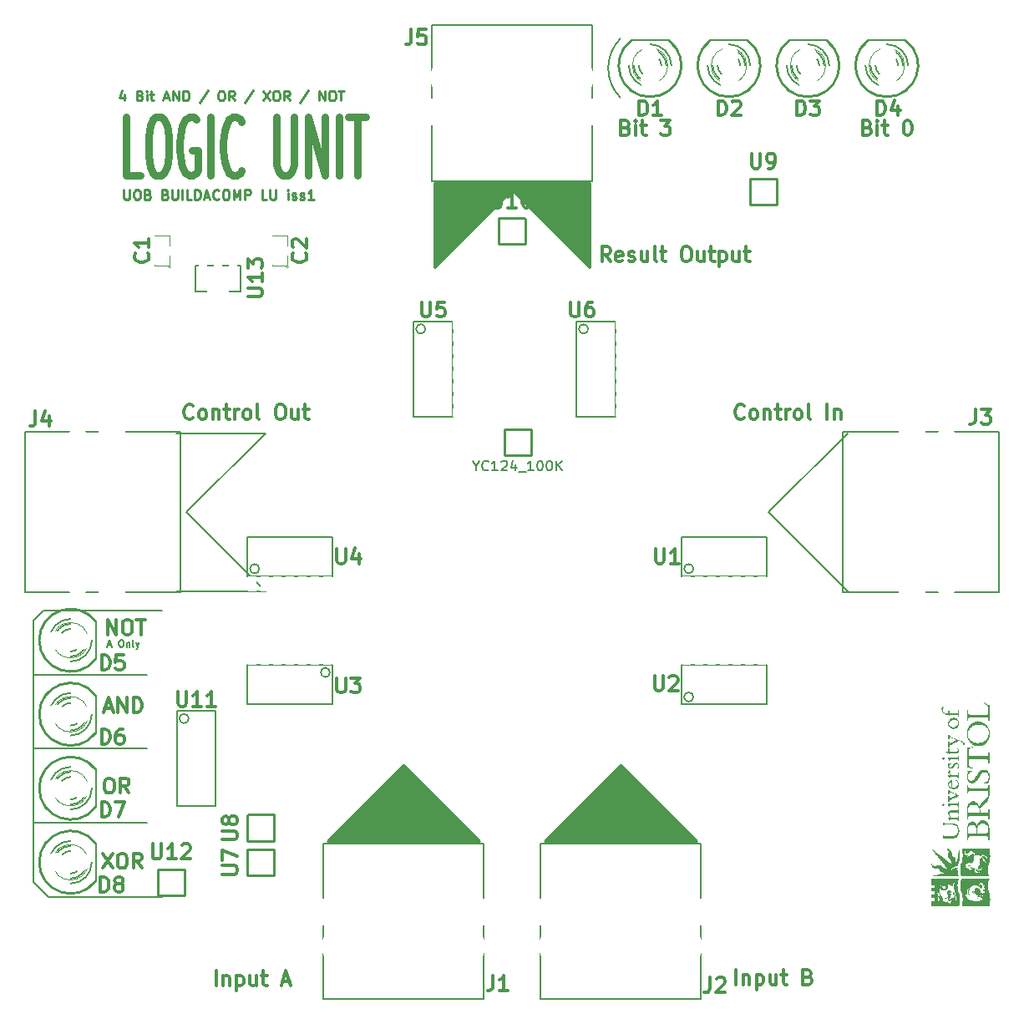
<source format=gto>
G04 (created by PCBNEW (2013-07-07 BZR 4022)-stable) date 9/18/2013 12:44:27*
%MOIN*%
G04 Gerber Fmt 3.4, Leading zero omitted, Abs format*
%FSLAX34Y34*%
G01*
G70*
G90*
G04 APERTURE LIST*
%ADD10C,0.00590551*%
%ADD11C,0.00688976*%
%ADD12C,0.00787402*%
%ADD13C,0.011811*%
%ADD14C,0.00984252*%
%ADD15C,0.0295276*%
%ADD16C,0.005*%
%ADD17C,0.008*%
%ADD18C,0.003*%
%ADD19C,0.01*%
%ADD20C,0.006*%
%ADD21C,0.0098*%
%ADD22C,0.0039*%
%ADD23C,0.0001*%
%ADD24C,0.012*%
%ADD25C,0.0079*%
%ADD26C,0.153543*%
%ADD27C,0.0689425*%
%ADD28C,0.108268*%
%ADD29R,0.0598425X0.0348425*%
%ADD30R,0.0348425X0.0598425*%
%ADD31C,0.0758425*%
%ADD32R,0.0354425X0.0216425*%
%ADD33R,0.0216425X0.0354425*%
%ADD34C,0.246063*%
%ADD35R,0.0648425X0.0448425*%
%ADD36R,0.0374425X0.0728425*%
%ADD37R,0.0374425X0.0925425*%
%ADD38R,0.0885425X0.118143*%
G04 APERTURE END LIST*
G54D10*
G54D11*
X12217Y-32867D02*
X12349Y-32867D01*
X12191Y-32946D02*
X12283Y-32670D01*
X12375Y-32946D01*
X12729Y-32670D02*
X12782Y-32670D01*
X12808Y-32683D01*
X12834Y-32709D01*
X12847Y-32762D01*
X12847Y-32854D01*
X12834Y-32906D01*
X12808Y-32933D01*
X12782Y-32946D01*
X12729Y-32946D01*
X12703Y-32933D01*
X12677Y-32906D01*
X12664Y-32854D01*
X12664Y-32762D01*
X12677Y-32709D01*
X12703Y-32683D01*
X12729Y-32670D01*
X12965Y-32762D02*
X12965Y-32946D01*
X12965Y-32788D02*
X12979Y-32775D01*
X13005Y-32762D01*
X13044Y-32762D01*
X13070Y-32775D01*
X13083Y-32801D01*
X13083Y-32946D01*
X13254Y-32946D02*
X13228Y-32933D01*
X13215Y-32906D01*
X13215Y-32670D01*
X13333Y-32762D02*
X13398Y-32946D01*
X13464Y-32762D02*
X13398Y-32946D01*
X13372Y-33011D01*
X13359Y-33024D01*
X13333Y-33038D01*
G54D12*
X9251Y-34055D02*
X13779Y-34055D01*
X9251Y-37007D02*
X13779Y-37007D01*
X9251Y-39960D02*
X13779Y-39960D01*
X9842Y-42913D02*
X14370Y-42913D01*
X9251Y-42322D02*
X9842Y-42913D01*
X9251Y-31889D02*
X9251Y-42322D01*
X9645Y-31496D02*
X9251Y-31889D01*
X14370Y-31496D02*
X9645Y-31496D01*
X9645Y-31496D02*
X14370Y-31496D01*
G54D13*
X32888Y-12213D02*
X32972Y-12241D01*
X33000Y-12269D01*
X33028Y-12325D01*
X33028Y-12410D01*
X33000Y-12466D01*
X32972Y-12494D01*
X32916Y-12522D01*
X32691Y-12522D01*
X32691Y-11931D01*
X32888Y-11931D01*
X32944Y-11960D01*
X32972Y-11988D01*
X33000Y-12044D01*
X33000Y-12100D01*
X32972Y-12156D01*
X32944Y-12185D01*
X32888Y-12213D01*
X32691Y-12213D01*
X33281Y-12522D02*
X33281Y-12128D01*
X33281Y-11931D02*
X33253Y-11960D01*
X33281Y-11988D01*
X33309Y-11960D01*
X33281Y-11931D01*
X33281Y-11988D01*
X33478Y-12128D02*
X33703Y-12128D01*
X33562Y-11931D02*
X33562Y-12438D01*
X33591Y-12494D01*
X33647Y-12522D01*
X33703Y-12522D01*
X34294Y-11931D02*
X34659Y-11931D01*
X34462Y-12156D01*
X34547Y-12156D01*
X34603Y-12185D01*
X34631Y-12213D01*
X34659Y-12269D01*
X34659Y-12410D01*
X34631Y-12466D01*
X34603Y-12494D01*
X34547Y-12522D01*
X34378Y-12522D01*
X34322Y-12494D01*
X34294Y-12466D01*
X42533Y-12213D02*
X42618Y-12241D01*
X42646Y-12269D01*
X42674Y-12325D01*
X42674Y-12410D01*
X42646Y-12466D01*
X42618Y-12494D01*
X42561Y-12522D01*
X42336Y-12522D01*
X42336Y-11931D01*
X42533Y-11931D01*
X42589Y-11960D01*
X42618Y-11988D01*
X42646Y-12044D01*
X42646Y-12100D01*
X42618Y-12156D01*
X42589Y-12185D01*
X42533Y-12213D01*
X42336Y-12213D01*
X42927Y-12522D02*
X42927Y-12128D01*
X42927Y-11931D02*
X42899Y-11960D01*
X42927Y-11988D01*
X42955Y-11960D01*
X42927Y-11931D01*
X42927Y-11988D01*
X43124Y-12128D02*
X43349Y-12128D01*
X43208Y-11931D02*
X43208Y-12438D01*
X43236Y-12494D01*
X43293Y-12522D01*
X43349Y-12522D01*
X44108Y-11931D02*
X44164Y-11931D01*
X44221Y-11960D01*
X44249Y-11988D01*
X44277Y-12044D01*
X44305Y-12156D01*
X44305Y-12297D01*
X44277Y-12410D01*
X44249Y-12466D01*
X44221Y-12494D01*
X44164Y-12522D01*
X44108Y-12522D01*
X44052Y-12494D01*
X44024Y-12466D01*
X43996Y-12410D01*
X43967Y-12297D01*
X43967Y-12156D01*
X43996Y-12044D01*
X44024Y-11988D01*
X44052Y-11960D01*
X44108Y-11931D01*
G54D12*
X32677Y-8661D02*
G75*
G03X32677Y-11023I1181J-1181D01*
G74*
G01*
G54D13*
X32269Y-17561D02*
X32072Y-17280D01*
X31931Y-17561D02*
X31931Y-16971D01*
X32156Y-16971D01*
X32213Y-16999D01*
X32241Y-17027D01*
X32269Y-17083D01*
X32269Y-17168D01*
X32241Y-17224D01*
X32213Y-17252D01*
X32156Y-17280D01*
X31931Y-17280D01*
X32747Y-17533D02*
X32691Y-17561D01*
X32578Y-17561D01*
X32522Y-17533D01*
X32494Y-17477D01*
X32494Y-17252D01*
X32522Y-17196D01*
X32578Y-17168D01*
X32691Y-17168D01*
X32747Y-17196D01*
X32775Y-17252D01*
X32775Y-17308D01*
X32494Y-17365D01*
X33000Y-17533D02*
X33056Y-17561D01*
X33169Y-17561D01*
X33225Y-17533D01*
X33253Y-17477D01*
X33253Y-17449D01*
X33225Y-17393D01*
X33169Y-17365D01*
X33084Y-17365D01*
X33028Y-17336D01*
X33000Y-17280D01*
X33000Y-17252D01*
X33028Y-17196D01*
X33084Y-17168D01*
X33169Y-17168D01*
X33225Y-17196D01*
X33759Y-17168D02*
X33759Y-17561D01*
X33506Y-17168D02*
X33506Y-17477D01*
X33534Y-17533D01*
X33591Y-17561D01*
X33675Y-17561D01*
X33731Y-17533D01*
X33759Y-17505D01*
X34125Y-17561D02*
X34069Y-17533D01*
X34041Y-17477D01*
X34041Y-16971D01*
X34266Y-17168D02*
X34491Y-17168D01*
X34350Y-16971D02*
X34350Y-17477D01*
X34378Y-17533D01*
X34434Y-17561D01*
X34491Y-17561D01*
X35250Y-16971D02*
X35362Y-16971D01*
X35419Y-16999D01*
X35475Y-17055D01*
X35503Y-17168D01*
X35503Y-17365D01*
X35475Y-17477D01*
X35419Y-17533D01*
X35362Y-17561D01*
X35250Y-17561D01*
X35194Y-17533D01*
X35137Y-17477D01*
X35109Y-17365D01*
X35109Y-17168D01*
X35137Y-17055D01*
X35194Y-16999D01*
X35250Y-16971D01*
X36009Y-17168D02*
X36009Y-17561D01*
X35756Y-17168D02*
X35756Y-17477D01*
X35784Y-17533D01*
X35840Y-17561D01*
X35925Y-17561D01*
X35981Y-17533D01*
X36009Y-17505D01*
X36206Y-17168D02*
X36431Y-17168D01*
X36290Y-16971D02*
X36290Y-17477D01*
X36318Y-17533D01*
X36375Y-17561D01*
X36431Y-17561D01*
X36628Y-17168D02*
X36628Y-17758D01*
X36628Y-17196D02*
X36684Y-17168D01*
X36796Y-17168D01*
X36853Y-17196D01*
X36881Y-17224D01*
X36909Y-17280D01*
X36909Y-17449D01*
X36881Y-17505D01*
X36853Y-17533D01*
X36796Y-17561D01*
X36684Y-17561D01*
X36628Y-17533D01*
X37415Y-17168D02*
X37415Y-17561D01*
X37162Y-17168D02*
X37162Y-17477D01*
X37190Y-17533D01*
X37246Y-17561D01*
X37331Y-17561D01*
X37387Y-17533D01*
X37415Y-17505D01*
X37612Y-17168D02*
X37837Y-17168D01*
X37696Y-16971D02*
X37696Y-17477D01*
X37724Y-17533D01*
X37781Y-17561D01*
X37837Y-17561D01*
X37289Y-46420D02*
X37289Y-45829D01*
X37570Y-46026D02*
X37570Y-46420D01*
X37570Y-46082D02*
X37598Y-46054D01*
X37654Y-46026D01*
X37739Y-46026D01*
X37795Y-46054D01*
X37823Y-46110D01*
X37823Y-46420D01*
X38104Y-46026D02*
X38104Y-46616D01*
X38104Y-46054D02*
X38160Y-46026D01*
X38273Y-46026D01*
X38329Y-46054D01*
X38357Y-46082D01*
X38385Y-46138D01*
X38385Y-46307D01*
X38357Y-46363D01*
X38329Y-46392D01*
X38273Y-46420D01*
X38160Y-46420D01*
X38104Y-46392D01*
X38892Y-46026D02*
X38892Y-46420D01*
X38638Y-46026D02*
X38638Y-46335D01*
X38667Y-46392D01*
X38723Y-46420D01*
X38807Y-46420D01*
X38863Y-46392D01*
X38892Y-46363D01*
X39088Y-46026D02*
X39313Y-46026D01*
X39173Y-45829D02*
X39173Y-46335D01*
X39201Y-46392D01*
X39257Y-46420D01*
X39313Y-46420D01*
X40157Y-46110D02*
X40241Y-46138D01*
X40269Y-46167D01*
X40298Y-46223D01*
X40298Y-46307D01*
X40269Y-46363D01*
X40241Y-46392D01*
X40185Y-46420D01*
X39960Y-46420D01*
X39960Y-45829D01*
X40157Y-45829D01*
X40213Y-45857D01*
X40241Y-45885D01*
X40269Y-45942D01*
X40269Y-45998D01*
X40241Y-46054D01*
X40213Y-46082D01*
X40157Y-46110D01*
X39960Y-46110D01*
X16543Y-46459D02*
X16543Y-45868D01*
X16825Y-46065D02*
X16825Y-46459D01*
X16825Y-46122D02*
X16853Y-46093D01*
X16909Y-46065D01*
X16993Y-46065D01*
X17050Y-46093D01*
X17078Y-46150D01*
X17078Y-46459D01*
X17359Y-46065D02*
X17359Y-46656D01*
X17359Y-46093D02*
X17415Y-46065D01*
X17528Y-46065D01*
X17584Y-46093D01*
X17612Y-46122D01*
X17640Y-46178D01*
X17640Y-46347D01*
X17612Y-46403D01*
X17584Y-46431D01*
X17528Y-46459D01*
X17415Y-46459D01*
X17359Y-46431D01*
X18146Y-46065D02*
X18146Y-46459D01*
X17893Y-46065D02*
X17893Y-46375D01*
X17921Y-46431D01*
X17978Y-46459D01*
X18062Y-46459D01*
X18118Y-46431D01*
X18146Y-46403D01*
X18343Y-46065D02*
X18568Y-46065D01*
X18428Y-45868D02*
X18428Y-46375D01*
X18456Y-46431D01*
X18512Y-46459D01*
X18568Y-46459D01*
X19187Y-46290D02*
X19468Y-46290D01*
X19131Y-46459D02*
X19327Y-45868D01*
X19524Y-46459D01*
X37612Y-23804D02*
X37584Y-23832D01*
X37500Y-23861D01*
X37443Y-23861D01*
X37359Y-23832D01*
X37303Y-23776D01*
X37275Y-23720D01*
X37246Y-23607D01*
X37246Y-23523D01*
X37275Y-23411D01*
X37303Y-23354D01*
X37359Y-23298D01*
X37443Y-23270D01*
X37500Y-23270D01*
X37584Y-23298D01*
X37612Y-23326D01*
X37949Y-23861D02*
X37893Y-23832D01*
X37865Y-23804D01*
X37837Y-23748D01*
X37837Y-23579D01*
X37865Y-23523D01*
X37893Y-23495D01*
X37949Y-23467D01*
X38034Y-23467D01*
X38090Y-23495D01*
X38118Y-23523D01*
X38146Y-23579D01*
X38146Y-23748D01*
X38118Y-23804D01*
X38090Y-23832D01*
X38034Y-23861D01*
X37949Y-23861D01*
X38399Y-23467D02*
X38399Y-23861D01*
X38399Y-23523D02*
X38428Y-23495D01*
X38484Y-23467D01*
X38568Y-23467D01*
X38624Y-23495D01*
X38652Y-23551D01*
X38652Y-23861D01*
X38849Y-23467D02*
X39074Y-23467D01*
X38934Y-23270D02*
X38934Y-23776D01*
X38962Y-23832D01*
X39018Y-23861D01*
X39074Y-23861D01*
X39271Y-23861D02*
X39271Y-23467D01*
X39271Y-23579D02*
X39299Y-23523D01*
X39327Y-23495D01*
X39384Y-23467D01*
X39440Y-23467D01*
X39721Y-23861D02*
X39665Y-23832D01*
X39637Y-23804D01*
X39609Y-23748D01*
X39609Y-23579D01*
X39637Y-23523D01*
X39665Y-23495D01*
X39721Y-23467D01*
X39805Y-23467D01*
X39862Y-23495D01*
X39890Y-23523D01*
X39918Y-23579D01*
X39918Y-23748D01*
X39890Y-23804D01*
X39862Y-23832D01*
X39805Y-23861D01*
X39721Y-23861D01*
X40255Y-23861D02*
X40199Y-23832D01*
X40171Y-23776D01*
X40171Y-23270D01*
X40930Y-23861D02*
X40930Y-23270D01*
X41212Y-23467D02*
X41212Y-23861D01*
X41212Y-23523D02*
X41240Y-23495D01*
X41296Y-23467D01*
X41380Y-23467D01*
X41437Y-23495D01*
X41465Y-23551D01*
X41465Y-23861D01*
X15621Y-23804D02*
X15593Y-23832D01*
X15508Y-23861D01*
X15452Y-23861D01*
X15368Y-23832D01*
X15312Y-23776D01*
X15284Y-23720D01*
X15255Y-23607D01*
X15255Y-23523D01*
X15284Y-23411D01*
X15312Y-23354D01*
X15368Y-23298D01*
X15452Y-23270D01*
X15508Y-23270D01*
X15593Y-23298D01*
X15621Y-23326D01*
X15958Y-23861D02*
X15902Y-23832D01*
X15874Y-23804D01*
X15846Y-23748D01*
X15846Y-23579D01*
X15874Y-23523D01*
X15902Y-23495D01*
X15958Y-23467D01*
X16043Y-23467D01*
X16099Y-23495D01*
X16127Y-23523D01*
X16155Y-23579D01*
X16155Y-23748D01*
X16127Y-23804D01*
X16099Y-23832D01*
X16043Y-23861D01*
X15958Y-23861D01*
X16408Y-23467D02*
X16408Y-23861D01*
X16408Y-23523D02*
X16437Y-23495D01*
X16493Y-23467D01*
X16577Y-23467D01*
X16633Y-23495D01*
X16661Y-23551D01*
X16661Y-23861D01*
X16858Y-23467D02*
X17083Y-23467D01*
X16943Y-23270D02*
X16943Y-23776D01*
X16971Y-23832D01*
X17027Y-23861D01*
X17083Y-23861D01*
X17280Y-23861D02*
X17280Y-23467D01*
X17280Y-23579D02*
X17308Y-23523D01*
X17336Y-23495D01*
X17393Y-23467D01*
X17449Y-23467D01*
X17730Y-23861D02*
X17674Y-23832D01*
X17646Y-23804D01*
X17618Y-23748D01*
X17618Y-23579D01*
X17646Y-23523D01*
X17674Y-23495D01*
X17730Y-23467D01*
X17814Y-23467D01*
X17871Y-23495D01*
X17899Y-23523D01*
X17927Y-23579D01*
X17927Y-23748D01*
X17899Y-23804D01*
X17871Y-23832D01*
X17814Y-23861D01*
X17730Y-23861D01*
X18264Y-23861D02*
X18208Y-23832D01*
X18180Y-23776D01*
X18180Y-23270D01*
X19052Y-23270D02*
X19164Y-23270D01*
X19221Y-23298D01*
X19277Y-23354D01*
X19305Y-23467D01*
X19305Y-23664D01*
X19277Y-23776D01*
X19221Y-23832D01*
X19164Y-23861D01*
X19052Y-23861D01*
X18996Y-23832D01*
X18939Y-23776D01*
X18911Y-23664D01*
X18911Y-23467D01*
X18939Y-23354D01*
X18996Y-23298D01*
X19052Y-23270D01*
X19811Y-23467D02*
X19811Y-23861D01*
X19558Y-23467D02*
X19558Y-23776D01*
X19586Y-23832D01*
X19642Y-23861D01*
X19727Y-23861D01*
X19783Y-23832D01*
X19811Y-23804D01*
X20008Y-23467D02*
X20233Y-23467D01*
X20092Y-23270D02*
X20092Y-23776D01*
X20120Y-23832D01*
X20177Y-23861D01*
X20233Y-23861D01*
X12008Y-41183D02*
X12402Y-41774D01*
X12402Y-41183D02*
X12008Y-41774D01*
X12739Y-41183D02*
X12852Y-41183D01*
X12908Y-41211D01*
X12964Y-41267D01*
X12992Y-41380D01*
X12992Y-41577D01*
X12964Y-41689D01*
X12908Y-41745D01*
X12852Y-41774D01*
X12739Y-41774D01*
X12683Y-41745D01*
X12627Y-41689D01*
X12599Y-41577D01*
X12599Y-41380D01*
X12627Y-41267D01*
X12683Y-41211D01*
X12739Y-41183D01*
X13583Y-41774D02*
X13386Y-41492D01*
X13245Y-41774D02*
X13245Y-41183D01*
X13470Y-41183D01*
X13527Y-41211D01*
X13555Y-41239D01*
X13583Y-41295D01*
X13583Y-41380D01*
X13555Y-41436D01*
X13527Y-41464D01*
X13470Y-41492D01*
X13245Y-41492D01*
X12218Y-38183D02*
X12330Y-38183D01*
X12387Y-38211D01*
X12443Y-38267D01*
X12471Y-38380D01*
X12471Y-38577D01*
X12443Y-38689D01*
X12387Y-38745D01*
X12330Y-38774D01*
X12218Y-38774D01*
X12162Y-38745D01*
X12105Y-38689D01*
X12077Y-38577D01*
X12077Y-38380D01*
X12105Y-38267D01*
X12162Y-38211D01*
X12218Y-38183D01*
X13062Y-38774D02*
X12865Y-38492D01*
X12724Y-38774D02*
X12724Y-38183D01*
X12949Y-38183D01*
X13005Y-38211D01*
X13034Y-38239D01*
X13062Y-38295D01*
X13062Y-38380D01*
X13034Y-38436D01*
X13005Y-38464D01*
X12949Y-38492D01*
X12724Y-38492D01*
X12094Y-35395D02*
X12375Y-35395D01*
X12038Y-35564D02*
X12235Y-34973D01*
X12432Y-35564D01*
X12629Y-35564D02*
X12629Y-34973D01*
X12966Y-35564D01*
X12966Y-34973D01*
X13247Y-35564D02*
X13247Y-34973D01*
X13388Y-34973D01*
X13472Y-35001D01*
X13528Y-35057D01*
X13557Y-35114D01*
X13585Y-35226D01*
X13585Y-35310D01*
X13557Y-35423D01*
X13528Y-35479D01*
X13472Y-35535D01*
X13388Y-35564D01*
X13247Y-35564D01*
X12210Y-32443D02*
X12210Y-31853D01*
X12547Y-32443D01*
X12547Y-31853D01*
X12941Y-31853D02*
X13053Y-31853D01*
X13110Y-31881D01*
X13166Y-31937D01*
X13194Y-32050D01*
X13194Y-32246D01*
X13166Y-32359D01*
X13110Y-32415D01*
X13053Y-32443D01*
X12941Y-32443D01*
X12885Y-32415D01*
X12829Y-32359D01*
X12800Y-32246D01*
X12800Y-32050D01*
X12829Y-31937D01*
X12885Y-31881D01*
X12941Y-31853D01*
X13363Y-31853D02*
X13700Y-31853D01*
X13532Y-32443D02*
X13532Y-31853D01*
G54D12*
X18503Y-24409D02*
X14960Y-24409D01*
X15354Y-27559D02*
X18503Y-24409D01*
X18503Y-30708D02*
X15354Y-27559D01*
X14960Y-30708D02*
X18503Y-30708D01*
X38582Y-27559D02*
X41732Y-24409D01*
X41732Y-30708D02*
X38582Y-27559D01*
G54D14*
X12862Y-14697D02*
X12862Y-15015D01*
X12881Y-15053D01*
X12900Y-15072D01*
X12937Y-15090D01*
X13012Y-15090D01*
X13050Y-15072D01*
X13069Y-15053D01*
X13087Y-15015D01*
X13087Y-14697D01*
X13350Y-14697D02*
X13425Y-14697D01*
X13462Y-14715D01*
X13500Y-14753D01*
X13519Y-14828D01*
X13519Y-14959D01*
X13500Y-15034D01*
X13462Y-15072D01*
X13425Y-15090D01*
X13350Y-15090D01*
X13312Y-15072D01*
X13275Y-15034D01*
X13256Y-14959D01*
X13256Y-14828D01*
X13275Y-14753D01*
X13312Y-14715D01*
X13350Y-14697D01*
X13819Y-14884D02*
X13875Y-14903D01*
X13894Y-14922D01*
X13912Y-14959D01*
X13912Y-15015D01*
X13894Y-15053D01*
X13875Y-15072D01*
X13837Y-15090D01*
X13687Y-15090D01*
X13687Y-14697D01*
X13819Y-14697D01*
X13856Y-14715D01*
X13875Y-14734D01*
X13894Y-14772D01*
X13894Y-14809D01*
X13875Y-14847D01*
X13856Y-14865D01*
X13819Y-14884D01*
X13687Y-14884D01*
X14512Y-14884D02*
X14568Y-14903D01*
X14587Y-14922D01*
X14606Y-14959D01*
X14606Y-15015D01*
X14587Y-15053D01*
X14568Y-15072D01*
X14531Y-15090D01*
X14381Y-15090D01*
X14381Y-14697D01*
X14512Y-14697D01*
X14550Y-14715D01*
X14568Y-14734D01*
X14587Y-14772D01*
X14587Y-14809D01*
X14568Y-14847D01*
X14550Y-14865D01*
X14512Y-14884D01*
X14381Y-14884D01*
X14775Y-14697D02*
X14775Y-15015D01*
X14793Y-15053D01*
X14812Y-15072D01*
X14850Y-15090D01*
X14925Y-15090D01*
X14962Y-15072D01*
X14981Y-15053D01*
X15000Y-15015D01*
X15000Y-14697D01*
X15187Y-15090D02*
X15187Y-14697D01*
X15562Y-15090D02*
X15375Y-15090D01*
X15375Y-14697D01*
X15693Y-15090D02*
X15693Y-14697D01*
X15787Y-14697D01*
X15843Y-14715D01*
X15881Y-14753D01*
X15900Y-14790D01*
X15918Y-14865D01*
X15918Y-14922D01*
X15900Y-14997D01*
X15881Y-15034D01*
X15843Y-15072D01*
X15787Y-15090D01*
X15693Y-15090D01*
X16068Y-14978D02*
X16256Y-14978D01*
X16031Y-15090D02*
X16162Y-14697D01*
X16293Y-15090D01*
X16649Y-15053D02*
X16631Y-15072D01*
X16574Y-15090D01*
X16537Y-15090D01*
X16481Y-15072D01*
X16443Y-15034D01*
X16424Y-14997D01*
X16406Y-14922D01*
X16406Y-14865D01*
X16424Y-14790D01*
X16443Y-14753D01*
X16481Y-14715D01*
X16537Y-14697D01*
X16574Y-14697D01*
X16631Y-14715D01*
X16649Y-14734D01*
X16893Y-14697D02*
X16968Y-14697D01*
X17006Y-14715D01*
X17043Y-14753D01*
X17062Y-14828D01*
X17062Y-14959D01*
X17043Y-15034D01*
X17006Y-15072D01*
X16968Y-15090D01*
X16893Y-15090D01*
X16856Y-15072D01*
X16818Y-15034D01*
X16799Y-14959D01*
X16799Y-14828D01*
X16818Y-14753D01*
X16856Y-14715D01*
X16893Y-14697D01*
X17231Y-15090D02*
X17231Y-14697D01*
X17362Y-14978D01*
X17493Y-14697D01*
X17493Y-15090D01*
X17681Y-15090D02*
X17681Y-14697D01*
X17831Y-14697D01*
X17868Y-14715D01*
X17887Y-14734D01*
X17906Y-14772D01*
X17906Y-14828D01*
X17887Y-14865D01*
X17868Y-14884D01*
X17831Y-14903D01*
X17681Y-14903D01*
X18562Y-15090D02*
X18374Y-15090D01*
X18374Y-14697D01*
X18693Y-14697D02*
X18693Y-15015D01*
X18712Y-15053D01*
X18730Y-15072D01*
X18768Y-15090D01*
X18843Y-15090D01*
X18880Y-15072D01*
X18899Y-15053D01*
X18918Y-15015D01*
X18918Y-14697D01*
X19405Y-15090D02*
X19405Y-14828D01*
X19405Y-14697D02*
X19387Y-14715D01*
X19405Y-14734D01*
X19424Y-14715D01*
X19405Y-14697D01*
X19405Y-14734D01*
X19574Y-15072D02*
X19612Y-15090D01*
X19687Y-15090D01*
X19724Y-15072D01*
X19743Y-15034D01*
X19743Y-15015D01*
X19724Y-14978D01*
X19687Y-14959D01*
X19630Y-14959D01*
X19593Y-14940D01*
X19574Y-14903D01*
X19574Y-14884D01*
X19593Y-14847D01*
X19630Y-14828D01*
X19687Y-14828D01*
X19724Y-14847D01*
X19893Y-15072D02*
X19930Y-15090D01*
X20005Y-15090D01*
X20043Y-15072D01*
X20061Y-15034D01*
X20061Y-15015D01*
X20043Y-14978D01*
X20005Y-14959D01*
X19949Y-14959D01*
X19912Y-14940D01*
X19893Y-14903D01*
X19893Y-14884D01*
X19912Y-14847D01*
X19949Y-14828D01*
X20005Y-14828D01*
X20043Y-14847D01*
X20436Y-15090D02*
X20211Y-15090D01*
X20324Y-15090D02*
X20324Y-14697D01*
X20286Y-14753D01*
X20249Y-14790D01*
X20211Y-14809D01*
X12866Y-10878D02*
X12866Y-11140D01*
X12772Y-10728D02*
X12678Y-11009D01*
X12922Y-11009D01*
X13503Y-10934D02*
X13559Y-10953D01*
X13578Y-10972D01*
X13597Y-11009D01*
X13597Y-11065D01*
X13578Y-11103D01*
X13559Y-11122D01*
X13522Y-11140D01*
X13372Y-11140D01*
X13372Y-10747D01*
X13503Y-10747D01*
X13541Y-10765D01*
X13559Y-10784D01*
X13578Y-10822D01*
X13578Y-10859D01*
X13559Y-10897D01*
X13541Y-10915D01*
X13503Y-10934D01*
X13372Y-10934D01*
X13765Y-11140D02*
X13765Y-10878D01*
X13765Y-10747D02*
X13747Y-10765D01*
X13765Y-10784D01*
X13784Y-10765D01*
X13765Y-10747D01*
X13765Y-10784D01*
X13897Y-10878D02*
X14047Y-10878D01*
X13953Y-10747D02*
X13953Y-11084D01*
X13972Y-11122D01*
X14009Y-11140D01*
X14047Y-11140D01*
X14459Y-11028D02*
X14647Y-11028D01*
X14422Y-11140D02*
X14553Y-10747D01*
X14684Y-11140D01*
X14815Y-11140D02*
X14815Y-10747D01*
X15040Y-11140D01*
X15040Y-10747D01*
X15228Y-11140D02*
X15228Y-10747D01*
X15322Y-10747D01*
X15378Y-10765D01*
X15415Y-10803D01*
X15434Y-10840D01*
X15453Y-10915D01*
X15453Y-10972D01*
X15434Y-11047D01*
X15415Y-11084D01*
X15378Y-11122D01*
X15322Y-11140D01*
X15228Y-11140D01*
X16203Y-10728D02*
X15865Y-11234D01*
X16709Y-10747D02*
X16784Y-10747D01*
X16821Y-10765D01*
X16859Y-10803D01*
X16878Y-10878D01*
X16878Y-11009D01*
X16859Y-11084D01*
X16821Y-11122D01*
X16784Y-11140D01*
X16709Y-11140D01*
X16671Y-11122D01*
X16634Y-11084D01*
X16615Y-11009D01*
X16615Y-10878D01*
X16634Y-10803D01*
X16671Y-10765D01*
X16709Y-10747D01*
X17271Y-11140D02*
X17140Y-10953D01*
X17046Y-11140D02*
X17046Y-10747D01*
X17196Y-10747D01*
X17234Y-10765D01*
X17253Y-10784D01*
X17271Y-10822D01*
X17271Y-10878D01*
X17253Y-10915D01*
X17234Y-10934D01*
X17196Y-10953D01*
X17046Y-10953D01*
X18021Y-10728D02*
X17684Y-11234D01*
X18415Y-10747D02*
X18677Y-11140D01*
X18677Y-10747D02*
X18415Y-11140D01*
X18902Y-10747D02*
X18977Y-10747D01*
X19015Y-10765D01*
X19052Y-10803D01*
X19071Y-10878D01*
X19071Y-11009D01*
X19052Y-11084D01*
X19015Y-11122D01*
X18977Y-11140D01*
X18902Y-11140D01*
X18865Y-11122D01*
X18827Y-11084D01*
X18809Y-11009D01*
X18809Y-10878D01*
X18827Y-10803D01*
X18865Y-10765D01*
X18902Y-10747D01*
X19465Y-11140D02*
X19334Y-10953D01*
X19240Y-11140D02*
X19240Y-10747D01*
X19390Y-10747D01*
X19427Y-10765D01*
X19446Y-10784D01*
X19465Y-10822D01*
X19465Y-10878D01*
X19446Y-10915D01*
X19427Y-10934D01*
X19390Y-10953D01*
X19240Y-10953D01*
X20215Y-10728D02*
X19877Y-11234D01*
X20646Y-11140D02*
X20646Y-10747D01*
X20871Y-11140D01*
X20871Y-10747D01*
X21133Y-10747D02*
X21208Y-10747D01*
X21246Y-10765D01*
X21283Y-10803D01*
X21302Y-10878D01*
X21302Y-11009D01*
X21283Y-11084D01*
X21246Y-11122D01*
X21208Y-11140D01*
X21133Y-11140D01*
X21096Y-11122D01*
X21058Y-11084D01*
X21040Y-11009D01*
X21040Y-10878D01*
X21058Y-10803D01*
X21096Y-10765D01*
X21133Y-10747D01*
X21415Y-10747D02*
X21639Y-10747D01*
X21527Y-11140D02*
X21527Y-10747D01*
G54D15*
X13506Y-14137D02*
X12944Y-14137D01*
X12944Y-11775D01*
X14125Y-11775D02*
X14350Y-11775D01*
X14462Y-11887D01*
X14575Y-12112D01*
X14631Y-12562D01*
X14631Y-13350D01*
X14575Y-13800D01*
X14462Y-14025D01*
X14350Y-14137D01*
X14125Y-14137D01*
X14012Y-14025D01*
X13900Y-13800D01*
X13844Y-13350D01*
X13844Y-12562D01*
X13900Y-12112D01*
X14012Y-11887D01*
X14125Y-11775D01*
X15756Y-11887D02*
X15643Y-11775D01*
X15475Y-11775D01*
X15306Y-11887D01*
X15193Y-12112D01*
X15137Y-12337D01*
X15081Y-12787D01*
X15081Y-13125D01*
X15137Y-13575D01*
X15193Y-13800D01*
X15306Y-14025D01*
X15475Y-14137D01*
X15587Y-14137D01*
X15756Y-14025D01*
X15812Y-13912D01*
X15812Y-13125D01*
X15587Y-13125D01*
X16318Y-14137D02*
X16318Y-11775D01*
X17556Y-13912D02*
X17499Y-14025D01*
X17331Y-14137D01*
X17218Y-14137D01*
X17050Y-14025D01*
X16937Y-13800D01*
X16881Y-13575D01*
X16825Y-13125D01*
X16825Y-12787D01*
X16881Y-12337D01*
X16937Y-12112D01*
X17050Y-11887D01*
X17218Y-11775D01*
X17331Y-11775D01*
X17499Y-11887D01*
X17556Y-12000D01*
X18962Y-11775D02*
X18962Y-13687D01*
X19018Y-13912D01*
X19074Y-14025D01*
X19187Y-14137D01*
X19412Y-14137D01*
X19524Y-14025D01*
X19580Y-13912D01*
X19637Y-13687D01*
X19637Y-11775D01*
X20199Y-14137D02*
X20199Y-11775D01*
X20874Y-14137D01*
X20874Y-11775D01*
X21436Y-14137D02*
X21436Y-11775D01*
X21830Y-11775D02*
X22505Y-11775D01*
X22168Y-14137D02*
X22168Y-11775D01*
G54D10*
X20814Y-40775D02*
X27216Y-40775D01*
X27216Y-40775D02*
X27216Y-46988D01*
X27216Y-46988D02*
X20814Y-46988D01*
X20814Y-46988D02*
X20814Y-40775D01*
X41562Y-30759D02*
X41562Y-24358D01*
X41562Y-24358D02*
X47775Y-24358D01*
X47775Y-24358D02*
X47775Y-30759D01*
X47775Y-30759D02*
X41562Y-30759D01*
X15129Y-24358D02*
X15129Y-30759D01*
X15129Y-30759D02*
X8917Y-30759D01*
X8917Y-30759D02*
X8917Y-24358D01*
X8917Y-24358D02*
X15129Y-24358D01*
X31547Y-14342D02*
X25145Y-14342D01*
X25145Y-14342D02*
X25145Y-8129D01*
X25145Y-8129D02*
X31547Y-8129D01*
X31547Y-8129D02*
X31547Y-14342D01*
X29476Y-40775D02*
X35877Y-40775D01*
X35877Y-40775D02*
X35877Y-46988D01*
X35877Y-46988D02*
X29476Y-46988D01*
X29476Y-46988D02*
X29476Y-40775D01*
G54D16*
X25976Y-21100D02*
X26406Y-21100D01*
X25976Y-21600D02*
X26406Y-21600D01*
X25976Y-22100D02*
X26406Y-22100D01*
X25976Y-20600D02*
X26406Y-20600D01*
X26406Y-20100D02*
X25976Y-20100D01*
X26406Y-22600D02*
X25976Y-22600D01*
X26406Y-23100D02*
X25976Y-23100D01*
X26406Y-23600D02*
X25976Y-23600D01*
X24416Y-23600D02*
X23986Y-23600D01*
X24416Y-23100D02*
X23986Y-23100D01*
X24416Y-22600D02*
X23986Y-22600D01*
X24416Y-20100D02*
X23986Y-20100D01*
X23986Y-20600D02*
X24416Y-20600D01*
X23986Y-22100D02*
X24416Y-22100D01*
X23986Y-21600D02*
X24416Y-21600D01*
X23986Y-21100D02*
X24416Y-21100D01*
X24892Y-20250D02*
G75*
G03X24892Y-20250I-186J0D01*
G74*
G01*
X25976Y-19950D02*
X24416Y-19950D01*
X24416Y-19950D02*
X24416Y-23750D01*
X24416Y-23750D02*
X25976Y-23750D01*
X25976Y-23750D02*
X25976Y-19950D01*
X32472Y-21100D02*
X32902Y-21100D01*
X32472Y-21600D02*
X32902Y-21600D01*
X32472Y-22100D02*
X32902Y-22100D01*
X32472Y-20600D02*
X32902Y-20600D01*
X32902Y-20100D02*
X32472Y-20100D01*
X32902Y-22600D02*
X32472Y-22600D01*
X32902Y-23100D02*
X32472Y-23100D01*
X32902Y-23600D02*
X32472Y-23600D01*
X30912Y-23600D02*
X30482Y-23600D01*
X30912Y-23100D02*
X30482Y-23100D01*
X30912Y-22600D02*
X30482Y-22600D01*
X30912Y-20100D02*
X30482Y-20100D01*
X30482Y-20600D02*
X30912Y-20600D01*
X30482Y-22100D02*
X30912Y-22100D01*
X30482Y-21600D02*
X30912Y-21600D01*
X30482Y-21100D02*
X30912Y-21100D01*
X31388Y-20250D02*
G75*
G03X31388Y-20250I-186J0D01*
G74*
G01*
X32472Y-19950D02*
X30912Y-19950D01*
X30912Y-19950D02*
X30912Y-23750D01*
X30912Y-23750D02*
X32472Y-23750D01*
X32472Y-23750D02*
X32472Y-19950D01*
X35111Y-33668D02*
X35111Y-35228D01*
X35111Y-35228D02*
X38511Y-35228D01*
X38511Y-35228D02*
X38511Y-33668D01*
X38511Y-33668D02*
X35111Y-33668D01*
X35811Y-33668D02*
X35811Y-33238D01*
X36311Y-33668D02*
X36311Y-33238D01*
X36811Y-33668D02*
X36811Y-33238D01*
X35311Y-33668D02*
X35311Y-33238D01*
X37311Y-33238D02*
X37311Y-33668D01*
X37811Y-33238D02*
X37811Y-33668D01*
X38311Y-33238D02*
X38311Y-33668D01*
X38311Y-35228D02*
X38311Y-35658D01*
X37811Y-35228D02*
X37811Y-35658D01*
X35311Y-35228D02*
X35311Y-35658D01*
X35811Y-35658D02*
X35811Y-35228D01*
X37311Y-35658D02*
X37311Y-35228D01*
X36811Y-35658D02*
X36811Y-35228D01*
X36311Y-35658D02*
X36311Y-35228D01*
X35587Y-34938D02*
G75*
G03X35587Y-34938I-186J0D01*
G74*
G01*
X17788Y-28550D02*
X17788Y-30110D01*
X17788Y-30110D02*
X21188Y-30110D01*
X21188Y-30110D02*
X21188Y-28550D01*
X21188Y-28550D02*
X17788Y-28550D01*
X18488Y-28550D02*
X18488Y-28120D01*
X18988Y-28550D02*
X18988Y-28120D01*
X19488Y-28550D02*
X19488Y-28120D01*
X17988Y-28550D02*
X17988Y-28120D01*
X19988Y-28120D02*
X19988Y-28550D01*
X20488Y-28120D02*
X20488Y-28550D01*
X20988Y-28120D02*
X20988Y-28550D01*
X20988Y-30110D02*
X20988Y-30540D01*
X20488Y-30110D02*
X20488Y-30540D01*
X17988Y-30110D02*
X17988Y-30540D01*
X18488Y-30540D02*
X18488Y-30110D01*
X19988Y-30540D02*
X19988Y-30110D01*
X19488Y-30540D02*
X19488Y-30110D01*
X18988Y-30540D02*
X18988Y-30110D01*
X18264Y-29820D02*
G75*
G03X18264Y-29820I-186J0D01*
G74*
G01*
X21188Y-35228D02*
X21188Y-33668D01*
X21188Y-33668D02*
X17788Y-33668D01*
X17788Y-33668D02*
X17788Y-35228D01*
X17788Y-35228D02*
X21188Y-35228D01*
X20488Y-35228D02*
X20488Y-35658D01*
X19988Y-35228D02*
X19988Y-35658D01*
X19488Y-35228D02*
X19488Y-35658D01*
X20988Y-35228D02*
X20988Y-35658D01*
X18988Y-35658D02*
X18988Y-35228D01*
X18488Y-35658D02*
X18488Y-35228D01*
X17988Y-35658D02*
X17988Y-35228D01*
X17988Y-33668D02*
X17988Y-33238D01*
X18488Y-33668D02*
X18488Y-33238D01*
X20988Y-33668D02*
X20988Y-33238D01*
X20488Y-33238D02*
X20488Y-33668D01*
X18988Y-33238D02*
X18988Y-33668D01*
X19488Y-33238D02*
X19488Y-33668D01*
X19988Y-33238D02*
X19988Y-33668D01*
X21084Y-33958D02*
G75*
G03X21084Y-33958I-186J0D01*
G74*
G01*
X35111Y-28550D02*
X35111Y-30110D01*
X35111Y-30110D02*
X38511Y-30110D01*
X38511Y-30110D02*
X38511Y-28550D01*
X38511Y-28550D02*
X35111Y-28550D01*
X35811Y-28550D02*
X35811Y-28120D01*
X36311Y-28550D02*
X36311Y-28120D01*
X36811Y-28550D02*
X36811Y-28120D01*
X35311Y-28550D02*
X35311Y-28120D01*
X37311Y-28120D02*
X37311Y-28550D01*
X37811Y-28120D02*
X37811Y-28550D01*
X38311Y-28120D02*
X38311Y-28550D01*
X38311Y-30110D02*
X38311Y-30540D01*
X37811Y-30110D02*
X37811Y-30540D01*
X35311Y-30110D02*
X35311Y-30540D01*
X35811Y-30540D02*
X35811Y-30110D01*
X37311Y-30540D02*
X37311Y-30110D01*
X36811Y-30540D02*
X36811Y-30110D01*
X36311Y-30540D02*
X36311Y-30110D01*
X35587Y-29820D02*
G75*
G03X35587Y-29820I-186J0D01*
G74*
G01*
G54D17*
X34608Y-8722D02*
X33108Y-8722D01*
G54D18*
X34565Y-9742D02*
G75*
G03X34565Y-9742I-707J0D01*
G74*
G01*
G54D19*
X33107Y-8742D02*
G75*
G03X34608Y-8742I750J-999D01*
G74*
G01*
G54D20*
X33408Y-9742D02*
G75*
G03X33858Y-10192I450J0D01*
G74*
G01*
X34308Y-9742D02*
G75*
G03X33858Y-9292I-450J0D01*
G74*
G01*
X33208Y-9742D02*
G75*
G03X33858Y-10392I650J0D01*
G74*
G01*
X34508Y-9742D02*
G75*
G03X33858Y-9092I-650J0D01*
G74*
G01*
X33008Y-9742D02*
G75*
G03X33858Y-10592I850J0D01*
G74*
G01*
X34708Y-9742D02*
G75*
G03X33858Y-8892I-850J0D01*
G74*
G01*
G54D17*
X37757Y-8722D02*
X36257Y-8722D01*
G54D18*
X37714Y-9742D02*
G75*
G03X37714Y-9742I-707J0D01*
G74*
G01*
G54D19*
X36257Y-8742D02*
G75*
G03X37758Y-8742I750J-999D01*
G74*
G01*
G54D20*
X36557Y-9742D02*
G75*
G03X37007Y-10192I450J0D01*
G74*
G01*
X37457Y-9742D02*
G75*
G03X37007Y-9292I-450J0D01*
G74*
G01*
X36357Y-9742D02*
G75*
G03X37007Y-10392I650J0D01*
G74*
G01*
X37657Y-9742D02*
G75*
G03X37007Y-9092I-650J0D01*
G74*
G01*
X36157Y-9742D02*
G75*
G03X37007Y-10592I850J0D01*
G74*
G01*
X37857Y-9742D02*
G75*
G03X37007Y-8892I-850J0D01*
G74*
G01*
G54D17*
X40907Y-8722D02*
X39407Y-8722D01*
G54D18*
X40864Y-9742D02*
G75*
G03X40864Y-9742I-707J0D01*
G74*
G01*
G54D19*
X39406Y-8742D02*
G75*
G03X40908Y-8742I750J-999D01*
G74*
G01*
G54D20*
X39707Y-9742D02*
G75*
G03X40157Y-10192I450J0D01*
G74*
G01*
X40607Y-9742D02*
G75*
G03X40157Y-9292I-450J0D01*
G74*
G01*
X39507Y-9742D02*
G75*
G03X40157Y-10392I650J0D01*
G74*
G01*
X40807Y-9742D02*
G75*
G03X40157Y-9092I-650J0D01*
G74*
G01*
X39307Y-9742D02*
G75*
G03X40157Y-10592I850J0D01*
G74*
G01*
X41007Y-9742D02*
G75*
G03X40157Y-8892I-850J0D01*
G74*
G01*
G54D17*
X44057Y-8722D02*
X42557Y-8722D01*
G54D18*
X44014Y-9742D02*
G75*
G03X44014Y-9742I-707J0D01*
G74*
G01*
G54D19*
X42556Y-8742D02*
G75*
G03X44057Y-8742I750J-999D01*
G74*
G01*
G54D20*
X42857Y-9742D02*
G75*
G03X43307Y-10192I450J0D01*
G74*
G01*
X43757Y-9742D02*
G75*
G03X43307Y-9292I-450J0D01*
G74*
G01*
X42657Y-9742D02*
G75*
G03X43307Y-10392I650J0D01*
G74*
G01*
X43957Y-9742D02*
G75*
G03X43307Y-9092I-650J0D01*
G74*
G01*
X42457Y-9742D02*
G75*
G03X43307Y-10592I850J0D01*
G74*
G01*
X44157Y-9742D02*
G75*
G03X43307Y-8892I-850J0D01*
G74*
G01*
G54D21*
X17803Y-42070D02*
X18838Y-42070D01*
X18838Y-42070D02*
X18838Y-41015D01*
X18838Y-41015D02*
X17811Y-41015D01*
X17795Y-41019D02*
X17795Y-42070D01*
X17803Y-40692D02*
X18838Y-40692D01*
X18838Y-40692D02*
X18838Y-39637D01*
X18838Y-39637D02*
X17811Y-39637D01*
X17795Y-39641D02*
X17795Y-40692D01*
X37850Y-14259D02*
X37850Y-15294D01*
X37850Y-15294D02*
X38905Y-15294D01*
X38905Y-15294D02*
X38905Y-14267D01*
X38901Y-14251D02*
X37850Y-14251D01*
X27811Y-15834D02*
X27811Y-16869D01*
X27811Y-16869D02*
X28866Y-16869D01*
X28866Y-16869D02*
X28866Y-15842D01*
X28862Y-15826D02*
X27811Y-15826D01*
X14228Y-41818D02*
X14228Y-42853D01*
X14228Y-42853D02*
X15283Y-42853D01*
X15283Y-42853D02*
X15283Y-41826D01*
X15279Y-41810D02*
X14228Y-41810D01*
G54D16*
X16528Y-36651D02*
X16958Y-36651D01*
X16528Y-37151D02*
X16958Y-37151D01*
X16528Y-37651D02*
X16958Y-37651D01*
X16528Y-36151D02*
X16958Y-36151D01*
X16958Y-35651D02*
X16528Y-35651D01*
X16958Y-38151D02*
X16528Y-38151D01*
X16958Y-38651D02*
X16528Y-38651D01*
X16958Y-39151D02*
X16528Y-39151D01*
X14968Y-39151D02*
X14538Y-39151D01*
X14968Y-38651D02*
X14538Y-38651D01*
X14968Y-38151D02*
X14538Y-38151D01*
X14968Y-35651D02*
X14538Y-35651D01*
X14538Y-36151D02*
X14968Y-36151D01*
X14538Y-37651D02*
X14968Y-37651D01*
X14538Y-37151D02*
X14968Y-37151D01*
X14538Y-36651D02*
X14968Y-36651D01*
X15444Y-35801D02*
G75*
G03X15444Y-35801I-186J0D01*
G74*
G01*
X16528Y-35501D02*
X14968Y-35501D01*
X14968Y-35501D02*
X14968Y-39301D01*
X14968Y-39301D02*
X16528Y-39301D01*
X16528Y-39301D02*
X16528Y-35501D01*
G54D17*
X11749Y-33427D02*
X11749Y-31927D01*
G54D18*
X11437Y-32677D02*
G75*
G03X11437Y-32677I-707J0D01*
G74*
G01*
G54D19*
X11729Y-31926D02*
G75*
G03X11729Y-33427I-999J-750D01*
G74*
G01*
G54D20*
X10729Y-32227D02*
G75*
G03X10279Y-32677I0J-450D01*
G74*
G01*
X10729Y-33127D02*
G75*
G03X11179Y-32677I0J450D01*
G74*
G01*
X10729Y-32027D02*
G75*
G03X10079Y-32677I0J-650D01*
G74*
G01*
X10729Y-33327D02*
G75*
G03X11379Y-32677I0J650D01*
G74*
G01*
X10729Y-31827D02*
G75*
G03X9879Y-32677I0J-850D01*
G74*
G01*
X10729Y-33527D02*
G75*
G03X11579Y-32677I0J850D01*
G74*
G01*
G54D17*
X11749Y-36379D02*
X11749Y-34879D01*
G54D18*
X11437Y-35629D02*
G75*
G03X11437Y-35629I-707J0D01*
G74*
G01*
G54D19*
X11729Y-34879D02*
G75*
G03X11729Y-36380I-999J-750D01*
G74*
G01*
G54D20*
X10729Y-35179D02*
G75*
G03X10279Y-35629I0J-450D01*
G74*
G01*
X10729Y-36079D02*
G75*
G03X11179Y-35629I0J450D01*
G74*
G01*
X10729Y-34979D02*
G75*
G03X10079Y-35629I0J-650D01*
G74*
G01*
X10729Y-36279D02*
G75*
G03X11379Y-35629I0J650D01*
G74*
G01*
X10729Y-34779D02*
G75*
G03X9879Y-35629I0J-850D01*
G74*
G01*
X10729Y-36479D02*
G75*
G03X11579Y-35629I0J850D01*
G74*
G01*
G54D17*
X11749Y-39332D02*
X11749Y-37832D01*
G54D18*
X11437Y-38582D02*
G75*
G03X11437Y-38582I-707J0D01*
G74*
G01*
G54D19*
X11729Y-37832D02*
G75*
G03X11729Y-39333I-999J-750D01*
G74*
G01*
G54D20*
X10729Y-38132D02*
G75*
G03X10279Y-38582I0J-450D01*
G74*
G01*
X10729Y-39032D02*
G75*
G03X11179Y-38582I0J450D01*
G74*
G01*
X10729Y-37932D02*
G75*
G03X10079Y-38582I0J-650D01*
G74*
G01*
X10729Y-39232D02*
G75*
G03X11379Y-38582I0J650D01*
G74*
G01*
X10729Y-37732D02*
G75*
G03X9879Y-38582I0J-850D01*
G74*
G01*
X10729Y-39432D02*
G75*
G03X11579Y-38582I0J850D01*
G74*
G01*
G54D17*
X11749Y-42285D02*
X11749Y-40785D01*
G54D18*
X11437Y-41535D02*
G75*
G03X11437Y-41535I-707J0D01*
G74*
G01*
G54D19*
X11729Y-40784D02*
G75*
G03X11729Y-42285I-999J-750D01*
G74*
G01*
G54D20*
X10729Y-41085D02*
G75*
G03X10279Y-41535I0J-450D01*
G74*
G01*
X10729Y-41985D02*
G75*
G03X11179Y-41535I0J450D01*
G74*
G01*
X10729Y-40885D02*
G75*
G03X10079Y-41535I0J-650D01*
G74*
G01*
X10729Y-42185D02*
G75*
G03X11379Y-41535I0J650D01*
G74*
G01*
X10729Y-40685D02*
G75*
G03X9879Y-41535I0J-850D01*
G74*
G01*
X10729Y-42385D02*
G75*
G03X11579Y-41535I0J850D01*
G74*
G01*
G54D22*
X14720Y-17775D02*
G75*
G03X14720Y-17775I-50J0D01*
G74*
G01*
X14670Y-17325D02*
X14670Y-17725D01*
X14670Y-17725D02*
X14070Y-17725D01*
X14070Y-17725D02*
X14070Y-17325D01*
X14070Y-16925D02*
X14070Y-16525D01*
X14070Y-16525D02*
X14670Y-16525D01*
X14670Y-16525D02*
X14670Y-16925D01*
X19444Y-17775D02*
G75*
G03X19444Y-17775I-50J0D01*
G74*
G01*
X19394Y-17325D02*
X19394Y-17725D01*
X19394Y-17725D02*
X18794Y-17725D01*
X18794Y-17725D02*
X18794Y-17325D01*
X18794Y-16925D02*
X18794Y-16525D01*
X18794Y-16525D02*
X19394Y-16525D01*
X19394Y-16525D02*
X19394Y-16925D01*
G54D21*
X28047Y-24259D02*
X28047Y-25294D01*
X28047Y-25294D02*
X29102Y-25294D01*
X29102Y-25294D02*
X29102Y-24267D01*
X29098Y-24251D02*
X28047Y-24251D01*
G54D23*
G36*
X45078Y-43307D02*
X45078Y-43287D01*
X45098Y-43287D01*
X45098Y-43307D01*
X45078Y-43307D01*
X45078Y-43307D01*
G37*
G36*
X45078Y-43287D02*
X45078Y-43267D01*
X45098Y-43267D01*
X45098Y-43287D01*
X45078Y-43287D01*
X45078Y-43287D01*
G37*
G36*
X45078Y-43267D02*
X45078Y-43247D01*
X45098Y-43247D01*
X45098Y-43267D01*
X45078Y-43267D01*
X45078Y-43267D01*
G37*
G36*
X45078Y-43247D02*
X45078Y-43227D01*
X45098Y-43227D01*
X45098Y-43247D01*
X45078Y-43247D01*
X45078Y-43247D01*
G37*
G36*
X45078Y-43227D02*
X45078Y-43207D01*
X45098Y-43207D01*
X45098Y-43227D01*
X45078Y-43227D01*
X45078Y-43227D01*
G37*
G36*
X45078Y-43207D02*
X45078Y-43187D01*
X45098Y-43187D01*
X45098Y-43207D01*
X45078Y-43207D01*
X45078Y-43207D01*
G37*
G36*
X45078Y-43187D02*
X45078Y-43167D01*
X45098Y-43167D01*
X45098Y-43187D01*
X45078Y-43187D01*
X45078Y-43187D01*
G37*
G36*
X45078Y-43167D02*
X45078Y-43147D01*
X45098Y-43147D01*
X45098Y-43167D01*
X45078Y-43167D01*
X45078Y-43167D01*
G37*
G36*
X45078Y-43147D02*
X45078Y-43127D01*
X45098Y-43127D01*
X45098Y-43147D01*
X45078Y-43147D01*
X45078Y-43147D01*
G37*
G36*
X45078Y-43127D02*
X45078Y-43107D01*
X45098Y-43107D01*
X45098Y-43127D01*
X45078Y-43127D01*
X45078Y-43127D01*
G37*
G36*
X45078Y-43107D02*
X45078Y-43087D01*
X45098Y-43087D01*
X45098Y-43107D01*
X45078Y-43107D01*
X45078Y-43107D01*
G37*
G36*
X45078Y-42967D02*
X45078Y-42947D01*
X45098Y-42947D01*
X45098Y-42967D01*
X45078Y-42967D01*
X45078Y-42967D01*
G37*
G36*
X45078Y-42947D02*
X45078Y-42927D01*
X45098Y-42927D01*
X45098Y-42947D01*
X45078Y-42947D01*
X45078Y-42947D01*
G37*
G36*
X45078Y-42927D02*
X45078Y-42907D01*
X45098Y-42907D01*
X45098Y-42927D01*
X45078Y-42927D01*
X45078Y-42927D01*
G37*
G36*
X45078Y-42907D02*
X45078Y-42887D01*
X45098Y-42887D01*
X45098Y-42907D01*
X45078Y-42907D01*
X45078Y-42907D01*
G37*
G36*
X45078Y-42887D02*
X45078Y-42867D01*
X45098Y-42867D01*
X45098Y-42887D01*
X45078Y-42887D01*
X45078Y-42887D01*
G37*
G36*
X45078Y-42867D02*
X45078Y-42847D01*
X45098Y-42847D01*
X45098Y-42867D01*
X45078Y-42867D01*
X45078Y-42867D01*
G37*
G36*
X45078Y-42847D02*
X45078Y-42827D01*
X45098Y-42827D01*
X45098Y-42847D01*
X45078Y-42847D01*
X45078Y-42847D01*
G37*
G36*
X45078Y-42707D02*
X45078Y-42687D01*
X45098Y-42687D01*
X45098Y-42707D01*
X45078Y-42707D01*
X45078Y-42707D01*
G37*
G36*
X45078Y-42687D02*
X45078Y-42667D01*
X45098Y-42667D01*
X45098Y-42687D01*
X45078Y-42687D01*
X45078Y-42687D01*
G37*
G36*
X45078Y-42667D02*
X45078Y-42647D01*
X45098Y-42647D01*
X45098Y-42667D01*
X45078Y-42667D01*
X45078Y-42667D01*
G37*
G36*
X45078Y-42647D02*
X45078Y-42627D01*
X45098Y-42627D01*
X45098Y-42647D01*
X45078Y-42647D01*
X45078Y-42647D01*
G37*
G36*
X45078Y-42627D02*
X45078Y-42607D01*
X45098Y-42607D01*
X45098Y-42627D01*
X45078Y-42627D01*
X45078Y-42627D01*
G37*
G36*
X45078Y-42607D02*
X45078Y-42587D01*
X45098Y-42587D01*
X45098Y-42607D01*
X45078Y-42607D01*
X45078Y-42607D01*
G37*
G36*
X45078Y-42587D02*
X45078Y-42567D01*
X45098Y-42567D01*
X45098Y-42587D01*
X45078Y-42587D01*
X45078Y-42587D01*
G37*
G36*
X45078Y-42447D02*
X45078Y-42427D01*
X45098Y-42427D01*
X45098Y-42447D01*
X45078Y-42447D01*
X45078Y-42447D01*
G37*
G36*
X45078Y-42427D02*
X45078Y-42407D01*
X45098Y-42407D01*
X45098Y-42427D01*
X45078Y-42427D01*
X45078Y-42427D01*
G37*
G36*
X45078Y-42407D02*
X45078Y-42387D01*
X45098Y-42387D01*
X45098Y-42407D01*
X45078Y-42407D01*
X45078Y-42407D01*
G37*
G36*
X45078Y-42387D02*
X45078Y-42367D01*
X45098Y-42367D01*
X45098Y-42387D01*
X45078Y-42387D01*
X45078Y-42387D01*
G37*
G36*
X45078Y-42367D02*
X45078Y-42347D01*
X45098Y-42347D01*
X45098Y-42367D01*
X45078Y-42367D01*
X45078Y-42367D01*
G37*
G36*
X45078Y-42347D02*
X45078Y-42327D01*
X45098Y-42327D01*
X45098Y-42347D01*
X45078Y-42347D01*
X45078Y-42347D01*
G37*
G36*
X45078Y-42327D02*
X45078Y-42307D01*
X45098Y-42307D01*
X45098Y-42327D01*
X45078Y-42327D01*
X45078Y-42327D01*
G37*
G36*
X45078Y-42307D02*
X45078Y-42287D01*
X45098Y-42287D01*
X45098Y-42307D01*
X45078Y-42307D01*
X45078Y-42307D01*
G37*
G36*
X45078Y-42287D02*
X45078Y-42267D01*
X45098Y-42267D01*
X45098Y-42287D01*
X45078Y-42287D01*
X45078Y-42287D01*
G37*
G36*
X45078Y-42267D02*
X45078Y-42247D01*
X45098Y-42247D01*
X45098Y-42267D01*
X45078Y-42267D01*
X45078Y-42267D01*
G37*
G36*
X45078Y-42247D02*
X45078Y-42227D01*
X45098Y-42227D01*
X45098Y-42247D01*
X45078Y-42247D01*
X45078Y-42247D01*
G37*
G36*
X45078Y-42227D02*
X45078Y-42207D01*
X45098Y-42207D01*
X45098Y-42227D01*
X45078Y-42227D01*
X45078Y-42227D01*
G37*
G36*
X45078Y-42107D02*
X45078Y-42087D01*
X45098Y-42087D01*
X45098Y-42107D01*
X45078Y-42107D01*
X45078Y-42107D01*
G37*
G36*
X45078Y-41667D02*
X45078Y-41647D01*
X45098Y-41647D01*
X45098Y-41667D01*
X45078Y-41667D01*
X45078Y-41667D01*
G37*
G36*
X45078Y-41647D02*
X45078Y-41627D01*
X45098Y-41627D01*
X45098Y-41647D01*
X45078Y-41647D01*
X45078Y-41647D01*
G37*
G36*
X45078Y-41627D02*
X45078Y-41607D01*
X45098Y-41607D01*
X45098Y-41627D01*
X45078Y-41627D01*
X45078Y-41627D01*
G37*
G36*
X45098Y-43307D02*
X45098Y-43287D01*
X45118Y-43287D01*
X45118Y-43307D01*
X45098Y-43307D01*
X45098Y-43307D01*
G37*
G36*
X45098Y-43287D02*
X45098Y-43267D01*
X45118Y-43267D01*
X45118Y-43287D01*
X45098Y-43287D01*
X45098Y-43287D01*
G37*
G36*
X45098Y-43267D02*
X45098Y-43247D01*
X45118Y-43247D01*
X45118Y-43267D01*
X45098Y-43267D01*
X45098Y-43267D01*
G37*
G36*
X45098Y-43247D02*
X45098Y-43227D01*
X45118Y-43227D01*
X45118Y-43247D01*
X45098Y-43247D01*
X45098Y-43247D01*
G37*
G36*
X45098Y-43227D02*
X45098Y-43207D01*
X45118Y-43207D01*
X45118Y-43227D01*
X45098Y-43227D01*
X45098Y-43227D01*
G37*
G36*
X45098Y-43207D02*
X45098Y-43187D01*
X45118Y-43187D01*
X45118Y-43207D01*
X45098Y-43207D01*
X45098Y-43207D01*
G37*
G36*
X45098Y-43187D02*
X45098Y-43167D01*
X45118Y-43167D01*
X45118Y-43187D01*
X45098Y-43187D01*
X45098Y-43187D01*
G37*
G36*
X45098Y-43167D02*
X45098Y-43147D01*
X45118Y-43147D01*
X45118Y-43167D01*
X45098Y-43167D01*
X45098Y-43167D01*
G37*
G36*
X45098Y-43147D02*
X45098Y-43127D01*
X45118Y-43127D01*
X45118Y-43147D01*
X45098Y-43147D01*
X45098Y-43147D01*
G37*
G36*
X45098Y-43127D02*
X45098Y-43107D01*
X45118Y-43107D01*
X45118Y-43127D01*
X45098Y-43127D01*
X45098Y-43127D01*
G37*
G36*
X45098Y-43107D02*
X45098Y-43087D01*
X45118Y-43087D01*
X45118Y-43107D01*
X45098Y-43107D01*
X45098Y-43107D01*
G37*
G36*
X45098Y-42967D02*
X45098Y-42947D01*
X45118Y-42947D01*
X45118Y-42967D01*
X45098Y-42967D01*
X45098Y-42967D01*
G37*
G36*
X45098Y-42947D02*
X45098Y-42927D01*
X45118Y-42927D01*
X45118Y-42947D01*
X45098Y-42947D01*
X45098Y-42947D01*
G37*
G36*
X45098Y-42927D02*
X45098Y-42907D01*
X45118Y-42907D01*
X45118Y-42927D01*
X45098Y-42927D01*
X45098Y-42927D01*
G37*
G36*
X45098Y-42907D02*
X45098Y-42887D01*
X45118Y-42887D01*
X45118Y-42907D01*
X45098Y-42907D01*
X45098Y-42907D01*
G37*
G36*
X45098Y-42887D02*
X45098Y-42867D01*
X45118Y-42867D01*
X45118Y-42887D01*
X45098Y-42887D01*
X45098Y-42887D01*
G37*
G36*
X45098Y-42867D02*
X45098Y-42847D01*
X45118Y-42847D01*
X45118Y-42867D01*
X45098Y-42867D01*
X45098Y-42867D01*
G37*
G36*
X45098Y-42847D02*
X45098Y-42827D01*
X45118Y-42827D01*
X45118Y-42847D01*
X45098Y-42847D01*
X45098Y-42847D01*
G37*
G36*
X45098Y-42707D02*
X45098Y-42687D01*
X45118Y-42687D01*
X45118Y-42707D01*
X45098Y-42707D01*
X45098Y-42707D01*
G37*
G36*
X45098Y-42687D02*
X45098Y-42667D01*
X45118Y-42667D01*
X45118Y-42687D01*
X45098Y-42687D01*
X45098Y-42687D01*
G37*
G36*
X45098Y-42667D02*
X45098Y-42647D01*
X45118Y-42647D01*
X45118Y-42667D01*
X45098Y-42667D01*
X45098Y-42667D01*
G37*
G36*
X45098Y-42647D02*
X45098Y-42627D01*
X45118Y-42627D01*
X45118Y-42647D01*
X45098Y-42647D01*
X45098Y-42647D01*
G37*
G36*
X45098Y-42627D02*
X45098Y-42607D01*
X45118Y-42607D01*
X45118Y-42627D01*
X45098Y-42627D01*
X45098Y-42627D01*
G37*
G36*
X45098Y-42607D02*
X45098Y-42587D01*
X45118Y-42587D01*
X45118Y-42607D01*
X45098Y-42607D01*
X45098Y-42607D01*
G37*
G36*
X45098Y-42587D02*
X45098Y-42567D01*
X45118Y-42567D01*
X45118Y-42587D01*
X45098Y-42587D01*
X45098Y-42587D01*
G37*
G36*
X45098Y-42447D02*
X45098Y-42427D01*
X45118Y-42427D01*
X45118Y-42447D01*
X45098Y-42447D01*
X45098Y-42447D01*
G37*
G36*
X45098Y-42427D02*
X45098Y-42407D01*
X45118Y-42407D01*
X45118Y-42427D01*
X45098Y-42427D01*
X45098Y-42427D01*
G37*
G36*
X45098Y-42407D02*
X45098Y-42387D01*
X45118Y-42387D01*
X45118Y-42407D01*
X45098Y-42407D01*
X45098Y-42407D01*
G37*
G36*
X45098Y-42387D02*
X45098Y-42367D01*
X45118Y-42367D01*
X45118Y-42387D01*
X45098Y-42387D01*
X45098Y-42387D01*
G37*
G36*
X45098Y-42367D02*
X45098Y-42347D01*
X45118Y-42347D01*
X45118Y-42367D01*
X45098Y-42367D01*
X45098Y-42367D01*
G37*
G36*
X45098Y-42347D02*
X45098Y-42327D01*
X45118Y-42327D01*
X45118Y-42347D01*
X45098Y-42347D01*
X45098Y-42347D01*
G37*
G36*
X45098Y-42327D02*
X45098Y-42307D01*
X45118Y-42307D01*
X45118Y-42327D01*
X45098Y-42327D01*
X45098Y-42327D01*
G37*
G36*
X45098Y-42307D02*
X45098Y-42287D01*
X45118Y-42287D01*
X45118Y-42307D01*
X45098Y-42307D01*
X45098Y-42307D01*
G37*
G36*
X45098Y-42287D02*
X45098Y-42267D01*
X45118Y-42267D01*
X45118Y-42287D01*
X45098Y-42287D01*
X45098Y-42287D01*
G37*
G36*
X45098Y-42267D02*
X45098Y-42247D01*
X45118Y-42247D01*
X45118Y-42267D01*
X45098Y-42267D01*
X45098Y-42267D01*
G37*
G36*
X45098Y-42247D02*
X45098Y-42227D01*
X45118Y-42227D01*
X45118Y-42247D01*
X45098Y-42247D01*
X45098Y-42247D01*
G37*
G36*
X45098Y-42227D02*
X45098Y-42207D01*
X45118Y-42207D01*
X45118Y-42227D01*
X45098Y-42227D01*
X45098Y-42227D01*
G37*
G36*
X45098Y-42107D02*
X45098Y-42087D01*
X45118Y-42087D01*
X45118Y-42107D01*
X45098Y-42107D01*
X45098Y-42107D01*
G37*
G36*
X45098Y-41707D02*
X45098Y-41687D01*
X45118Y-41687D01*
X45118Y-41707D01*
X45098Y-41707D01*
X45098Y-41707D01*
G37*
G36*
X45098Y-41687D02*
X45098Y-41667D01*
X45118Y-41667D01*
X45118Y-41687D01*
X45098Y-41687D01*
X45098Y-41687D01*
G37*
G36*
X45098Y-41667D02*
X45098Y-41647D01*
X45118Y-41647D01*
X45118Y-41667D01*
X45098Y-41667D01*
X45098Y-41667D01*
G37*
G36*
X45098Y-41647D02*
X45098Y-41627D01*
X45118Y-41627D01*
X45118Y-41647D01*
X45098Y-41647D01*
X45098Y-41647D01*
G37*
G36*
X45098Y-41047D02*
X45098Y-41027D01*
X45118Y-41027D01*
X45118Y-41047D01*
X45098Y-41047D01*
X45098Y-41047D01*
G37*
G36*
X45118Y-43307D02*
X45118Y-43287D01*
X45138Y-43287D01*
X45138Y-43307D01*
X45118Y-43307D01*
X45118Y-43307D01*
G37*
G36*
X45118Y-43287D02*
X45118Y-43267D01*
X45138Y-43267D01*
X45138Y-43287D01*
X45118Y-43287D01*
X45118Y-43287D01*
G37*
G36*
X45118Y-43267D02*
X45118Y-43247D01*
X45138Y-43247D01*
X45138Y-43267D01*
X45118Y-43267D01*
X45118Y-43267D01*
G37*
G36*
X45118Y-43247D02*
X45118Y-43227D01*
X45138Y-43227D01*
X45138Y-43247D01*
X45118Y-43247D01*
X45118Y-43247D01*
G37*
G36*
X45118Y-43227D02*
X45118Y-43207D01*
X45138Y-43207D01*
X45138Y-43227D01*
X45118Y-43227D01*
X45118Y-43227D01*
G37*
G36*
X45118Y-43207D02*
X45118Y-43187D01*
X45138Y-43187D01*
X45138Y-43207D01*
X45118Y-43207D01*
X45118Y-43207D01*
G37*
G36*
X45118Y-43187D02*
X45118Y-43167D01*
X45138Y-43167D01*
X45138Y-43187D01*
X45118Y-43187D01*
X45118Y-43187D01*
G37*
G36*
X45118Y-43167D02*
X45118Y-43147D01*
X45138Y-43147D01*
X45138Y-43167D01*
X45118Y-43167D01*
X45118Y-43167D01*
G37*
G36*
X45118Y-43147D02*
X45118Y-43127D01*
X45138Y-43127D01*
X45138Y-43147D01*
X45118Y-43147D01*
X45118Y-43147D01*
G37*
G36*
X45118Y-43127D02*
X45118Y-43107D01*
X45138Y-43107D01*
X45138Y-43127D01*
X45118Y-43127D01*
X45118Y-43127D01*
G37*
G36*
X45118Y-43107D02*
X45118Y-43087D01*
X45138Y-43087D01*
X45138Y-43107D01*
X45118Y-43107D01*
X45118Y-43107D01*
G37*
G36*
X45118Y-42967D02*
X45118Y-42947D01*
X45138Y-42947D01*
X45138Y-42967D01*
X45118Y-42967D01*
X45118Y-42967D01*
G37*
G36*
X45118Y-42947D02*
X45118Y-42927D01*
X45138Y-42927D01*
X45138Y-42947D01*
X45118Y-42947D01*
X45118Y-42947D01*
G37*
G36*
X45118Y-42927D02*
X45118Y-42907D01*
X45138Y-42907D01*
X45138Y-42927D01*
X45118Y-42927D01*
X45118Y-42927D01*
G37*
G36*
X45118Y-42907D02*
X45118Y-42887D01*
X45138Y-42887D01*
X45138Y-42907D01*
X45118Y-42907D01*
X45118Y-42907D01*
G37*
G36*
X45118Y-42887D02*
X45118Y-42867D01*
X45138Y-42867D01*
X45138Y-42887D01*
X45118Y-42887D01*
X45118Y-42887D01*
G37*
G36*
X45118Y-42867D02*
X45118Y-42847D01*
X45138Y-42847D01*
X45138Y-42867D01*
X45118Y-42867D01*
X45118Y-42867D01*
G37*
G36*
X45118Y-42847D02*
X45118Y-42827D01*
X45138Y-42827D01*
X45138Y-42847D01*
X45118Y-42847D01*
X45118Y-42847D01*
G37*
G36*
X45118Y-42707D02*
X45118Y-42687D01*
X45138Y-42687D01*
X45138Y-42707D01*
X45118Y-42707D01*
X45118Y-42707D01*
G37*
G36*
X45118Y-42687D02*
X45118Y-42667D01*
X45138Y-42667D01*
X45138Y-42687D01*
X45118Y-42687D01*
X45118Y-42687D01*
G37*
G36*
X45118Y-42667D02*
X45118Y-42647D01*
X45138Y-42647D01*
X45138Y-42667D01*
X45118Y-42667D01*
X45118Y-42667D01*
G37*
G36*
X45118Y-42647D02*
X45118Y-42627D01*
X45138Y-42627D01*
X45138Y-42647D01*
X45118Y-42647D01*
X45118Y-42647D01*
G37*
G36*
X45118Y-42627D02*
X45118Y-42607D01*
X45138Y-42607D01*
X45138Y-42627D01*
X45118Y-42627D01*
X45118Y-42627D01*
G37*
G36*
X45118Y-42607D02*
X45118Y-42587D01*
X45138Y-42587D01*
X45138Y-42607D01*
X45118Y-42607D01*
X45118Y-42607D01*
G37*
G36*
X45118Y-42587D02*
X45118Y-42567D01*
X45138Y-42567D01*
X45138Y-42587D01*
X45118Y-42587D01*
X45118Y-42587D01*
G37*
G36*
X45118Y-42447D02*
X45118Y-42427D01*
X45138Y-42427D01*
X45138Y-42447D01*
X45118Y-42447D01*
X45118Y-42447D01*
G37*
G36*
X45118Y-42427D02*
X45118Y-42407D01*
X45138Y-42407D01*
X45138Y-42427D01*
X45118Y-42427D01*
X45118Y-42427D01*
G37*
G36*
X45118Y-42407D02*
X45118Y-42387D01*
X45138Y-42387D01*
X45138Y-42407D01*
X45118Y-42407D01*
X45118Y-42407D01*
G37*
G36*
X45118Y-42387D02*
X45118Y-42367D01*
X45138Y-42367D01*
X45138Y-42387D01*
X45118Y-42387D01*
X45118Y-42387D01*
G37*
G36*
X45118Y-42367D02*
X45118Y-42347D01*
X45138Y-42347D01*
X45138Y-42367D01*
X45118Y-42367D01*
X45118Y-42367D01*
G37*
G36*
X45118Y-42347D02*
X45118Y-42327D01*
X45138Y-42327D01*
X45138Y-42347D01*
X45118Y-42347D01*
X45118Y-42347D01*
G37*
G36*
X45118Y-42327D02*
X45118Y-42307D01*
X45138Y-42307D01*
X45138Y-42327D01*
X45118Y-42327D01*
X45118Y-42327D01*
G37*
G36*
X45118Y-42307D02*
X45118Y-42287D01*
X45138Y-42287D01*
X45138Y-42307D01*
X45118Y-42307D01*
X45118Y-42307D01*
G37*
G36*
X45118Y-42287D02*
X45118Y-42267D01*
X45138Y-42267D01*
X45138Y-42287D01*
X45118Y-42287D01*
X45118Y-42287D01*
G37*
G36*
X45118Y-42267D02*
X45118Y-42247D01*
X45138Y-42247D01*
X45138Y-42267D01*
X45118Y-42267D01*
X45118Y-42267D01*
G37*
G36*
X45118Y-42247D02*
X45118Y-42227D01*
X45138Y-42227D01*
X45138Y-42247D01*
X45118Y-42247D01*
X45118Y-42247D01*
G37*
G36*
X45118Y-42227D02*
X45118Y-42207D01*
X45138Y-42207D01*
X45138Y-42227D01*
X45118Y-42227D01*
X45118Y-42227D01*
G37*
G36*
X45118Y-42107D02*
X45118Y-42087D01*
X45138Y-42087D01*
X45138Y-42107D01*
X45118Y-42107D01*
X45118Y-42107D01*
G37*
G36*
X45118Y-41747D02*
X45118Y-41727D01*
X45138Y-41727D01*
X45138Y-41747D01*
X45118Y-41747D01*
X45118Y-41747D01*
G37*
G36*
X45118Y-41727D02*
X45118Y-41707D01*
X45138Y-41707D01*
X45138Y-41727D01*
X45118Y-41727D01*
X45118Y-41727D01*
G37*
G36*
X45118Y-41707D02*
X45118Y-41687D01*
X45138Y-41687D01*
X45138Y-41707D01*
X45118Y-41707D01*
X45118Y-41707D01*
G37*
G36*
X45118Y-41687D02*
X45118Y-41667D01*
X45138Y-41667D01*
X45138Y-41687D01*
X45118Y-41687D01*
X45118Y-41687D01*
G37*
G36*
X45118Y-41667D02*
X45118Y-41647D01*
X45138Y-41647D01*
X45138Y-41667D01*
X45118Y-41667D01*
X45118Y-41667D01*
G37*
G36*
X45118Y-41067D02*
X45118Y-41047D01*
X45138Y-41047D01*
X45138Y-41067D01*
X45118Y-41067D01*
X45118Y-41067D01*
G37*
G36*
X45118Y-41047D02*
X45118Y-41027D01*
X45138Y-41027D01*
X45138Y-41047D01*
X45118Y-41047D01*
X45118Y-41047D01*
G37*
G36*
X45138Y-43307D02*
X45138Y-43287D01*
X45158Y-43287D01*
X45158Y-43307D01*
X45138Y-43307D01*
X45138Y-43307D01*
G37*
G36*
X45138Y-43287D02*
X45138Y-43267D01*
X45158Y-43267D01*
X45158Y-43287D01*
X45138Y-43287D01*
X45138Y-43287D01*
G37*
G36*
X45138Y-43267D02*
X45138Y-43247D01*
X45158Y-43247D01*
X45158Y-43267D01*
X45138Y-43267D01*
X45138Y-43267D01*
G37*
G36*
X45138Y-43247D02*
X45138Y-43227D01*
X45158Y-43227D01*
X45158Y-43247D01*
X45138Y-43247D01*
X45138Y-43247D01*
G37*
G36*
X45138Y-43227D02*
X45138Y-43207D01*
X45158Y-43207D01*
X45158Y-43227D01*
X45138Y-43227D01*
X45138Y-43227D01*
G37*
G36*
X45138Y-43207D02*
X45138Y-43187D01*
X45158Y-43187D01*
X45158Y-43207D01*
X45138Y-43207D01*
X45138Y-43207D01*
G37*
G36*
X45138Y-43187D02*
X45138Y-43167D01*
X45158Y-43167D01*
X45158Y-43187D01*
X45138Y-43187D01*
X45138Y-43187D01*
G37*
G36*
X45138Y-43167D02*
X45138Y-43147D01*
X45158Y-43147D01*
X45158Y-43167D01*
X45138Y-43167D01*
X45138Y-43167D01*
G37*
G36*
X45138Y-43147D02*
X45138Y-43127D01*
X45158Y-43127D01*
X45158Y-43147D01*
X45138Y-43147D01*
X45138Y-43147D01*
G37*
G36*
X45138Y-43127D02*
X45138Y-43107D01*
X45158Y-43107D01*
X45158Y-43127D01*
X45138Y-43127D01*
X45138Y-43127D01*
G37*
G36*
X45138Y-43107D02*
X45138Y-43087D01*
X45158Y-43087D01*
X45158Y-43107D01*
X45138Y-43107D01*
X45138Y-43107D01*
G37*
G36*
X45138Y-42967D02*
X45138Y-42947D01*
X45158Y-42947D01*
X45158Y-42967D01*
X45138Y-42967D01*
X45138Y-42967D01*
G37*
G36*
X45138Y-42947D02*
X45138Y-42927D01*
X45158Y-42927D01*
X45158Y-42947D01*
X45138Y-42947D01*
X45138Y-42947D01*
G37*
G36*
X45138Y-42927D02*
X45138Y-42907D01*
X45158Y-42907D01*
X45158Y-42927D01*
X45138Y-42927D01*
X45138Y-42927D01*
G37*
G36*
X45138Y-42907D02*
X45138Y-42887D01*
X45158Y-42887D01*
X45158Y-42907D01*
X45138Y-42907D01*
X45138Y-42907D01*
G37*
G36*
X45138Y-42887D02*
X45138Y-42867D01*
X45158Y-42867D01*
X45158Y-42887D01*
X45138Y-42887D01*
X45138Y-42887D01*
G37*
G36*
X45138Y-42867D02*
X45138Y-42847D01*
X45158Y-42847D01*
X45158Y-42867D01*
X45138Y-42867D01*
X45138Y-42867D01*
G37*
G36*
X45138Y-42847D02*
X45138Y-42827D01*
X45158Y-42827D01*
X45158Y-42847D01*
X45138Y-42847D01*
X45138Y-42847D01*
G37*
G36*
X45138Y-42707D02*
X45138Y-42687D01*
X45158Y-42687D01*
X45158Y-42707D01*
X45138Y-42707D01*
X45138Y-42707D01*
G37*
G36*
X45138Y-42687D02*
X45138Y-42667D01*
X45158Y-42667D01*
X45158Y-42687D01*
X45138Y-42687D01*
X45138Y-42687D01*
G37*
G36*
X45138Y-42667D02*
X45138Y-42647D01*
X45158Y-42647D01*
X45158Y-42667D01*
X45138Y-42667D01*
X45138Y-42667D01*
G37*
G36*
X45138Y-42647D02*
X45138Y-42627D01*
X45158Y-42627D01*
X45158Y-42647D01*
X45138Y-42647D01*
X45138Y-42647D01*
G37*
G36*
X45138Y-42627D02*
X45138Y-42607D01*
X45158Y-42607D01*
X45158Y-42627D01*
X45138Y-42627D01*
X45138Y-42627D01*
G37*
G36*
X45138Y-42607D02*
X45138Y-42587D01*
X45158Y-42587D01*
X45158Y-42607D01*
X45138Y-42607D01*
X45138Y-42607D01*
G37*
G36*
X45138Y-42587D02*
X45138Y-42567D01*
X45158Y-42567D01*
X45158Y-42587D01*
X45138Y-42587D01*
X45138Y-42587D01*
G37*
G36*
X45138Y-42447D02*
X45138Y-42427D01*
X45158Y-42427D01*
X45158Y-42447D01*
X45138Y-42447D01*
X45138Y-42447D01*
G37*
G36*
X45138Y-42427D02*
X45138Y-42407D01*
X45158Y-42407D01*
X45158Y-42427D01*
X45138Y-42427D01*
X45138Y-42427D01*
G37*
G36*
X45138Y-42407D02*
X45138Y-42387D01*
X45158Y-42387D01*
X45158Y-42407D01*
X45138Y-42407D01*
X45138Y-42407D01*
G37*
G36*
X45138Y-42387D02*
X45138Y-42367D01*
X45158Y-42367D01*
X45158Y-42387D01*
X45138Y-42387D01*
X45138Y-42387D01*
G37*
G36*
X45138Y-42367D02*
X45138Y-42347D01*
X45158Y-42347D01*
X45158Y-42367D01*
X45138Y-42367D01*
X45138Y-42367D01*
G37*
G36*
X45138Y-42347D02*
X45138Y-42327D01*
X45158Y-42327D01*
X45158Y-42347D01*
X45138Y-42347D01*
X45138Y-42347D01*
G37*
G36*
X45138Y-42327D02*
X45138Y-42307D01*
X45158Y-42307D01*
X45158Y-42327D01*
X45138Y-42327D01*
X45138Y-42327D01*
G37*
G36*
X45138Y-42307D02*
X45138Y-42287D01*
X45158Y-42287D01*
X45158Y-42307D01*
X45138Y-42307D01*
X45138Y-42307D01*
G37*
G36*
X45138Y-42287D02*
X45138Y-42267D01*
X45158Y-42267D01*
X45158Y-42287D01*
X45138Y-42287D01*
X45138Y-42287D01*
G37*
G36*
X45138Y-42267D02*
X45138Y-42247D01*
X45158Y-42247D01*
X45158Y-42267D01*
X45138Y-42267D01*
X45138Y-42267D01*
G37*
G36*
X45138Y-42247D02*
X45138Y-42227D01*
X45158Y-42227D01*
X45158Y-42247D01*
X45138Y-42247D01*
X45138Y-42247D01*
G37*
G36*
X45138Y-42227D02*
X45138Y-42207D01*
X45158Y-42207D01*
X45158Y-42227D01*
X45138Y-42227D01*
X45138Y-42227D01*
G37*
G36*
X45138Y-42107D02*
X45138Y-42087D01*
X45158Y-42087D01*
X45158Y-42107D01*
X45138Y-42107D01*
X45138Y-42107D01*
G37*
G36*
X45138Y-42087D02*
X45138Y-42067D01*
X45158Y-42067D01*
X45158Y-42087D01*
X45138Y-42087D01*
X45138Y-42087D01*
G37*
G36*
X45138Y-41767D02*
X45138Y-41747D01*
X45158Y-41747D01*
X45158Y-41767D01*
X45138Y-41767D01*
X45138Y-41767D01*
G37*
G36*
X45138Y-41747D02*
X45138Y-41727D01*
X45158Y-41727D01*
X45158Y-41747D01*
X45138Y-41747D01*
X45138Y-41747D01*
G37*
G36*
X45138Y-41727D02*
X45138Y-41707D01*
X45158Y-41707D01*
X45158Y-41727D01*
X45138Y-41727D01*
X45138Y-41727D01*
G37*
G36*
X45138Y-41707D02*
X45138Y-41687D01*
X45158Y-41687D01*
X45158Y-41707D01*
X45138Y-41707D01*
X45138Y-41707D01*
G37*
G36*
X45138Y-41687D02*
X45138Y-41667D01*
X45158Y-41667D01*
X45158Y-41687D01*
X45138Y-41687D01*
X45138Y-41687D01*
G37*
G36*
X45138Y-41087D02*
X45138Y-41067D01*
X45158Y-41067D01*
X45158Y-41087D01*
X45138Y-41087D01*
X45138Y-41087D01*
G37*
G36*
X45138Y-41067D02*
X45138Y-41047D01*
X45158Y-41047D01*
X45158Y-41067D01*
X45138Y-41067D01*
X45138Y-41067D01*
G37*
G36*
X45158Y-43307D02*
X45158Y-43287D01*
X45178Y-43287D01*
X45178Y-43307D01*
X45158Y-43307D01*
X45158Y-43307D01*
G37*
G36*
X45158Y-43287D02*
X45158Y-43267D01*
X45178Y-43267D01*
X45178Y-43287D01*
X45158Y-43287D01*
X45158Y-43287D01*
G37*
G36*
X45158Y-43267D02*
X45158Y-43247D01*
X45178Y-43247D01*
X45178Y-43267D01*
X45158Y-43267D01*
X45158Y-43267D01*
G37*
G36*
X45158Y-43247D02*
X45158Y-43227D01*
X45178Y-43227D01*
X45178Y-43247D01*
X45158Y-43247D01*
X45158Y-43247D01*
G37*
G36*
X45158Y-43227D02*
X45158Y-43207D01*
X45178Y-43207D01*
X45178Y-43227D01*
X45158Y-43227D01*
X45158Y-43227D01*
G37*
G36*
X45158Y-43207D02*
X45158Y-43187D01*
X45178Y-43187D01*
X45178Y-43207D01*
X45158Y-43207D01*
X45158Y-43207D01*
G37*
G36*
X45158Y-43187D02*
X45158Y-43167D01*
X45178Y-43167D01*
X45178Y-43187D01*
X45158Y-43187D01*
X45158Y-43187D01*
G37*
G36*
X45158Y-43167D02*
X45158Y-43147D01*
X45178Y-43147D01*
X45178Y-43167D01*
X45158Y-43167D01*
X45158Y-43167D01*
G37*
G36*
X45158Y-43147D02*
X45158Y-43127D01*
X45178Y-43127D01*
X45178Y-43147D01*
X45158Y-43147D01*
X45158Y-43147D01*
G37*
G36*
X45158Y-43127D02*
X45158Y-43107D01*
X45178Y-43107D01*
X45178Y-43127D01*
X45158Y-43127D01*
X45158Y-43127D01*
G37*
G36*
X45158Y-43107D02*
X45158Y-43087D01*
X45178Y-43087D01*
X45178Y-43107D01*
X45158Y-43107D01*
X45158Y-43107D01*
G37*
G36*
X45158Y-42967D02*
X45158Y-42947D01*
X45178Y-42947D01*
X45178Y-42967D01*
X45158Y-42967D01*
X45158Y-42967D01*
G37*
G36*
X45158Y-42947D02*
X45158Y-42927D01*
X45178Y-42927D01*
X45178Y-42947D01*
X45158Y-42947D01*
X45158Y-42947D01*
G37*
G36*
X45158Y-42927D02*
X45158Y-42907D01*
X45178Y-42907D01*
X45178Y-42927D01*
X45158Y-42927D01*
X45158Y-42927D01*
G37*
G36*
X45158Y-42907D02*
X45158Y-42887D01*
X45178Y-42887D01*
X45178Y-42907D01*
X45158Y-42907D01*
X45158Y-42907D01*
G37*
G36*
X45158Y-42887D02*
X45158Y-42867D01*
X45178Y-42867D01*
X45178Y-42887D01*
X45158Y-42887D01*
X45158Y-42887D01*
G37*
G36*
X45158Y-42867D02*
X45158Y-42847D01*
X45178Y-42847D01*
X45178Y-42867D01*
X45158Y-42867D01*
X45158Y-42867D01*
G37*
G36*
X45158Y-42847D02*
X45158Y-42827D01*
X45178Y-42827D01*
X45178Y-42847D01*
X45158Y-42847D01*
X45158Y-42847D01*
G37*
G36*
X45158Y-42707D02*
X45158Y-42687D01*
X45178Y-42687D01*
X45178Y-42707D01*
X45158Y-42707D01*
X45158Y-42707D01*
G37*
G36*
X45158Y-42687D02*
X45158Y-42667D01*
X45178Y-42667D01*
X45178Y-42687D01*
X45158Y-42687D01*
X45158Y-42687D01*
G37*
G36*
X45158Y-42667D02*
X45158Y-42647D01*
X45178Y-42647D01*
X45178Y-42667D01*
X45158Y-42667D01*
X45158Y-42667D01*
G37*
G36*
X45158Y-42647D02*
X45158Y-42627D01*
X45178Y-42627D01*
X45178Y-42647D01*
X45158Y-42647D01*
X45158Y-42647D01*
G37*
G36*
X45158Y-42627D02*
X45158Y-42607D01*
X45178Y-42607D01*
X45178Y-42627D01*
X45158Y-42627D01*
X45158Y-42627D01*
G37*
G36*
X45158Y-42607D02*
X45158Y-42587D01*
X45178Y-42587D01*
X45178Y-42607D01*
X45158Y-42607D01*
X45158Y-42607D01*
G37*
G36*
X45158Y-42587D02*
X45158Y-42567D01*
X45178Y-42567D01*
X45178Y-42587D01*
X45158Y-42587D01*
X45158Y-42587D01*
G37*
G36*
X45158Y-42447D02*
X45158Y-42427D01*
X45178Y-42427D01*
X45178Y-42447D01*
X45158Y-42447D01*
X45158Y-42447D01*
G37*
G36*
X45158Y-42427D02*
X45158Y-42407D01*
X45178Y-42407D01*
X45178Y-42427D01*
X45158Y-42427D01*
X45158Y-42427D01*
G37*
G36*
X45158Y-42407D02*
X45158Y-42387D01*
X45178Y-42387D01*
X45178Y-42407D01*
X45158Y-42407D01*
X45158Y-42407D01*
G37*
G36*
X45158Y-42387D02*
X45158Y-42367D01*
X45178Y-42367D01*
X45178Y-42387D01*
X45158Y-42387D01*
X45158Y-42387D01*
G37*
G36*
X45158Y-42367D02*
X45158Y-42347D01*
X45178Y-42347D01*
X45178Y-42367D01*
X45158Y-42367D01*
X45158Y-42367D01*
G37*
G36*
X45158Y-42347D02*
X45158Y-42327D01*
X45178Y-42327D01*
X45178Y-42347D01*
X45158Y-42347D01*
X45158Y-42347D01*
G37*
G36*
X45158Y-42327D02*
X45158Y-42307D01*
X45178Y-42307D01*
X45178Y-42327D01*
X45158Y-42327D01*
X45158Y-42327D01*
G37*
G36*
X45158Y-42307D02*
X45158Y-42287D01*
X45178Y-42287D01*
X45178Y-42307D01*
X45158Y-42307D01*
X45158Y-42307D01*
G37*
G36*
X45158Y-42287D02*
X45158Y-42267D01*
X45178Y-42267D01*
X45178Y-42287D01*
X45158Y-42287D01*
X45158Y-42287D01*
G37*
G36*
X45158Y-42267D02*
X45158Y-42247D01*
X45178Y-42247D01*
X45178Y-42267D01*
X45158Y-42267D01*
X45158Y-42267D01*
G37*
G36*
X45158Y-42247D02*
X45158Y-42227D01*
X45178Y-42227D01*
X45178Y-42247D01*
X45158Y-42247D01*
X45158Y-42247D01*
G37*
G36*
X45158Y-42227D02*
X45158Y-42207D01*
X45178Y-42207D01*
X45178Y-42227D01*
X45158Y-42227D01*
X45158Y-42227D01*
G37*
G36*
X45158Y-42107D02*
X45158Y-42087D01*
X45178Y-42087D01*
X45178Y-42107D01*
X45158Y-42107D01*
X45158Y-42107D01*
G37*
G36*
X45158Y-42087D02*
X45158Y-42067D01*
X45178Y-42067D01*
X45178Y-42087D01*
X45158Y-42087D01*
X45158Y-42087D01*
G37*
G36*
X45158Y-41767D02*
X45158Y-41747D01*
X45178Y-41747D01*
X45178Y-41767D01*
X45158Y-41767D01*
X45158Y-41767D01*
G37*
G36*
X45158Y-41747D02*
X45158Y-41727D01*
X45178Y-41727D01*
X45178Y-41747D01*
X45158Y-41747D01*
X45158Y-41747D01*
G37*
G36*
X45158Y-41727D02*
X45158Y-41707D01*
X45178Y-41707D01*
X45178Y-41727D01*
X45158Y-41727D01*
X45158Y-41727D01*
G37*
G36*
X45158Y-41707D02*
X45158Y-41687D01*
X45178Y-41687D01*
X45178Y-41707D01*
X45158Y-41707D01*
X45158Y-41707D01*
G37*
G36*
X45158Y-41687D02*
X45158Y-41667D01*
X45178Y-41667D01*
X45178Y-41687D01*
X45158Y-41687D01*
X45158Y-41687D01*
G37*
G36*
X45158Y-41107D02*
X45158Y-41087D01*
X45178Y-41087D01*
X45178Y-41107D01*
X45158Y-41107D01*
X45158Y-41107D01*
G37*
G36*
X45158Y-41087D02*
X45158Y-41067D01*
X45178Y-41067D01*
X45178Y-41087D01*
X45158Y-41087D01*
X45158Y-41087D01*
G37*
G36*
X45178Y-43307D02*
X45178Y-43287D01*
X45198Y-43287D01*
X45198Y-43307D01*
X45178Y-43307D01*
X45178Y-43307D01*
G37*
G36*
X45178Y-43287D02*
X45178Y-43267D01*
X45198Y-43267D01*
X45198Y-43287D01*
X45178Y-43287D01*
X45178Y-43287D01*
G37*
G36*
X45178Y-43267D02*
X45178Y-43247D01*
X45198Y-43247D01*
X45198Y-43267D01*
X45178Y-43267D01*
X45178Y-43267D01*
G37*
G36*
X45178Y-43247D02*
X45178Y-43227D01*
X45198Y-43227D01*
X45198Y-43247D01*
X45178Y-43247D01*
X45178Y-43247D01*
G37*
G36*
X45178Y-43227D02*
X45178Y-43207D01*
X45198Y-43207D01*
X45198Y-43227D01*
X45178Y-43227D01*
X45178Y-43227D01*
G37*
G36*
X45178Y-43207D02*
X45178Y-43187D01*
X45198Y-43187D01*
X45198Y-43207D01*
X45178Y-43207D01*
X45178Y-43207D01*
G37*
G36*
X45178Y-43187D02*
X45178Y-43167D01*
X45198Y-43167D01*
X45198Y-43187D01*
X45178Y-43187D01*
X45178Y-43187D01*
G37*
G36*
X45178Y-43167D02*
X45178Y-43147D01*
X45198Y-43147D01*
X45198Y-43167D01*
X45178Y-43167D01*
X45178Y-43167D01*
G37*
G36*
X45178Y-43147D02*
X45178Y-43127D01*
X45198Y-43127D01*
X45198Y-43147D01*
X45178Y-43147D01*
X45178Y-43147D01*
G37*
G36*
X45178Y-43127D02*
X45178Y-43107D01*
X45198Y-43107D01*
X45198Y-43127D01*
X45178Y-43127D01*
X45178Y-43127D01*
G37*
G36*
X45178Y-43107D02*
X45178Y-43087D01*
X45198Y-43087D01*
X45198Y-43107D01*
X45178Y-43107D01*
X45178Y-43107D01*
G37*
G36*
X45178Y-42967D02*
X45178Y-42947D01*
X45198Y-42947D01*
X45198Y-42967D01*
X45178Y-42967D01*
X45178Y-42967D01*
G37*
G36*
X45178Y-42947D02*
X45178Y-42927D01*
X45198Y-42927D01*
X45198Y-42947D01*
X45178Y-42947D01*
X45178Y-42947D01*
G37*
G36*
X45178Y-42927D02*
X45178Y-42907D01*
X45198Y-42907D01*
X45198Y-42927D01*
X45178Y-42927D01*
X45178Y-42927D01*
G37*
G36*
X45178Y-42907D02*
X45178Y-42887D01*
X45198Y-42887D01*
X45198Y-42907D01*
X45178Y-42907D01*
X45178Y-42907D01*
G37*
G36*
X45178Y-42887D02*
X45178Y-42867D01*
X45198Y-42867D01*
X45198Y-42887D01*
X45178Y-42887D01*
X45178Y-42887D01*
G37*
G36*
X45178Y-42867D02*
X45178Y-42847D01*
X45198Y-42847D01*
X45198Y-42867D01*
X45178Y-42867D01*
X45178Y-42867D01*
G37*
G36*
X45178Y-42847D02*
X45178Y-42827D01*
X45198Y-42827D01*
X45198Y-42847D01*
X45178Y-42847D01*
X45178Y-42847D01*
G37*
G36*
X45178Y-42707D02*
X45178Y-42687D01*
X45198Y-42687D01*
X45198Y-42707D01*
X45178Y-42707D01*
X45178Y-42707D01*
G37*
G36*
X45178Y-42687D02*
X45178Y-42667D01*
X45198Y-42667D01*
X45198Y-42687D01*
X45178Y-42687D01*
X45178Y-42687D01*
G37*
G36*
X45178Y-42667D02*
X45178Y-42647D01*
X45198Y-42647D01*
X45198Y-42667D01*
X45178Y-42667D01*
X45178Y-42667D01*
G37*
G36*
X45178Y-42647D02*
X45178Y-42627D01*
X45198Y-42627D01*
X45198Y-42647D01*
X45178Y-42647D01*
X45178Y-42647D01*
G37*
G36*
X45178Y-42627D02*
X45178Y-42607D01*
X45198Y-42607D01*
X45198Y-42627D01*
X45178Y-42627D01*
X45178Y-42627D01*
G37*
G36*
X45178Y-42607D02*
X45178Y-42587D01*
X45198Y-42587D01*
X45198Y-42607D01*
X45178Y-42607D01*
X45178Y-42607D01*
G37*
G36*
X45178Y-42587D02*
X45178Y-42567D01*
X45198Y-42567D01*
X45198Y-42587D01*
X45178Y-42587D01*
X45178Y-42587D01*
G37*
G36*
X45178Y-42447D02*
X45178Y-42427D01*
X45198Y-42427D01*
X45198Y-42447D01*
X45178Y-42447D01*
X45178Y-42447D01*
G37*
G36*
X45178Y-42427D02*
X45178Y-42407D01*
X45198Y-42407D01*
X45198Y-42427D01*
X45178Y-42427D01*
X45178Y-42427D01*
G37*
G36*
X45178Y-42407D02*
X45178Y-42387D01*
X45198Y-42387D01*
X45198Y-42407D01*
X45178Y-42407D01*
X45178Y-42407D01*
G37*
G36*
X45178Y-42387D02*
X45178Y-42367D01*
X45198Y-42367D01*
X45198Y-42387D01*
X45178Y-42387D01*
X45178Y-42387D01*
G37*
G36*
X45178Y-42367D02*
X45178Y-42347D01*
X45198Y-42347D01*
X45198Y-42367D01*
X45178Y-42367D01*
X45178Y-42367D01*
G37*
G36*
X45178Y-42347D02*
X45178Y-42327D01*
X45198Y-42327D01*
X45198Y-42347D01*
X45178Y-42347D01*
X45178Y-42347D01*
G37*
G36*
X45178Y-42327D02*
X45178Y-42307D01*
X45198Y-42307D01*
X45198Y-42327D01*
X45178Y-42327D01*
X45178Y-42327D01*
G37*
G36*
X45178Y-42307D02*
X45178Y-42287D01*
X45198Y-42287D01*
X45198Y-42307D01*
X45178Y-42307D01*
X45178Y-42307D01*
G37*
G36*
X45178Y-42287D02*
X45178Y-42267D01*
X45198Y-42267D01*
X45198Y-42287D01*
X45178Y-42287D01*
X45178Y-42287D01*
G37*
G36*
X45178Y-42267D02*
X45178Y-42247D01*
X45198Y-42247D01*
X45198Y-42267D01*
X45178Y-42267D01*
X45178Y-42267D01*
G37*
G36*
X45178Y-42247D02*
X45178Y-42227D01*
X45198Y-42227D01*
X45198Y-42247D01*
X45178Y-42247D01*
X45178Y-42247D01*
G37*
G36*
X45178Y-42227D02*
X45178Y-42207D01*
X45198Y-42207D01*
X45198Y-42227D01*
X45178Y-42227D01*
X45178Y-42227D01*
G37*
G36*
X45178Y-42107D02*
X45178Y-42087D01*
X45198Y-42087D01*
X45198Y-42107D01*
X45178Y-42107D01*
X45178Y-42107D01*
G37*
G36*
X45178Y-42087D02*
X45178Y-42067D01*
X45198Y-42067D01*
X45198Y-42087D01*
X45178Y-42087D01*
X45178Y-42087D01*
G37*
G36*
X45178Y-41787D02*
X45178Y-41767D01*
X45198Y-41767D01*
X45198Y-41787D01*
X45178Y-41787D01*
X45178Y-41787D01*
G37*
G36*
X45178Y-41767D02*
X45178Y-41747D01*
X45198Y-41747D01*
X45198Y-41767D01*
X45178Y-41767D01*
X45178Y-41767D01*
G37*
G36*
X45178Y-41747D02*
X45178Y-41727D01*
X45198Y-41727D01*
X45198Y-41747D01*
X45178Y-41747D01*
X45178Y-41747D01*
G37*
G36*
X45178Y-41727D02*
X45178Y-41707D01*
X45198Y-41707D01*
X45198Y-41727D01*
X45178Y-41727D01*
X45178Y-41727D01*
G37*
G36*
X45178Y-41707D02*
X45178Y-41687D01*
X45198Y-41687D01*
X45198Y-41707D01*
X45178Y-41707D01*
X45178Y-41707D01*
G37*
G36*
X45178Y-41127D02*
X45178Y-41107D01*
X45198Y-41107D01*
X45198Y-41127D01*
X45178Y-41127D01*
X45178Y-41127D01*
G37*
G36*
X45178Y-41107D02*
X45178Y-41087D01*
X45198Y-41087D01*
X45198Y-41107D01*
X45178Y-41107D01*
X45178Y-41107D01*
G37*
G36*
X45178Y-41087D02*
X45178Y-41067D01*
X45198Y-41067D01*
X45198Y-41087D01*
X45178Y-41087D01*
X45178Y-41087D01*
G37*
G36*
X45198Y-43307D02*
X45198Y-43287D01*
X45218Y-43287D01*
X45218Y-43307D01*
X45198Y-43307D01*
X45198Y-43307D01*
G37*
G36*
X45198Y-43287D02*
X45198Y-43267D01*
X45218Y-43267D01*
X45218Y-43287D01*
X45198Y-43287D01*
X45198Y-43287D01*
G37*
G36*
X45198Y-43267D02*
X45198Y-43247D01*
X45218Y-43247D01*
X45218Y-43267D01*
X45198Y-43267D01*
X45198Y-43267D01*
G37*
G36*
X45198Y-43247D02*
X45198Y-43227D01*
X45218Y-43227D01*
X45218Y-43247D01*
X45198Y-43247D01*
X45198Y-43247D01*
G37*
G36*
X45198Y-43227D02*
X45198Y-43207D01*
X45218Y-43207D01*
X45218Y-43227D01*
X45198Y-43227D01*
X45198Y-43227D01*
G37*
G36*
X45198Y-43207D02*
X45198Y-43187D01*
X45218Y-43187D01*
X45218Y-43207D01*
X45198Y-43207D01*
X45198Y-43207D01*
G37*
G36*
X45198Y-43187D02*
X45198Y-43167D01*
X45218Y-43167D01*
X45218Y-43187D01*
X45198Y-43187D01*
X45198Y-43187D01*
G37*
G36*
X45198Y-43167D02*
X45198Y-43147D01*
X45218Y-43147D01*
X45218Y-43167D01*
X45198Y-43167D01*
X45198Y-43167D01*
G37*
G36*
X45198Y-43147D02*
X45198Y-43127D01*
X45218Y-43127D01*
X45218Y-43147D01*
X45198Y-43147D01*
X45198Y-43147D01*
G37*
G36*
X45198Y-43127D02*
X45198Y-43107D01*
X45218Y-43107D01*
X45218Y-43127D01*
X45198Y-43127D01*
X45198Y-43127D01*
G37*
G36*
X45198Y-43107D02*
X45198Y-43087D01*
X45218Y-43087D01*
X45218Y-43107D01*
X45198Y-43107D01*
X45198Y-43107D01*
G37*
G36*
X45198Y-43087D02*
X45198Y-43067D01*
X45218Y-43067D01*
X45218Y-43087D01*
X45198Y-43087D01*
X45198Y-43087D01*
G37*
G36*
X45198Y-43067D02*
X45198Y-43047D01*
X45218Y-43047D01*
X45218Y-43067D01*
X45198Y-43067D01*
X45198Y-43067D01*
G37*
G36*
X45198Y-43047D02*
X45198Y-43027D01*
X45218Y-43027D01*
X45218Y-43047D01*
X45198Y-43047D01*
X45198Y-43047D01*
G37*
G36*
X45198Y-43027D02*
X45198Y-43007D01*
X45218Y-43007D01*
X45218Y-43027D01*
X45198Y-43027D01*
X45198Y-43027D01*
G37*
G36*
X45198Y-43007D02*
X45198Y-42987D01*
X45218Y-42987D01*
X45218Y-43007D01*
X45198Y-43007D01*
X45198Y-43007D01*
G37*
G36*
X45198Y-42987D02*
X45198Y-42967D01*
X45218Y-42967D01*
X45218Y-42987D01*
X45198Y-42987D01*
X45198Y-42987D01*
G37*
G36*
X45198Y-42967D02*
X45198Y-42947D01*
X45218Y-42947D01*
X45218Y-42967D01*
X45198Y-42967D01*
X45198Y-42967D01*
G37*
G36*
X45198Y-42947D02*
X45198Y-42927D01*
X45218Y-42927D01*
X45218Y-42947D01*
X45198Y-42947D01*
X45198Y-42947D01*
G37*
G36*
X45198Y-42927D02*
X45198Y-42907D01*
X45218Y-42907D01*
X45218Y-42927D01*
X45198Y-42927D01*
X45198Y-42927D01*
G37*
G36*
X45198Y-42907D02*
X45198Y-42887D01*
X45218Y-42887D01*
X45218Y-42907D01*
X45198Y-42907D01*
X45198Y-42907D01*
G37*
G36*
X45198Y-42887D02*
X45198Y-42867D01*
X45218Y-42867D01*
X45218Y-42887D01*
X45198Y-42887D01*
X45198Y-42887D01*
G37*
G36*
X45198Y-42867D02*
X45198Y-42847D01*
X45218Y-42847D01*
X45218Y-42867D01*
X45198Y-42867D01*
X45198Y-42867D01*
G37*
G36*
X45198Y-42847D02*
X45198Y-42827D01*
X45218Y-42827D01*
X45218Y-42847D01*
X45198Y-42847D01*
X45198Y-42847D01*
G37*
G36*
X45198Y-42827D02*
X45198Y-42807D01*
X45218Y-42807D01*
X45218Y-42827D01*
X45198Y-42827D01*
X45198Y-42827D01*
G37*
G36*
X45198Y-42807D02*
X45198Y-42787D01*
X45218Y-42787D01*
X45218Y-42807D01*
X45198Y-42807D01*
X45198Y-42807D01*
G37*
G36*
X45198Y-42787D02*
X45198Y-42767D01*
X45218Y-42767D01*
X45218Y-42787D01*
X45198Y-42787D01*
X45198Y-42787D01*
G37*
G36*
X45198Y-42767D02*
X45198Y-42747D01*
X45218Y-42747D01*
X45218Y-42767D01*
X45198Y-42767D01*
X45198Y-42767D01*
G37*
G36*
X45198Y-42747D02*
X45198Y-42727D01*
X45218Y-42727D01*
X45218Y-42747D01*
X45198Y-42747D01*
X45198Y-42747D01*
G37*
G36*
X45198Y-42727D02*
X45198Y-42707D01*
X45218Y-42707D01*
X45218Y-42727D01*
X45198Y-42727D01*
X45198Y-42727D01*
G37*
G36*
X45198Y-42707D02*
X45198Y-42687D01*
X45218Y-42687D01*
X45218Y-42707D01*
X45198Y-42707D01*
X45198Y-42707D01*
G37*
G36*
X45198Y-42687D02*
X45198Y-42667D01*
X45218Y-42667D01*
X45218Y-42687D01*
X45198Y-42687D01*
X45198Y-42687D01*
G37*
G36*
X45198Y-42667D02*
X45198Y-42647D01*
X45218Y-42647D01*
X45218Y-42667D01*
X45198Y-42667D01*
X45198Y-42667D01*
G37*
G36*
X45198Y-42647D02*
X45198Y-42627D01*
X45218Y-42627D01*
X45218Y-42647D01*
X45198Y-42647D01*
X45198Y-42647D01*
G37*
G36*
X45198Y-42627D02*
X45198Y-42607D01*
X45218Y-42607D01*
X45218Y-42627D01*
X45198Y-42627D01*
X45198Y-42627D01*
G37*
G36*
X45198Y-42607D02*
X45198Y-42587D01*
X45218Y-42587D01*
X45218Y-42607D01*
X45198Y-42607D01*
X45198Y-42607D01*
G37*
G36*
X45198Y-42587D02*
X45198Y-42567D01*
X45218Y-42567D01*
X45218Y-42587D01*
X45198Y-42587D01*
X45198Y-42587D01*
G37*
G36*
X45198Y-42567D02*
X45198Y-42547D01*
X45218Y-42547D01*
X45218Y-42567D01*
X45198Y-42567D01*
X45198Y-42567D01*
G37*
G36*
X45198Y-42547D02*
X45198Y-42527D01*
X45218Y-42527D01*
X45218Y-42547D01*
X45198Y-42547D01*
X45198Y-42547D01*
G37*
G36*
X45198Y-42527D02*
X45198Y-42507D01*
X45218Y-42507D01*
X45218Y-42527D01*
X45198Y-42527D01*
X45198Y-42527D01*
G37*
G36*
X45198Y-42507D02*
X45198Y-42487D01*
X45218Y-42487D01*
X45218Y-42507D01*
X45198Y-42507D01*
X45198Y-42507D01*
G37*
G36*
X45198Y-42487D02*
X45198Y-42467D01*
X45218Y-42467D01*
X45218Y-42487D01*
X45198Y-42487D01*
X45198Y-42487D01*
G37*
G36*
X45198Y-42467D02*
X45198Y-42447D01*
X45218Y-42447D01*
X45218Y-42467D01*
X45198Y-42467D01*
X45198Y-42467D01*
G37*
G36*
X45198Y-42447D02*
X45198Y-42427D01*
X45218Y-42427D01*
X45218Y-42447D01*
X45198Y-42447D01*
X45198Y-42447D01*
G37*
G36*
X45198Y-42427D02*
X45198Y-42407D01*
X45218Y-42407D01*
X45218Y-42427D01*
X45198Y-42427D01*
X45198Y-42427D01*
G37*
G36*
X45198Y-42407D02*
X45198Y-42387D01*
X45218Y-42387D01*
X45218Y-42407D01*
X45198Y-42407D01*
X45198Y-42407D01*
G37*
G36*
X45198Y-42387D02*
X45198Y-42367D01*
X45218Y-42367D01*
X45218Y-42387D01*
X45198Y-42387D01*
X45198Y-42387D01*
G37*
G36*
X45198Y-42367D02*
X45198Y-42347D01*
X45218Y-42347D01*
X45218Y-42367D01*
X45198Y-42367D01*
X45198Y-42367D01*
G37*
G36*
X45198Y-42347D02*
X45198Y-42327D01*
X45218Y-42327D01*
X45218Y-42347D01*
X45198Y-42347D01*
X45198Y-42347D01*
G37*
G36*
X45198Y-42327D02*
X45198Y-42307D01*
X45218Y-42307D01*
X45218Y-42327D01*
X45198Y-42327D01*
X45198Y-42327D01*
G37*
G36*
X45198Y-42307D02*
X45198Y-42287D01*
X45218Y-42287D01*
X45218Y-42307D01*
X45198Y-42307D01*
X45198Y-42307D01*
G37*
G36*
X45198Y-42287D02*
X45198Y-42267D01*
X45218Y-42267D01*
X45218Y-42287D01*
X45198Y-42287D01*
X45198Y-42287D01*
G37*
G36*
X45198Y-42267D02*
X45198Y-42247D01*
X45218Y-42247D01*
X45218Y-42267D01*
X45198Y-42267D01*
X45198Y-42267D01*
G37*
G36*
X45198Y-42247D02*
X45198Y-42227D01*
X45218Y-42227D01*
X45218Y-42247D01*
X45198Y-42247D01*
X45198Y-42247D01*
G37*
G36*
X45198Y-42227D02*
X45198Y-42207D01*
X45218Y-42207D01*
X45218Y-42227D01*
X45198Y-42227D01*
X45198Y-42227D01*
G37*
G36*
X45198Y-42107D02*
X45198Y-42087D01*
X45218Y-42087D01*
X45218Y-42107D01*
X45198Y-42107D01*
X45198Y-42107D01*
G37*
G36*
X45198Y-42087D02*
X45198Y-42067D01*
X45218Y-42067D01*
X45218Y-42087D01*
X45198Y-42087D01*
X45198Y-42087D01*
G37*
G36*
X45198Y-41787D02*
X45198Y-41767D01*
X45218Y-41767D01*
X45218Y-41787D01*
X45198Y-41787D01*
X45198Y-41787D01*
G37*
G36*
X45198Y-41767D02*
X45198Y-41747D01*
X45218Y-41747D01*
X45218Y-41767D01*
X45198Y-41767D01*
X45198Y-41767D01*
G37*
G36*
X45198Y-41747D02*
X45198Y-41727D01*
X45218Y-41727D01*
X45218Y-41747D01*
X45198Y-41747D01*
X45198Y-41747D01*
G37*
G36*
X45198Y-41727D02*
X45198Y-41707D01*
X45218Y-41707D01*
X45218Y-41727D01*
X45198Y-41727D01*
X45198Y-41727D01*
G37*
G36*
X45198Y-41707D02*
X45198Y-41687D01*
X45218Y-41687D01*
X45218Y-41707D01*
X45198Y-41707D01*
X45198Y-41707D01*
G37*
G36*
X45198Y-41167D02*
X45198Y-41147D01*
X45218Y-41147D01*
X45218Y-41167D01*
X45198Y-41167D01*
X45198Y-41167D01*
G37*
G36*
X45198Y-41147D02*
X45198Y-41127D01*
X45218Y-41127D01*
X45218Y-41147D01*
X45198Y-41147D01*
X45198Y-41147D01*
G37*
G36*
X45198Y-41127D02*
X45198Y-41107D01*
X45218Y-41107D01*
X45218Y-41127D01*
X45198Y-41127D01*
X45198Y-41127D01*
G37*
G36*
X45198Y-41107D02*
X45198Y-41087D01*
X45218Y-41087D01*
X45218Y-41107D01*
X45198Y-41107D01*
X45198Y-41107D01*
G37*
G36*
X45218Y-43307D02*
X45218Y-43287D01*
X45238Y-43287D01*
X45238Y-43307D01*
X45218Y-43307D01*
X45218Y-43307D01*
G37*
G36*
X45218Y-43287D02*
X45218Y-43267D01*
X45238Y-43267D01*
X45238Y-43287D01*
X45218Y-43287D01*
X45218Y-43287D01*
G37*
G36*
X45218Y-43267D02*
X45218Y-43247D01*
X45238Y-43247D01*
X45238Y-43267D01*
X45218Y-43267D01*
X45218Y-43267D01*
G37*
G36*
X45218Y-43247D02*
X45218Y-43227D01*
X45238Y-43227D01*
X45238Y-43247D01*
X45218Y-43247D01*
X45218Y-43247D01*
G37*
G36*
X45218Y-43227D02*
X45218Y-43207D01*
X45238Y-43207D01*
X45238Y-43227D01*
X45218Y-43227D01*
X45218Y-43227D01*
G37*
G36*
X45218Y-43207D02*
X45218Y-43187D01*
X45238Y-43187D01*
X45238Y-43207D01*
X45218Y-43207D01*
X45218Y-43207D01*
G37*
G36*
X45218Y-43187D02*
X45218Y-43167D01*
X45238Y-43167D01*
X45238Y-43187D01*
X45218Y-43187D01*
X45218Y-43187D01*
G37*
G36*
X45218Y-43167D02*
X45218Y-43147D01*
X45238Y-43147D01*
X45238Y-43167D01*
X45218Y-43167D01*
X45218Y-43167D01*
G37*
G36*
X45218Y-43147D02*
X45218Y-43127D01*
X45238Y-43127D01*
X45238Y-43147D01*
X45218Y-43147D01*
X45218Y-43147D01*
G37*
G36*
X45218Y-43127D02*
X45218Y-43107D01*
X45238Y-43107D01*
X45238Y-43127D01*
X45218Y-43127D01*
X45218Y-43127D01*
G37*
G36*
X45218Y-43107D02*
X45218Y-43087D01*
X45238Y-43087D01*
X45238Y-43107D01*
X45218Y-43107D01*
X45218Y-43107D01*
G37*
G36*
X45218Y-43087D02*
X45218Y-43067D01*
X45238Y-43067D01*
X45238Y-43087D01*
X45218Y-43087D01*
X45218Y-43087D01*
G37*
G36*
X45218Y-43067D02*
X45218Y-43047D01*
X45238Y-43047D01*
X45238Y-43067D01*
X45218Y-43067D01*
X45218Y-43067D01*
G37*
G36*
X45218Y-43047D02*
X45218Y-43027D01*
X45238Y-43027D01*
X45238Y-43047D01*
X45218Y-43047D01*
X45218Y-43047D01*
G37*
G36*
X45218Y-43027D02*
X45218Y-43007D01*
X45238Y-43007D01*
X45238Y-43027D01*
X45218Y-43027D01*
X45218Y-43027D01*
G37*
G36*
X45218Y-43007D02*
X45218Y-42987D01*
X45238Y-42987D01*
X45238Y-43007D01*
X45218Y-43007D01*
X45218Y-43007D01*
G37*
G36*
X45218Y-42987D02*
X45218Y-42967D01*
X45238Y-42967D01*
X45238Y-42987D01*
X45218Y-42987D01*
X45218Y-42987D01*
G37*
G36*
X45218Y-42967D02*
X45218Y-42947D01*
X45238Y-42947D01*
X45238Y-42967D01*
X45218Y-42967D01*
X45218Y-42967D01*
G37*
G36*
X45218Y-42947D02*
X45218Y-42927D01*
X45238Y-42927D01*
X45238Y-42947D01*
X45218Y-42947D01*
X45218Y-42947D01*
G37*
G36*
X45218Y-42927D02*
X45218Y-42907D01*
X45238Y-42907D01*
X45238Y-42927D01*
X45218Y-42927D01*
X45218Y-42927D01*
G37*
G36*
X45218Y-42907D02*
X45218Y-42887D01*
X45238Y-42887D01*
X45238Y-42907D01*
X45218Y-42907D01*
X45218Y-42907D01*
G37*
G36*
X45218Y-42887D02*
X45218Y-42867D01*
X45238Y-42867D01*
X45238Y-42887D01*
X45218Y-42887D01*
X45218Y-42887D01*
G37*
G36*
X45218Y-42867D02*
X45218Y-42847D01*
X45238Y-42847D01*
X45238Y-42867D01*
X45218Y-42867D01*
X45218Y-42867D01*
G37*
G36*
X45218Y-42847D02*
X45218Y-42827D01*
X45238Y-42827D01*
X45238Y-42847D01*
X45218Y-42847D01*
X45218Y-42847D01*
G37*
G36*
X45218Y-42827D02*
X45218Y-42807D01*
X45238Y-42807D01*
X45238Y-42827D01*
X45218Y-42827D01*
X45218Y-42827D01*
G37*
G36*
X45218Y-42807D02*
X45218Y-42787D01*
X45238Y-42787D01*
X45238Y-42807D01*
X45218Y-42807D01*
X45218Y-42807D01*
G37*
G36*
X45218Y-42787D02*
X45218Y-42767D01*
X45238Y-42767D01*
X45238Y-42787D01*
X45218Y-42787D01*
X45218Y-42787D01*
G37*
G36*
X45218Y-42767D02*
X45218Y-42747D01*
X45238Y-42747D01*
X45238Y-42767D01*
X45218Y-42767D01*
X45218Y-42767D01*
G37*
G36*
X45218Y-42747D02*
X45218Y-42727D01*
X45238Y-42727D01*
X45238Y-42747D01*
X45218Y-42747D01*
X45218Y-42747D01*
G37*
G36*
X45218Y-42727D02*
X45218Y-42707D01*
X45238Y-42707D01*
X45238Y-42727D01*
X45218Y-42727D01*
X45218Y-42727D01*
G37*
G36*
X45218Y-42707D02*
X45218Y-42687D01*
X45238Y-42687D01*
X45238Y-42707D01*
X45218Y-42707D01*
X45218Y-42707D01*
G37*
G36*
X45218Y-42687D02*
X45218Y-42667D01*
X45238Y-42667D01*
X45238Y-42687D01*
X45218Y-42687D01*
X45218Y-42687D01*
G37*
G36*
X45218Y-42667D02*
X45218Y-42647D01*
X45238Y-42647D01*
X45238Y-42667D01*
X45218Y-42667D01*
X45218Y-42667D01*
G37*
G36*
X45218Y-42647D02*
X45218Y-42627D01*
X45238Y-42627D01*
X45238Y-42647D01*
X45218Y-42647D01*
X45218Y-42647D01*
G37*
G36*
X45218Y-42627D02*
X45218Y-42607D01*
X45238Y-42607D01*
X45238Y-42627D01*
X45218Y-42627D01*
X45218Y-42627D01*
G37*
G36*
X45218Y-42607D02*
X45218Y-42587D01*
X45238Y-42587D01*
X45238Y-42607D01*
X45218Y-42607D01*
X45218Y-42607D01*
G37*
G36*
X45218Y-42587D02*
X45218Y-42567D01*
X45238Y-42567D01*
X45238Y-42587D01*
X45218Y-42587D01*
X45218Y-42587D01*
G37*
G36*
X45218Y-42567D02*
X45218Y-42547D01*
X45238Y-42547D01*
X45238Y-42567D01*
X45218Y-42567D01*
X45218Y-42567D01*
G37*
G36*
X45218Y-42547D02*
X45218Y-42527D01*
X45238Y-42527D01*
X45238Y-42547D01*
X45218Y-42547D01*
X45218Y-42547D01*
G37*
G36*
X45218Y-42527D02*
X45218Y-42507D01*
X45238Y-42507D01*
X45238Y-42527D01*
X45218Y-42527D01*
X45218Y-42527D01*
G37*
G36*
X45218Y-42507D02*
X45218Y-42487D01*
X45238Y-42487D01*
X45238Y-42507D01*
X45218Y-42507D01*
X45218Y-42507D01*
G37*
G36*
X45218Y-42487D02*
X45218Y-42467D01*
X45238Y-42467D01*
X45238Y-42487D01*
X45218Y-42487D01*
X45218Y-42487D01*
G37*
G36*
X45218Y-42467D02*
X45218Y-42447D01*
X45238Y-42447D01*
X45238Y-42467D01*
X45218Y-42467D01*
X45218Y-42467D01*
G37*
G36*
X45218Y-42447D02*
X45218Y-42427D01*
X45238Y-42427D01*
X45238Y-42447D01*
X45218Y-42447D01*
X45218Y-42447D01*
G37*
G36*
X45218Y-42427D02*
X45218Y-42407D01*
X45238Y-42407D01*
X45238Y-42427D01*
X45218Y-42427D01*
X45218Y-42427D01*
G37*
G36*
X45218Y-42407D02*
X45218Y-42387D01*
X45238Y-42387D01*
X45238Y-42407D01*
X45218Y-42407D01*
X45218Y-42407D01*
G37*
G36*
X45218Y-42387D02*
X45218Y-42367D01*
X45238Y-42367D01*
X45238Y-42387D01*
X45218Y-42387D01*
X45218Y-42387D01*
G37*
G36*
X45218Y-42367D02*
X45218Y-42347D01*
X45238Y-42347D01*
X45238Y-42367D01*
X45218Y-42367D01*
X45218Y-42367D01*
G37*
G36*
X45218Y-42347D02*
X45218Y-42327D01*
X45238Y-42327D01*
X45238Y-42347D01*
X45218Y-42347D01*
X45218Y-42347D01*
G37*
G36*
X45218Y-42327D02*
X45218Y-42307D01*
X45238Y-42307D01*
X45238Y-42327D01*
X45218Y-42327D01*
X45218Y-42327D01*
G37*
G36*
X45218Y-42307D02*
X45218Y-42287D01*
X45238Y-42287D01*
X45238Y-42307D01*
X45218Y-42307D01*
X45218Y-42307D01*
G37*
G36*
X45218Y-42287D02*
X45218Y-42267D01*
X45238Y-42267D01*
X45238Y-42287D01*
X45218Y-42287D01*
X45218Y-42287D01*
G37*
G36*
X45218Y-42267D02*
X45218Y-42247D01*
X45238Y-42247D01*
X45238Y-42267D01*
X45218Y-42267D01*
X45218Y-42267D01*
G37*
G36*
X45218Y-42247D02*
X45218Y-42227D01*
X45238Y-42227D01*
X45238Y-42247D01*
X45218Y-42247D01*
X45218Y-42247D01*
G37*
G36*
X45218Y-42227D02*
X45218Y-42207D01*
X45238Y-42207D01*
X45238Y-42227D01*
X45218Y-42227D01*
X45218Y-42227D01*
G37*
G36*
X45218Y-42107D02*
X45218Y-42087D01*
X45238Y-42087D01*
X45238Y-42107D01*
X45218Y-42107D01*
X45218Y-42107D01*
G37*
G36*
X45218Y-42087D02*
X45218Y-42067D01*
X45238Y-42067D01*
X45238Y-42087D01*
X45218Y-42087D01*
X45218Y-42087D01*
G37*
G36*
X45218Y-41807D02*
X45218Y-41787D01*
X45238Y-41787D01*
X45238Y-41807D01*
X45218Y-41807D01*
X45218Y-41807D01*
G37*
G36*
X45218Y-41787D02*
X45218Y-41767D01*
X45238Y-41767D01*
X45238Y-41787D01*
X45218Y-41787D01*
X45218Y-41787D01*
G37*
G36*
X45218Y-41767D02*
X45218Y-41747D01*
X45238Y-41747D01*
X45238Y-41767D01*
X45218Y-41767D01*
X45218Y-41767D01*
G37*
G36*
X45218Y-41747D02*
X45218Y-41727D01*
X45238Y-41727D01*
X45238Y-41747D01*
X45218Y-41747D01*
X45218Y-41747D01*
G37*
G36*
X45218Y-41727D02*
X45218Y-41707D01*
X45238Y-41707D01*
X45238Y-41727D01*
X45218Y-41727D01*
X45218Y-41727D01*
G37*
G36*
X45218Y-41707D02*
X45218Y-41687D01*
X45238Y-41687D01*
X45238Y-41707D01*
X45218Y-41707D01*
X45218Y-41707D01*
G37*
G36*
X45218Y-41187D02*
X45218Y-41167D01*
X45238Y-41167D01*
X45238Y-41187D01*
X45218Y-41187D01*
X45218Y-41187D01*
G37*
G36*
X45218Y-41167D02*
X45218Y-41147D01*
X45238Y-41147D01*
X45238Y-41167D01*
X45218Y-41167D01*
X45218Y-41167D01*
G37*
G36*
X45218Y-41147D02*
X45218Y-41127D01*
X45238Y-41127D01*
X45238Y-41147D01*
X45218Y-41147D01*
X45218Y-41147D01*
G37*
G36*
X45218Y-41127D02*
X45218Y-41107D01*
X45238Y-41107D01*
X45238Y-41127D01*
X45218Y-41127D01*
X45218Y-41127D01*
G37*
G36*
X45238Y-43307D02*
X45238Y-43287D01*
X45258Y-43287D01*
X45258Y-43307D01*
X45238Y-43307D01*
X45238Y-43307D01*
G37*
G36*
X45238Y-43287D02*
X45238Y-43267D01*
X45258Y-43267D01*
X45258Y-43287D01*
X45238Y-43287D01*
X45238Y-43287D01*
G37*
G36*
X45238Y-43267D02*
X45238Y-43247D01*
X45258Y-43247D01*
X45258Y-43267D01*
X45238Y-43267D01*
X45238Y-43267D01*
G37*
G36*
X45238Y-43247D02*
X45238Y-43227D01*
X45258Y-43227D01*
X45258Y-43247D01*
X45238Y-43247D01*
X45238Y-43247D01*
G37*
G36*
X45238Y-43227D02*
X45238Y-43207D01*
X45258Y-43207D01*
X45258Y-43227D01*
X45238Y-43227D01*
X45238Y-43227D01*
G37*
G36*
X45238Y-43207D02*
X45238Y-43187D01*
X45258Y-43187D01*
X45258Y-43207D01*
X45238Y-43207D01*
X45238Y-43207D01*
G37*
G36*
X45238Y-43187D02*
X45238Y-43167D01*
X45258Y-43167D01*
X45258Y-43187D01*
X45238Y-43187D01*
X45238Y-43187D01*
G37*
G36*
X45238Y-43167D02*
X45238Y-43147D01*
X45258Y-43147D01*
X45258Y-43167D01*
X45238Y-43167D01*
X45238Y-43167D01*
G37*
G36*
X45238Y-43147D02*
X45238Y-43127D01*
X45258Y-43127D01*
X45258Y-43147D01*
X45238Y-43147D01*
X45238Y-43147D01*
G37*
G36*
X45238Y-43127D02*
X45238Y-43107D01*
X45258Y-43107D01*
X45258Y-43127D01*
X45238Y-43127D01*
X45238Y-43127D01*
G37*
G36*
X45238Y-43107D02*
X45238Y-43087D01*
X45258Y-43087D01*
X45258Y-43107D01*
X45238Y-43107D01*
X45238Y-43107D01*
G37*
G36*
X45238Y-43087D02*
X45238Y-43067D01*
X45258Y-43067D01*
X45258Y-43087D01*
X45238Y-43087D01*
X45238Y-43087D01*
G37*
G36*
X45238Y-43067D02*
X45238Y-43047D01*
X45258Y-43047D01*
X45258Y-43067D01*
X45238Y-43067D01*
X45238Y-43067D01*
G37*
G36*
X45238Y-43047D02*
X45238Y-43027D01*
X45258Y-43027D01*
X45258Y-43047D01*
X45238Y-43047D01*
X45238Y-43047D01*
G37*
G36*
X45238Y-43027D02*
X45238Y-43007D01*
X45258Y-43007D01*
X45258Y-43027D01*
X45238Y-43027D01*
X45238Y-43027D01*
G37*
G36*
X45238Y-43007D02*
X45238Y-42987D01*
X45258Y-42987D01*
X45258Y-43007D01*
X45238Y-43007D01*
X45238Y-43007D01*
G37*
G36*
X45238Y-42987D02*
X45238Y-42967D01*
X45258Y-42967D01*
X45258Y-42987D01*
X45238Y-42987D01*
X45238Y-42987D01*
G37*
G36*
X45238Y-42967D02*
X45238Y-42947D01*
X45258Y-42947D01*
X45258Y-42967D01*
X45238Y-42967D01*
X45238Y-42967D01*
G37*
G36*
X45238Y-42947D02*
X45238Y-42927D01*
X45258Y-42927D01*
X45258Y-42947D01*
X45238Y-42947D01*
X45238Y-42947D01*
G37*
G36*
X45238Y-42927D02*
X45238Y-42907D01*
X45258Y-42907D01*
X45258Y-42927D01*
X45238Y-42927D01*
X45238Y-42927D01*
G37*
G36*
X45238Y-42907D02*
X45238Y-42887D01*
X45258Y-42887D01*
X45258Y-42907D01*
X45238Y-42907D01*
X45238Y-42907D01*
G37*
G36*
X45238Y-42887D02*
X45238Y-42867D01*
X45258Y-42867D01*
X45258Y-42887D01*
X45238Y-42887D01*
X45238Y-42887D01*
G37*
G36*
X45238Y-42867D02*
X45238Y-42847D01*
X45258Y-42847D01*
X45258Y-42867D01*
X45238Y-42867D01*
X45238Y-42867D01*
G37*
G36*
X45238Y-42847D02*
X45238Y-42827D01*
X45258Y-42827D01*
X45258Y-42847D01*
X45238Y-42847D01*
X45238Y-42847D01*
G37*
G36*
X45238Y-42827D02*
X45238Y-42807D01*
X45258Y-42807D01*
X45258Y-42827D01*
X45238Y-42827D01*
X45238Y-42827D01*
G37*
G36*
X45238Y-42807D02*
X45238Y-42787D01*
X45258Y-42787D01*
X45258Y-42807D01*
X45238Y-42807D01*
X45238Y-42807D01*
G37*
G36*
X45238Y-42787D02*
X45238Y-42767D01*
X45258Y-42767D01*
X45258Y-42787D01*
X45238Y-42787D01*
X45238Y-42787D01*
G37*
G36*
X45238Y-42767D02*
X45238Y-42747D01*
X45258Y-42747D01*
X45258Y-42767D01*
X45238Y-42767D01*
X45238Y-42767D01*
G37*
G36*
X45238Y-42747D02*
X45238Y-42727D01*
X45258Y-42727D01*
X45258Y-42747D01*
X45238Y-42747D01*
X45238Y-42747D01*
G37*
G36*
X45238Y-42727D02*
X45238Y-42707D01*
X45258Y-42707D01*
X45258Y-42727D01*
X45238Y-42727D01*
X45238Y-42727D01*
G37*
G36*
X45238Y-42707D02*
X45238Y-42687D01*
X45258Y-42687D01*
X45258Y-42707D01*
X45238Y-42707D01*
X45238Y-42707D01*
G37*
G36*
X45238Y-42687D02*
X45238Y-42667D01*
X45258Y-42667D01*
X45258Y-42687D01*
X45238Y-42687D01*
X45238Y-42687D01*
G37*
G36*
X45238Y-42667D02*
X45238Y-42647D01*
X45258Y-42647D01*
X45258Y-42667D01*
X45238Y-42667D01*
X45238Y-42667D01*
G37*
G36*
X45238Y-42647D02*
X45238Y-42627D01*
X45258Y-42627D01*
X45258Y-42647D01*
X45238Y-42647D01*
X45238Y-42647D01*
G37*
G36*
X45238Y-42627D02*
X45238Y-42607D01*
X45258Y-42607D01*
X45258Y-42627D01*
X45238Y-42627D01*
X45238Y-42627D01*
G37*
G36*
X45238Y-42607D02*
X45238Y-42587D01*
X45258Y-42587D01*
X45258Y-42607D01*
X45238Y-42607D01*
X45238Y-42607D01*
G37*
G36*
X45238Y-42587D02*
X45238Y-42567D01*
X45258Y-42567D01*
X45258Y-42587D01*
X45238Y-42587D01*
X45238Y-42587D01*
G37*
G36*
X45238Y-42567D02*
X45238Y-42547D01*
X45258Y-42547D01*
X45258Y-42567D01*
X45238Y-42567D01*
X45238Y-42567D01*
G37*
G36*
X45238Y-42547D02*
X45238Y-42527D01*
X45258Y-42527D01*
X45258Y-42547D01*
X45238Y-42547D01*
X45238Y-42547D01*
G37*
G36*
X45238Y-42527D02*
X45238Y-42507D01*
X45258Y-42507D01*
X45258Y-42527D01*
X45238Y-42527D01*
X45238Y-42527D01*
G37*
G36*
X45238Y-42507D02*
X45238Y-42487D01*
X45258Y-42487D01*
X45258Y-42507D01*
X45238Y-42507D01*
X45238Y-42507D01*
G37*
G36*
X45238Y-42487D02*
X45238Y-42467D01*
X45258Y-42467D01*
X45258Y-42487D01*
X45238Y-42487D01*
X45238Y-42487D01*
G37*
G36*
X45238Y-42467D02*
X45238Y-42447D01*
X45258Y-42447D01*
X45258Y-42467D01*
X45238Y-42467D01*
X45238Y-42467D01*
G37*
G36*
X45238Y-42447D02*
X45238Y-42427D01*
X45258Y-42427D01*
X45258Y-42447D01*
X45238Y-42447D01*
X45238Y-42447D01*
G37*
G36*
X45238Y-42427D02*
X45238Y-42407D01*
X45258Y-42407D01*
X45258Y-42427D01*
X45238Y-42427D01*
X45238Y-42427D01*
G37*
G36*
X45238Y-42407D02*
X45238Y-42387D01*
X45258Y-42387D01*
X45258Y-42407D01*
X45238Y-42407D01*
X45238Y-42407D01*
G37*
G36*
X45238Y-42387D02*
X45238Y-42367D01*
X45258Y-42367D01*
X45258Y-42387D01*
X45238Y-42387D01*
X45238Y-42387D01*
G37*
G36*
X45238Y-42367D02*
X45238Y-42347D01*
X45258Y-42347D01*
X45258Y-42367D01*
X45238Y-42367D01*
X45238Y-42367D01*
G37*
G36*
X45238Y-42347D02*
X45238Y-42327D01*
X45258Y-42327D01*
X45258Y-42347D01*
X45238Y-42347D01*
X45238Y-42347D01*
G37*
G36*
X45238Y-42327D02*
X45238Y-42307D01*
X45258Y-42307D01*
X45258Y-42327D01*
X45238Y-42327D01*
X45238Y-42327D01*
G37*
G36*
X45238Y-42307D02*
X45238Y-42287D01*
X45258Y-42287D01*
X45258Y-42307D01*
X45238Y-42307D01*
X45238Y-42307D01*
G37*
G36*
X45238Y-42287D02*
X45238Y-42267D01*
X45258Y-42267D01*
X45258Y-42287D01*
X45238Y-42287D01*
X45238Y-42287D01*
G37*
G36*
X45238Y-42267D02*
X45238Y-42247D01*
X45258Y-42247D01*
X45258Y-42267D01*
X45238Y-42267D01*
X45238Y-42267D01*
G37*
G36*
X45238Y-42247D02*
X45238Y-42227D01*
X45258Y-42227D01*
X45258Y-42247D01*
X45238Y-42247D01*
X45238Y-42247D01*
G37*
G36*
X45238Y-42227D02*
X45238Y-42207D01*
X45258Y-42207D01*
X45258Y-42227D01*
X45238Y-42227D01*
X45238Y-42227D01*
G37*
G36*
X45238Y-42107D02*
X45238Y-42087D01*
X45258Y-42087D01*
X45258Y-42107D01*
X45238Y-42107D01*
X45238Y-42107D01*
G37*
G36*
X45238Y-42087D02*
X45238Y-42067D01*
X45258Y-42067D01*
X45258Y-42087D01*
X45238Y-42087D01*
X45238Y-42087D01*
G37*
G36*
X45238Y-42067D02*
X45238Y-42047D01*
X45258Y-42047D01*
X45258Y-42067D01*
X45238Y-42067D01*
X45238Y-42067D01*
G37*
G36*
X45238Y-41807D02*
X45238Y-41787D01*
X45258Y-41787D01*
X45258Y-41807D01*
X45238Y-41807D01*
X45238Y-41807D01*
G37*
G36*
X45238Y-41787D02*
X45238Y-41767D01*
X45258Y-41767D01*
X45258Y-41787D01*
X45238Y-41787D01*
X45238Y-41787D01*
G37*
G36*
X45238Y-41767D02*
X45238Y-41747D01*
X45258Y-41747D01*
X45258Y-41767D01*
X45238Y-41767D01*
X45238Y-41767D01*
G37*
G36*
X45238Y-41747D02*
X45238Y-41727D01*
X45258Y-41727D01*
X45258Y-41747D01*
X45238Y-41747D01*
X45238Y-41747D01*
G37*
G36*
X45238Y-41727D02*
X45238Y-41707D01*
X45258Y-41707D01*
X45258Y-41727D01*
X45238Y-41727D01*
X45238Y-41727D01*
G37*
G36*
X45238Y-41707D02*
X45238Y-41687D01*
X45258Y-41687D01*
X45258Y-41707D01*
X45238Y-41707D01*
X45238Y-41707D01*
G37*
G36*
X45238Y-41207D02*
X45238Y-41187D01*
X45258Y-41187D01*
X45258Y-41207D01*
X45238Y-41207D01*
X45238Y-41207D01*
G37*
G36*
X45238Y-41187D02*
X45238Y-41167D01*
X45258Y-41167D01*
X45258Y-41187D01*
X45238Y-41187D01*
X45238Y-41187D01*
G37*
G36*
X45238Y-41167D02*
X45238Y-41147D01*
X45258Y-41147D01*
X45258Y-41167D01*
X45238Y-41167D01*
X45238Y-41167D01*
G37*
G36*
X45238Y-41147D02*
X45238Y-41127D01*
X45258Y-41127D01*
X45258Y-41147D01*
X45238Y-41147D01*
X45238Y-41147D01*
G37*
G36*
X45258Y-43307D02*
X45258Y-43287D01*
X45278Y-43287D01*
X45278Y-43307D01*
X45258Y-43307D01*
X45258Y-43307D01*
G37*
G36*
X45258Y-43287D02*
X45258Y-43267D01*
X45278Y-43267D01*
X45278Y-43287D01*
X45258Y-43287D01*
X45258Y-43287D01*
G37*
G36*
X45258Y-43267D02*
X45258Y-43247D01*
X45278Y-43247D01*
X45278Y-43267D01*
X45258Y-43267D01*
X45258Y-43267D01*
G37*
G36*
X45258Y-43247D02*
X45258Y-43227D01*
X45278Y-43227D01*
X45278Y-43247D01*
X45258Y-43247D01*
X45258Y-43247D01*
G37*
G36*
X45258Y-43227D02*
X45258Y-43207D01*
X45278Y-43207D01*
X45278Y-43227D01*
X45258Y-43227D01*
X45258Y-43227D01*
G37*
G36*
X45258Y-43207D02*
X45258Y-43187D01*
X45278Y-43187D01*
X45278Y-43207D01*
X45258Y-43207D01*
X45258Y-43207D01*
G37*
G36*
X45258Y-43187D02*
X45258Y-43167D01*
X45278Y-43167D01*
X45278Y-43187D01*
X45258Y-43187D01*
X45258Y-43187D01*
G37*
G36*
X45258Y-43167D02*
X45258Y-43147D01*
X45278Y-43147D01*
X45278Y-43167D01*
X45258Y-43167D01*
X45258Y-43167D01*
G37*
G36*
X45258Y-43147D02*
X45258Y-43127D01*
X45278Y-43127D01*
X45278Y-43147D01*
X45258Y-43147D01*
X45258Y-43147D01*
G37*
G36*
X45258Y-43127D02*
X45258Y-43107D01*
X45278Y-43107D01*
X45278Y-43127D01*
X45258Y-43127D01*
X45258Y-43127D01*
G37*
G36*
X45258Y-43107D02*
X45258Y-43087D01*
X45278Y-43087D01*
X45278Y-43107D01*
X45258Y-43107D01*
X45258Y-43107D01*
G37*
G36*
X45258Y-43087D02*
X45258Y-43067D01*
X45278Y-43067D01*
X45278Y-43087D01*
X45258Y-43087D01*
X45258Y-43087D01*
G37*
G36*
X45258Y-43067D02*
X45258Y-43047D01*
X45278Y-43047D01*
X45278Y-43067D01*
X45258Y-43067D01*
X45258Y-43067D01*
G37*
G36*
X45258Y-43047D02*
X45258Y-43027D01*
X45278Y-43027D01*
X45278Y-43047D01*
X45258Y-43047D01*
X45258Y-43047D01*
G37*
G36*
X45258Y-43027D02*
X45258Y-43007D01*
X45278Y-43007D01*
X45278Y-43027D01*
X45258Y-43027D01*
X45258Y-43027D01*
G37*
G36*
X45258Y-43007D02*
X45258Y-42987D01*
X45278Y-42987D01*
X45278Y-43007D01*
X45258Y-43007D01*
X45258Y-43007D01*
G37*
G36*
X45258Y-42987D02*
X45258Y-42967D01*
X45278Y-42967D01*
X45278Y-42987D01*
X45258Y-42987D01*
X45258Y-42987D01*
G37*
G36*
X45258Y-42967D02*
X45258Y-42947D01*
X45278Y-42947D01*
X45278Y-42967D01*
X45258Y-42967D01*
X45258Y-42967D01*
G37*
G36*
X45258Y-42947D02*
X45258Y-42927D01*
X45278Y-42927D01*
X45278Y-42947D01*
X45258Y-42947D01*
X45258Y-42947D01*
G37*
G36*
X45258Y-42927D02*
X45258Y-42907D01*
X45278Y-42907D01*
X45278Y-42927D01*
X45258Y-42927D01*
X45258Y-42927D01*
G37*
G36*
X45258Y-42907D02*
X45258Y-42887D01*
X45278Y-42887D01*
X45278Y-42907D01*
X45258Y-42907D01*
X45258Y-42907D01*
G37*
G36*
X45258Y-42887D02*
X45258Y-42867D01*
X45278Y-42867D01*
X45278Y-42887D01*
X45258Y-42887D01*
X45258Y-42887D01*
G37*
G36*
X45258Y-42867D02*
X45258Y-42847D01*
X45278Y-42847D01*
X45278Y-42867D01*
X45258Y-42867D01*
X45258Y-42867D01*
G37*
G36*
X45258Y-42847D02*
X45258Y-42827D01*
X45278Y-42827D01*
X45278Y-42847D01*
X45258Y-42847D01*
X45258Y-42847D01*
G37*
G36*
X45258Y-42827D02*
X45258Y-42807D01*
X45278Y-42807D01*
X45278Y-42827D01*
X45258Y-42827D01*
X45258Y-42827D01*
G37*
G36*
X45258Y-42807D02*
X45258Y-42787D01*
X45278Y-42787D01*
X45278Y-42807D01*
X45258Y-42807D01*
X45258Y-42807D01*
G37*
G36*
X45258Y-42787D02*
X45258Y-42767D01*
X45278Y-42767D01*
X45278Y-42787D01*
X45258Y-42787D01*
X45258Y-42787D01*
G37*
G36*
X45258Y-42767D02*
X45258Y-42747D01*
X45278Y-42747D01*
X45278Y-42767D01*
X45258Y-42767D01*
X45258Y-42767D01*
G37*
G36*
X45258Y-42747D02*
X45258Y-42727D01*
X45278Y-42727D01*
X45278Y-42747D01*
X45258Y-42747D01*
X45258Y-42747D01*
G37*
G36*
X45258Y-42727D02*
X45258Y-42707D01*
X45278Y-42707D01*
X45278Y-42727D01*
X45258Y-42727D01*
X45258Y-42727D01*
G37*
G36*
X45258Y-42707D02*
X45258Y-42687D01*
X45278Y-42687D01*
X45278Y-42707D01*
X45258Y-42707D01*
X45258Y-42707D01*
G37*
G36*
X45258Y-42687D02*
X45258Y-42667D01*
X45278Y-42667D01*
X45278Y-42687D01*
X45258Y-42687D01*
X45258Y-42687D01*
G37*
G36*
X45258Y-42667D02*
X45258Y-42647D01*
X45278Y-42647D01*
X45278Y-42667D01*
X45258Y-42667D01*
X45258Y-42667D01*
G37*
G36*
X45258Y-42647D02*
X45258Y-42627D01*
X45278Y-42627D01*
X45278Y-42647D01*
X45258Y-42647D01*
X45258Y-42647D01*
G37*
G36*
X45258Y-42627D02*
X45258Y-42607D01*
X45278Y-42607D01*
X45278Y-42627D01*
X45258Y-42627D01*
X45258Y-42627D01*
G37*
G36*
X45258Y-42607D02*
X45258Y-42587D01*
X45278Y-42587D01*
X45278Y-42607D01*
X45258Y-42607D01*
X45258Y-42607D01*
G37*
G36*
X45258Y-42587D02*
X45258Y-42567D01*
X45278Y-42567D01*
X45278Y-42587D01*
X45258Y-42587D01*
X45258Y-42587D01*
G37*
G36*
X45258Y-42567D02*
X45258Y-42547D01*
X45278Y-42547D01*
X45278Y-42567D01*
X45258Y-42567D01*
X45258Y-42567D01*
G37*
G36*
X45258Y-42547D02*
X45258Y-42527D01*
X45278Y-42527D01*
X45278Y-42547D01*
X45258Y-42547D01*
X45258Y-42547D01*
G37*
G36*
X45258Y-42527D02*
X45258Y-42507D01*
X45278Y-42507D01*
X45278Y-42527D01*
X45258Y-42527D01*
X45258Y-42527D01*
G37*
G36*
X45258Y-42507D02*
X45258Y-42487D01*
X45278Y-42487D01*
X45278Y-42507D01*
X45258Y-42507D01*
X45258Y-42507D01*
G37*
G36*
X45258Y-42487D02*
X45258Y-42467D01*
X45278Y-42467D01*
X45278Y-42487D01*
X45258Y-42487D01*
X45258Y-42487D01*
G37*
G36*
X45258Y-42467D02*
X45258Y-42447D01*
X45278Y-42447D01*
X45278Y-42467D01*
X45258Y-42467D01*
X45258Y-42467D01*
G37*
G36*
X45258Y-42447D02*
X45258Y-42427D01*
X45278Y-42427D01*
X45278Y-42447D01*
X45258Y-42447D01*
X45258Y-42447D01*
G37*
G36*
X45258Y-42427D02*
X45258Y-42407D01*
X45278Y-42407D01*
X45278Y-42427D01*
X45258Y-42427D01*
X45258Y-42427D01*
G37*
G36*
X45258Y-42407D02*
X45258Y-42387D01*
X45278Y-42387D01*
X45278Y-42407D01*
X45258Y-42407D01*
X45258Y-42407D01*
G37*
G36*
X45258Y-42387D02*
X45258Y-42367D01*
X45278Y-42367D01*
X45278Y-42387D01*
X45258Y-42387D01*
X45258Y-42387D01*
G37*
G36*
X45258Y-42367D02*
X45258Y-42347D01*
X45278Y-42347D01*
X45278Y-42367D01*
X45258Y-42367D01*
X45258Y-42367D01*
G37*
G36*
X45258Y-42347D02*
X45258Y-42327D01*
X45278Y-42327D01*
X45278Y-42347D01*
X45258Y-42347D01*
X45258Y-42347D01*
G37*
G36*
X45258Y-42327D02*
X45258Y-42307D01*
X45278Y-42307D01*
X45278Y-42327D01*
X45258Y-42327D01*
X45258Y-42327D01*
G37*
G36*
X45258Y-42307D02*
X45258Y-42287D01*
X45278Y-42287D01*
X45278Y-42307D01*
X45258Y-42307D01*
X45258Y-42307D01*
G37*
G36*
X45258Y-42287D02*
X45258Y-42267D01*
X45278Y-42267D01*
X45278Y-42287D01*
X45258Y-42287D01*
X45258Y-42287D01*
G37*
G36*
X45258Y-42267D02*
X45258Y-42247D01*
X45278Y-42247D01*
X45278Y-42267D01*
X45258Y-42267D01*
X45258Y-42267D01*
G37*
G36*
X45258Y-42247D02*
X45258Y-42227D01*
X45278Y-42227D01*
X45278Y-42247D01*
X45258Y-42247D01*
X45258Y-42247D01*
G37*
G36*
X45258Y-42227D02*
X45258Y-42207D01*
X45278Y-42207D01*
X45278Y-42227D01*
X45258Y-42227D01*
X45258Y-42227D01*
G37*
G36*
X45258Y-42107D02*
X45258Y-42087D01*
X45278Y-42087D01*
X45278Y-42107D01*
X45258Y-42107D01*
X45258Y-42107D01*
G37*
G36*
X45258Y-42087D02*
X45258Y-42067D01*
X45278Y-42067D01*
X45278Y-42087D01*
X45258Y-42087D01*
X45258Y-42087D01*
G37*
G36*
X45258Y-42067D02*
X45258Y-42047D01*
X45278Y-42047D01*
X45278Y-42067D01*
X45258Y-42067D01*
X45258Y-42067D01*
G37*
G36*
X45258Y-41807D02*
X45258Y-41787D01*
X45278Y-41787D01*
X45278Y-41807D01*
X45258Y-41807D01*
X45258Y-41807D01*
G37*
G36*
X45258Y-41787D02*
X45258Y-41767D01*
X45278Y-41767D01*
X45278Y-41787D01*
X45258Y-41787D01*
X45258Y-41787D01*
G37*
G36*
X45258Y-41767D02*
X45258Y-41747D01*
X45278Y-41747D01*
X45278Y-41767D01*
X45258Y-41767D01*
X45258Y-41767D01*
G37*
G36*
X45258Y-41747D02*
X45258Y-41727D01*
X45278Y-41727D01*
X45278Y-41747D01*
X45258Y-41747D01*
X45258Y-41747D01*
G37*
G36*
X45258Y-41727D02*
X45258Y-41707D01*
X45278Y-41707D01*
X45278Y-41727D01*
X45258Y-41727D01*
X45258Y-41727D01*
G37*
G36*
X45258Y-41707D02*
X45258Y-41687D01*
X45278Y-41687D01*
X45278Y-41707D01*
X45258Y-41707D01*
X45258Y-41707D01*
G37*
G36*
X45258Y-41247D02*
X45258Y-41227D01*
X45278Y-41227D01*
X45278Y-41247D01*
X45258Y-41247D01*
X45258Y-41247D01*
G37*
G36*
X45258Y-41227D02*
X45258Y-41207D01*
X45278Y-41207D01*
X45278Y-41227D01*
X45258Y-41227D01*
X45258Y-41227D01*
G37*
G36*
X45258Y-41207D02*
X45258Y-41187D01*
X45278Y-41187D01*
X45278Y-41207D01*
X45258Y-41207D01*
X45258Y-41207D01*
G37*
G36*
X45258Y-41187D02*
X45258Y-41167D01*
X45278Y-41167D01*
X45278Y-41187D01*
X45258Y-41187D01*
X45258Y-41187D01*
G37*
G36*
X45258Y-41167D02*
X45258Y-41147D01*
X45278Y-41147D01*
X45278Y-41167D01*
X45258Y-41167D01*
X45258Y-41167D01*
G37*
G36*
X45278Y-43307D02*
X45278Y-43287D01*
X45298Y-43287D01*
X45298Y-43307D01*
X45278Y-43307D01*
X45278Y-43307D01*
G37*
G36*
X45278Y-43287D02*
X45278Y-43267D01*
X45298Y-43267D01*
X45298Y-43287D01*
X45278Y-43287D01*
X45278Y-43287D01*
G37*
G36*
X45278Y-43267D02*
X45278Y-43247D01*
X45298Y-43247D01*
X45298Y-43267D01*
X45278Y-43267D01*
X45278Y-43267D01*
G37*
G36*
X45278Y-43247D02*
X45278Y-43227D01*
X45298Y-43227D01*
X45298Y-43247D01*
X45278Y-43247D01*
X45278Y-43247D01*
G37*
G36*
X45278Y-43227D02*
X45278Y-43207D01*
X45298Y-43207D01*
X45298Y-43227D01*
X45278Y-43227D01*
X45278Y-43227D01*
G37*
G36*
X45278Y-43207D02*
X45278Y-43187D01*
X45298Y-43187D01*
X45298Y-43207D01*
X45278Y-43207D01*
X45278Y-43207D01*
G37*
G36*
X45278Y-43187D02*
X45278Y-43167D01*
X45298Y-43167D01*
X45298Y-43187D01*
X45278Y-43187D01*
X45278Y-43187D01*
G37*
G36*
X45278Y-43167D02*
X45278Y-43147D01*
X45298Y-43147D01*
X45298Y-43167D01*
X45278Y-43167D01*
X45278Y-43167D01*
G37*
G36*
X45278Y-43147D02*
X45278Y-43127D01*
X45298Y-43127D01*
X45298Y-43147D01*
X45278Y-43147D01*
X45278Y-43147D01*
G37*
G36*
X45278Y-43127D02*
X45278Y-43107D01*
X45298Y-43107D01*
X45298Y-43127D01*
X45278Y-43127D01*
X45278Y-43127D01*
G37*
G36*
X45278Y-43107D02*
X45278Y-43087D01*
X45298Y-43087D01*
X45298Y-43107D01*
X45278Y-43107D01*
X45278Y-43107D01*
G37*
G36*
X45278Y-43087D02*
X45278Y-43067D01*
X45298Y-43067D01*
X45298Y-43087D01*
X45278Y-43087D01*
X45278Y-43087D01*
G37*
G36*
X45278Y-43067D02*
X45278Y-43047D01*
X45298Y-43047D01*
X45298Y-43067D01*
X45278Y-43067D01*
X45278Y-43067D01*
G37*
G36*
X45278Y-43047D02*
X45278Y-43027D01*
X45298Y-43027D01*
X45298Y-43047D01*
X45278Y-43047D01*
X45278Y-43047D01*
G37*
G36*
X45278Y-43027D02*
X45278Y-43007D01*
X45298Y-43007D01*
X45298Y-43027D01*
X45278Y-43027D01*
X45278Y-43027D01*
G37*
G36*
X45278Y-43007D02*
X45278Y-42987D01*
X45298Y-42987D01*
X45298Y-43007D01*
X45278Y-43007D01*
X45278Y-43007D01*
G37*
G36*
X45278Y-42987D02*
X45278Y-42967D01*
X45298Y-42967D01*
X45298Y-42987D01*
X45278Y-42987D01*
X45278Y-42987D01*
G37*
G36*
X45278Y-42967D02*
X45278Y-42947D01*
X45298Y-42947D01*
X45298Y-42967D01*
X45278Y-42967D01*
X45278Y-42967D01*
G37*
G36*
X45278Y-42947D02*
X45278Y-42927D01*
X45298Y-42927D01*
X45298Y-42947D01*
X45278Y-42947D01*
X45278Y-42947D01*
G37*
G36*
X45278Y-42927D02*
X45278Y-42907D01*
X45298Y-42907D01*
X45298Y-42927D01*
X45278Y-42927D01*
X45278Y-42927D01*
G37*
G36*
X45278Y-42907D02*
X45278Y-42887D01*
X45298Y-42887D01*
X45298Y-42907D01*
X45278Y-42907D01*
X45278Y-42907D01*
G37*
G36*
X45278Y-42887D02*
X45278Y-42867D01*
X45298Y-42867D01*
X45298Y-42887D01*
X45278Y-42887D01*
X45278Y-42887D01*
G37*
G36*
X45278Y-42867D02*
X45278Y-42847D01*
X45298Y-42847D01*
X45298Y-42867D01*
X45278Y-42867D01*
X45278Y-42867D01*
G37*
G36*
X45278Y-42847D02*
X45278Y-42827D01*
X45298Y-42827D01*
X45298Y-42847D01*
X45278Y-42847D01*
X45278Y-42847D01*
G37*
G36*
X45278Y-42827D02*
X45278Y-42807D01*
X45298Y-42807D01*
X45298Y-42827D01*
X45278Y-42827D01*
X45278Y-42827D01*
G37*
G36*
X45278Y-42807D02*
X45278Y-42787D01*
X45298Y-42787D01*
X45298Y-42807D01*
X45278Y-42807D01*
X45278Y-42807D01*
G37*
G36*
X45278Y-42787D02*
X45278Y-42767D01*
X45298Y-42767D01*
X45298Y-42787D01*
X45278Y-42787D01*
X45278Y-42787D01*
G37*
G36*
X45278Y-42767D02*
X45278Y-42747D01*
X45298Y-42747D01*
X45298Y-42767D01*
X45278Y-42767D01*
X45278Y-42767D01*
G37*
G36*
X45278Y-42747D02*
X45278Y-42727D01*
X45298Y-42727D01*
X45298Y-42747D01*
X45278Y-42747D01*
X45278Y-42747D01*
G37*
G36*
X45278Y-42727D02*
X45278Y-42707D01*
X45298Y-42707D01*
X45298Y-42727D01*
X45278Y-42727D01*
X45278Y-42727D01*
G37*
G36*
X45278Y-42707D02*
X45278Y-42687D01*
X45298Y-42687D01*
X45298Y-42707D01*
X45278Y-42707D01*
X45278Y-42707D01*
G37*
G36*
X45278Y-42687D02*
X45278Y-42667D01*
X45298Y-42667D01*
X45298Y-42687D01*
X45278Y-42687D01*
X45278Y-42687D01*
G37*
G36*
X45278Y-42667D02*
X45278Y-42647D01*
X45298Y-42647D01*
X45298Y-42667D01*
X45278Y-42667D01*
X45278Y-42667D01*
G37*
G36*
X45278Y-42647D02*
X45278Y-42627D01*
X45298Y-42627D01*
X45298Y-42647D01*
X45278Y-42647D01*
X45278Y-42647D01*
G37*
G36*
X45278Y-42627D02*
X45278Y-42607D01*
X45298Y-42607D01*
X45298Y-42627D01*
X45278Y-42627D01*
X45278Y-42627D01*
G37*
G36*
X45278Y-42607D02*
X45278Y-42587D01*
X45298Y-42587D01*
X45298Y-42607D01*
X45278Y-42607D01*
X45278Y-42607D01*
G37*
G36*
X45278Y-42587D02*
X45278Y-42567D01*
X45298Y-42567D01*
X45298Y-42587D01*
X45278Y-42587D01*
X45278Y-42587D01*
G37*
G36*
X45278Y-42567D02*
X45278Y-42547D01*
X45298Y-42547D01*
X45298Y-42567D01*
X45278Y-42567D01*
X45278Y-42567D01*
G37*
G36*
X45278Y-42547D02*
X45278Y-42527D01*
X45298Y-42527D01*
X45298Y-42547D01*
X45278Y-42547D01*
X45278Y-42547D01*
G37*
G36*
X45278Y-42527D02*
X45278Y-42507D01*
X45298Y-42507D01*
X45298Y-42527D01*
X45278Y-42527D01*
X45278Y-42527D01*
G37*
G36*
X45278Y-42507D02*
X45278Y-42487D01*
X45298Y-42487D01*
X45298Y-42507D01*
X45278Y-42507D01*
X45278Y-42507D01*
G37*
G36*
X45278Y-42487D02*
X45278Y-42467D01*
X45298Y-42467D01*
X45298Y-42487D01*
X45278Y-42487D01*
X45278Y-42487D01*
G37*
G36*
X45278Y-42467D02*
X45278Y-42447D01*
X45298Y-42447D01*
X45298Y-42467D01*
X45278Y-42467D01*
X45278Y-42467D01*
G37*
G36*
X45278Y-42447D02*
X45278Y-42427D01*
X45298Y-42427D01*
X45298Y-42447D01*
X45278Y-42447D01*
X45278Y-42447D01*
G37*
G36*
X45278Y-42427D02*
X45278Y-42407D01*
X45298Y-42407D01*
X45298Y-42427D01*
X45278Y-42427D01*
X45278Y-42427D01*
G37*
G36*
X45278Y-42407D02*
X45278Y-42387D01*
X45298Y-42387D01*
X45298Y-42407D01*
X45278Y-42407D01*
X45278Y-42407D01*
G37*
G36*
X45278Y-42387D02*
X45278Y-42367D01*
X45298Y-42367D01*
X45298Y-42387D01*
X45278Y-42387D01*
X45278Y-42387D01*
G37*
G36*
X45278Y-42367D02*
X45278Y-42347D01*
X45298Y-42347D01*
X45298Y-42367D01*
X45278Y-42367D01*
X45278Y-42367D01*
G37*
G36*
X45278Y-42347D02*
X45278Y-42327D01*
X45298Y-42327D01*
X45298Y-42347D01*
X45278Y-42347D01*
X45278Y-42347D01*
G37*
G36*
X45278Y-42327D02*
X45278Y-42307D01*
X45298Y-42307D01*
X45298Y-42327D01*
X45278Y-42327D01*
X45278Y-42327D01*
G37*
G36*
X45278Y-42307D02*
X45278Y-42287D01*
X45298Y-42287D01*
X45298Y-42307D01*
X45278Y-42307D01*
X45278Y-42307D01*
G37*
G36*
X45278Y-42287D02*
X45278Y-42267D01*
X45298Y-42267D01*
X45298Y-42287D01*
X45278Y-42287D01*
X45278Y-42287D01*
G37*
G36*
X45278Y-42267D02*
X45278Y-42247D01*
X45298Y-42247D01*
X45298Y-42267D01*
X45278Y-42267D01*
X45278Y-42267D01*
G37*
G36*
X45278Y-42247D02*
X45278Y-42227D01*
X45298Y-42227D01*
X45298Y-42247D01*
X45278Y-42247D01*
X45278Y-42247D01*
G37*
G36*
X45278Y-42227D02*
X45278Y-42207D01*
X45298Y-42207D01*
X45298Y-42227D01*
X45278Y-42227D01*
X45278Y-42227D01*
G37*
G36*
X45278Y-42107D02*
X45278Y-42087D01*
X45298Y-42087D01*
X45298Y-42107D01*
X45278Y-42107D01*
X45278Y-42107D01*
G37*
G36*
X45278Y-42087D02*
X45278Y-42067D01*
X45298Y-42067D01*
X45298Y-42087D01*
X45278Y-42087D01*
X45278Y-42087D01*
G37*
G36*
X45278Y-42067D02*
X45278Y-42047D01*
X45298Y-42047D01*
X45298Y-42067D01*
X45278Y-42067D01*
X45278Y-42067D01*
G37*
G36*
X45278Y-41807D02*
X45278Y-41787D01*
X45298Y-41787D01*
X45298Y-41807D01*
X45278Y-41807D01*
X45278Y-41807D01*
G37*
G36*
X45278Y-41787D02*
X45278Y-41767D01*
X45298Y-41767D01*
X45298Y-41787D01*
X45278Y-41787D01*
X45278Y-41787D01*
G37*
G36*
X45278Y-41767D02*
X45278Y-41747D01*
X45298Y-41747D01*
X45298Y-41767D01*
X45278Y-41767D01*
X45278Y-41767D01*
G37*
G36*
X45278Y-41747D02*
X45278Y-41727D01*
X45298Y-41727D01*
X45298Y-41747D01*
X45278Y-41747D01*
X45278Y-41747D01*
G37*
G36*
X45278Y-41727D02*
X45278Y-41707D01*
X45298Y-41707D01*
X45298Y-41727D01*
X45278Y-41727D01*
X45278Y-41727D01*
G37*
G36*
X45278Y-41707D02*
X45278Y-41687D01*
X45298Y-41687D01*
X45298Y-41707D01*
X45278Y-41707D01*
X45278Y-41707D01*
G37*
G36*
X45278Y-41687D02*
X45278Y-41667D01*
X45298Y-41667D01*
X45298Y-41687D01*
X45278Y-41687D01*
X45278Y-41687D01*
G37*
G36*
X45278Y-41267D02*
X45278Y-41247D01*
X45298Y-41247D01*
X45298Y-41267D01*
X45278Y-41267D01*
X45278Y-41267D01*
G37*
G36*
X45278Y-41247D02*
X45278Y-41227D01*
X45298Y-41227D01*
X45298Y-41247D01*
X45278Y-41247D01*
X45278Y-41247D01*
G37*
G36*
X45278Y-41227D02*
X45278Y-41207D01*
X45298Y-41207D01*
X45298Y-41227D01*
X45278Y-41227D01*
X45278Y-41227D01*
G37*
G36*
X45278Y-41207D02*
X45278Y-41187D01*
X45298Y-41187D01*
X45298Y-41207D01*
X45278Y-41207D01*
X45278Y-41207D01*
G37*
G36*
X45278Y-41187D02*
X45278Y-41167D01*
X45298Y-41167D01*
X45298Y-41187D01*
X45278Y-41187D01*
X45278Y-41187D01*
G37*
G36*
X45278Y-41167D02*
X45278Y-41147D01*
X45298Y-41147D01*
X45298Y-41167D01*
X45278Y-41167D01*
X45278Y-41167D01*
G37*
G36*
X45298Y-43307D02*
X45298Y-43287D01*
X45318Y-43287D01*
X45318Y-43307D01*
X45298Y-43307D01*
X45298Y-43307D01*
G37*
G36*
X45298Y-43287D02*
X45298Y-43267D01*
X45318Y-43267D01*
X45318Y-43287D01*
X45298Y-43287D01*
X45298Y-43287D01*
G37*
G36*
X45298Y-43267D02*
X45298Y-43247D01*
X45318Y-43247D01*
X45318Y-43267D01*
X45298Y-43267D01*
X45298Y-43267D01*
G37*
G36*
X45298Y-43247D02*
X45298Y-43227D01*
X45318Y-43227D01*
X45318Y-43247D01*
X45298Y-43247D01*
X45298Y-43247D01*
G37*
G36*
X45298Y-43227D02*
X45298Y-43207D01*
X45318Y-43207D01*
X45318Y-43227D01*
X45298Y-43227D01*
X45298Y-43227D01*
G37*
G36*
X45298Y-43207D02*
X45298Y-43187D01*
X45318Y-43187D01*
X45318Y-43207D01*
X45298Y-43207D01*
X45298Y-43207D01*
G37*
G36*
X45298Y-43187D02*
X45298Y-43167D01*
X45318Y-43167D01*
X45318Y-43187D01*
X45298Y-43187D01*
X45298Y-43187D01*
G37*
G36*
X45298Y-43167D02*
X45298Y-43147D01*
X45318Y-43147D01*
X45318Y-43167D01*
X45298Y-43167D01*
X45298Y-43167D01*
G37*
G36*
X45298Y-43147D02*
X45298Y-43127D01*
X45318Y-43127D01*
X45318Y-43147D01*
X45298Y-43147D01*
X45298Y-43147D01*
G37*
G36*
X45298Y-43127D02*
X45298Y-43107D01*
X45318Y-43107D01*
X45318Y-43127D01*
X45298Y-43127D01*
X45298Y-43127D01*
G37*
G36*
X45298Y-43107D02*
X45298Y-43087D01*
X45318Y-43087D01*
X45318Y-43107D01*
X45298Y-43107D01*
X45298Y-43107D01*
G37*
G36*
X45298Y-43087D02*
X45298Y-43067D01*
X45318Y-43067D01*
X45318Y-43087D01*
X45298Y-43087D01*
X45298Y-43087D01*
G37*
G36*
X45298Y-43067D02*
X45298Y-43047D01*
X45318Y-43047D01*
X45318Y-43067D01*
X45298Y-43067D01*
X45298Y-43067D01*
G37*
G36*
X45298Y-43047D02*
X45298Y-43027D01*
X45318Y-43027D01*
X45318Y-43047D01*
X45298Y-43047D01*
X45298Y-43047D01*
G37*
G36*
X45298Y-43027D02*
X45298Y-43007D01*
X45318Y-43007D01*
X45318Y-43027D01*
X45298Y-43027D01*
X45298Y-43027D01*
G37*
G36*
X45298Y-43007D02*
X45298Y-42987D01*
X45318Y-42987D01*
X45318Y-43007D01*
X45298Y-43007D01*
X45298Y-43007D01*
G37*
G36*
X45298Y-42987D02*
X45298Y-42967D01*
X45318Y-42967D01*
X45318Y-42987D01*
X45298Y-42987D01*
X45298Y-42987D01*
G37*
G36*
X45298Y-42967D02*
X45298Y-42947D01*
X45318Y-42947D01*
X45318Y-42967D01*
X45298Y-42967D01*
X45298Y-42967D01*
G37*
G36*
X45298Y-42947D02*
X45298Y-42927D01*
X45318Y-42927D01*
X45318Y-42947D01*
X45298Y-42947D01*
X45298Y-42947D01*
G37*
G36*
X45298Y-42927D02*
X45298Y-42907D01*
X45318Y-42907D01*
X45318Y-42927D01*
X45298Y-42927D01*
X45298Y-42927D01*
G37*
G36*
X45298Y-42907D02*
X45298Y-42887D01*
X45318Y-42887D01*
X45318Y-42907D01*
X45298Y-42907D01*
X45298Y-42907D01*
G37*
G36*
X45298Y-42887D02*
X45298Y-42867D01*
X45318Y-42867D01*
X45318Y-42887D01*
X45298Y-42887D01*
X45298Y-42887D01*
G37*
G36*
X45298Y-42867D02*
X45298Y-42847D01*
X45318Y-42847D01*
X45318Y-42867D01*
X45298Y-42867D01*
X45298Y-42867D01*
G37*
G36*
X45298Y-42847D02*
X45298Y-42827D01*
X45318Y-42827D01*
X45318Y-42847D01*
X45298Y-42847D01*
X45298Y-42847D01*
G37*
G36*
X45298Y-42827D02*
X45298Y-42807D01*
X45318Y-42807D01*
X45318Y-42827D01*
X45298Y-42827D01*
X45298Y-42827D01*
G37*
G36*
X45298Y-42807D02*
X45298Y-42787D01*
X45318Y-42787D01*
X45318Y-42807D01*
X45298Y-42807D01*
X45298Y-42807D01*
G37*
G36*
X45298Y-42787D02*
X45298Y-42767D01*
X45318Y-42767D01*
X45318Y-42787D01*
X45298Y-42787D01*
X45298Y-42787D01*
G37*
G36*
X45298Y-42767D02*
X45298Y-42747D01*
X45318Y-42747D01*
X45318Y-42767D01*
X45298Y-42767D01*
X45298Y-42767D01*
G37*
G36*
X45298Y-42747D02*
X45298Y-42727D01*
X45318Y-42727D01*
X45318Y-42747D01*
X45298Y-42747D01*
X45298Y-42747D01*
G37*
G36*
X45298Y-42727D02*
X45298Y-42707D01*
X45318Y-42707D01*
X45318Y-42727D01*
X45298Y-42727D01*
X45298Y-42727D01*
G37*
G36*
X45298Y-42707D02*
X45298Y-42687D01*
X45318Y-42687D01*
X45318Y-42707D01*
X45298Y-42707D01*
X45298Y-42707D01*
G37*
G36*
X45298Y-42687D02*
X45298Y-42667D01*
X45318Y-42667D01*
X45318Y-42687D01*
X45298Y-42687D01*
X45298Y-42687D01*
G37*
G36*
X45298Y-42667D02*
X45298Y-42647D01*
X45318Y-42647D01*
X45318Y-42667D01*
X45298Y-42667D01*
X45298Y-42667D01*
G37*
G36*
X45298Y-42647D02*
X45298Y-42627D01*
X45318Y-42627D01*
X45318Y-42647D01*
X45298Y-42647D01*
X45298Y-42647D01*
G37*
G36*
X45298Y-42627D02*
X45298Y-42607D01*
X45318Y-42607D01*
X45318Y-42627D01*
X45298Y-42627D01*
X45298Y-42627D01*
G37*
G36*
X45298Y-42607D02*
X45298Y-42587D01*
X45318Y-42587D01*
X45318Y-42607D01*
X45298Y-42607D01*
X45298Y-42607D01*
G37*
G36*
X45298Y-42587D02*
X45298Y-42567D01*
X45318Y-42567D01*
X45318Y-42587D01*
X45298Y-42587D01*
X45298Y-42587D01*
G37*
G36*
X45298Y-42567D02*
X45298Y-42547D01*
X45318Y-42547D01*
X45318Y-42567D01*
X45298Y-42567D01*
X45298Y-42567D01*
G37*
G36*
X45298Y-42547D02*
X45298Y-42527D01*
X45318Y-42527D01*
X45318Y-42547D01*
X45298Y-42547D01*
X45298Y-42547D01*
G37*
G36*
X45298Y-42527D02*
X45298Y-42507D01*
X45318Y-42507D01*
X45318Y-42527D01*
X45298Y-42527D01*
X45298Y-42527D01*
G37*
G36*
X45298Y-42507D02*
X45298Y-42487D01*
X45318Y-42487D01*
X45318Y-42507D01*
X45298Y-42507D01*
X45298Y-42507D01*
G37*
G36*
X45298Y-42487D02*
X45298Y-42467D01*
X45318Y-42467D01*
X45318Y-42487D01*
X45298Y-42487D01*
X45298Y-42487D01*
G37*
G36*
X45298Y-42467D02*
X45298Y-42447D01*
X45318Y-42447D01*
X45318Y-42467D01*
X45298Y-42467D01*
X45298Y-42467D01*
G37*
G36*
X45298Y-42447D02*
X45298Y-42427D01*
X45318Y-42427D01*
X45318Y-42447D01*
X45298Y-42447D01*
X45298Y-42447D01*
G37*
G36*
X45298Y-42427D02*
X45298Y-42407D01*
X45318Y-42407D01*
X45318Y-42427D01*
X45298Y-42427D01*
X45298Y-42427D01*
G37*
G36*
X45298Y-42407D02*
X45298Y-42387D01*
X45318Y-42387D01*
X45318Y-42407D01*
X45298Y-42407D01*
X45298Y-42407D01*
G37*
G36*
X45298Y-42387D02*
X45298Y-42367D01*
X45318Y-42367D01*
X45318Y-42387D01*
X45298Y-42387D01*
X45298Y-42387D01*
G37*
G36*
X45298Y-42367D02*
X45298Y-42347D01*
X45318Y-42347D01*
X45318Y-42367D01*
X45298Y-42367D01*
X45298Y-42367D01*
G37*
G36*
X45298Y-42347D02*
X45298Y-42327D01*
X45318Y-42327D01*
X45318Y-42347D01*
X45298Y-42347D01*
X45298Y-42347D01*
G37*
G36*
X45298Y-42327D02*
X45298Y-42307D01*
X45318Y-42307D01*
X45318Y-42327D01*
X45298Y-42327D01*
X45298Y-42327D01*
G37*
G36*
X45298Y-42307D02*
X45298Y-42287D01*
X45318Y-42287D01*
X45318Y-42307D01*
X45298Y-42307D01*
X45298Y-42307D01*
G37*
G36*
X45298Y-42287D02*
X45298Y-42267D01*
X45318Y-42267D01*
X45318Y-42287D01*
X45298Y-42287D01*
X45298Y-42287D01*
G37*
G36*
X45298Y-42267D02*
X45298Y-42247D01*
X45318Y-42247D01*
X45318Y-42267D01*
X45298Y-42267D01*
X45298Y-42267D01*
G37*
G36*
X45298Y-42247D02*
X45298Y-42227D01*
X45318Y-42227D01*
X45318Y-42247D01*
X45298Y-42247D01*
X45298Y-42247D01*
G37*
G36*
X45298Y-42227D02*
X45298Y-42207D01*
X45318Y-42207D01*
X45318Y-42227D01*
X45298Y-42227D01*
X45298Y-42227D01*
G37*
G36*
X45298Y-42107D02*
X45298Y-42087D01*
X45318Y-42087D01*
X45318Y-42107D01*
X45298Y-42107D01*
X45298Y-42107D01*
G37*
G36*
X45298Y-42087D02*
X45298Y-42067D01*
X45318Y-42067D01*
X45318Y-42087D01*
X45298Y-42087D01*
X45298Y-42087D01*
G37*
G36*
X45298Y-42067D02*
X45298Y-42047D01*
X45318Y-42047D01*
X45318Y-42067D01*
X45298Y-42067D01*
X45298Y-42067D01*
G37*
G36*
X45298Y-41807D02*
X45298Y-41787D01*
X45318Y-41787D01*
X45318Y-41807D01*
X45298Y-41807D01*
X45298Y-41807D01*
G37*
G36*
X45298Y-41787D02*
X45298Y-41767D01*
X45318Y-41767D01*
X45318Y-41787D01*
X45298Y-41787D01*
X45298Y-41787D01*
G37*
G36*
X45298Y-41767D02*
X45298Y-41747D01*
X45318Y-41747D01*
X45318Y-41767D01*
X45298Y-41767D01*
X45298Y-41767D01*
G37*
G36*
X45298Y-41747D02*
X45298Y-41727D01*
X45318Y-41727D01*
X45318Y-41747D01*
X45298Y-41747D01*
X45298Y-41747D01*
G37*
G36*
X45298Y-41727D02*
X45298Y-41707D01*
X45318Y-41707D01*
X45318Y-41727D01*
X45298Y-41727D01*
X45298Y-41727D01*
G37*
G36*
X45298Y-41707D02*
X45298Y-41687D01*
X45318Y-41687D01*
X45318Y-41707D01*
X45298Y-41707D01*
X45298Y-41707D01*
G37*
G36*
X45298Y-41687D02*
X45298Y-41667D01*
X45318Y-41667D01*
X45318Y-41687D01*
X45298Y-41687D01*
X45298Y-41687D01*
G37*
G36*
X45298Y-41287D02*
X45298Y-41267D01*
X45318Y-41267D01*
X45318Y-41287D01*
X45298Y-41287D01*
X45298Y-41287D01*
G37*
G36*
X45298Y-41267D02*
X45298Y-41247D01*
X45318Y-41247D01*
X45318Y-41267D01*
X45298Y-41267D01*
X45298Y-41267D01*
G37*
G36*
X45298Y-41247D02*
X45298Y-41227D01*
X45318Y-41227D01*
X45318Y-41247D01*
X45298Y-41247D01*
X45298Y-41247D01*
G37*
G36*
X45298Y-41227D02*
X45298Y-41207D01*
X45318Y-41207D01*
X45318Y-41227D01*
X45298Y-41227D01*
X45298Y-41227D01*
G37*
G36*
X45298Y-41207D02*
X45298Y-41187D01*
X45318Y-41187D01*
X45318Y-41207D01*
X45298Y-41207D01*
X45298Y-41207D01*
G37*
G36*
X45298Y-41187D02*
X45298Y-41167D01*
X45318Y-41167D01*
X45318Y-41187D01*
X45298Y-41187D01*
X45298Y-41187D01*
G37*
G36*
X45318Y-43307D02*
X45318Y-43287D01*
X45338Y-43287D01*
X45338Y-43307D01*
X45318Y-43307D01*
X45318Y-43307D01*
G37*
G36*
X45318Y-43287D02*
X45318Y-43267D01*
X45338Y-43267D01*
X45338Y-43287D01*
X45318Y-43287D01*
X45318Y-43287D01*
G37*
G36*
X45318Y-43267D02*
X45318Y-43247D01*
X45338Y-43247D01*
X45338Y-43267D01*
X45318Y-43267D01*
X45318Y-43267D01*
G37*
G36*
X45318Y-43247D02*
X45318Y-43227D01*
X45338Y-43227D01*
X45338Y-43247D01*
X45318Y-43247D01*
X45318Y-43247D01*
G37*
G36*
X45318Y-43227D02*
X45318Y-43207D01*
X45338Y-43207D01*
X45338Y-43227D01*
X45318Y-43227D01*
X45318Y-43227D01*
G37*
G36*
X45318Y-43207D02*
X45318Y-43187D01*
X45338Y-43187D01*
X45338Y-43207D01*
X45318Y-43207D01*
X45318Y-43207D01*
G37*
G36*
X45318Y-43187D02*
X45318Y-43167D01*
X45338Y-43167D01*
X45338Y-43187D01*
X45318Y-43187D01*
X45318Y-43187D01*
G37*
G36*
X45318Y-43167D02*
X45318Y-43147D01*
X45338Y-43147D01*
X45338Y-43167D01*
X45318Y-43167D01*
X45318Y-43167D01*
G37*
G36*
X45318Y-43147D02*
X45318Y-43127D01*
X45338Y-43127D01*
X45338Y-43147D01*
X45318Y-43147D01*
X45318Y-43147D01*
G37*
G36*
X45318Y-43127D02*
X45318Y-43107D01*
X45338Y-43107D01*
X45338Y-43127D01*
X45318Y-43127D01*
X45318Y-43127D01*
G37*
G36*
X45318Y-43107D02*
X45318Y-43087D01*
X45338Y-43087D01*
X45338Y-43107D01*
X45318Y-43107D01*
X45318Y-43107D01*
G37*
G36*
X45318Y-43087D02*
X45318Y-43067D01*
X45338Y-43067D01*
X45338Y-43087D01*
X45318Y-43087D01*
X45318Y-43087D01*
G37*
G36*
X45318Y-43067D02*
X45318Y-43047D01*
X45338Y-43047D01*
X45338Y-43067D01*
X45318Y-43067D01*
X45318Y-43067D01*
G37*
G36*
X45318Y-43047D02*
X45318Y-43027D01*
X45338Y-43027D01*
X45338Y-43047D01*
X45318Y-43047D01*
X45318Y-43047D01*
G37*
G36*
X45318Y-43027D02*
X45318Y-43007D01*
X45338Y-43007D01*
X45338Y-43027D01*
X45318Y-43027D01*
X45318Y-43027D01*
G37*
G36*
X45318Y-43007D02*
X45318Y-42987D01*
X45338Y-42987D01*
X45338Y-43007D01*
X45318Y-43007D01*
X45318Y-43007D01*
G37*
G36*
X45318Y-42987D02*
X45318Y-42967D01*
X45338Y-42967D01*
X45338Y-42987D01*
X45318Y-42987D01*
X45318Y-42987D01*
G37*
G36*
X45318Y-42967D02*
X45318Y-42947D01*
X45338Y-42947D01*
X45338Y-42967D01*
X45318Y-42967D01*
X45318Y-42967D01*
G37*
G36*
X45318Y-42947D02*
X45318Y-42927D01*
X45338Y-42927D01*
X45338Y-42947D01*
X45318Y-42947D01*
X45318Y-42947D01*
G37*
G36*
X45318Y-42927D02*
X45318Y-42907D01*
X45338Y-42907D01*
X45338Y-42927D01*
X45318Y-42927D01*
X45318Y-42927D01*
G37*
G36*
X45318Y-42887D02*
X45318Y-42867D01*
X45338Y-42867D01*
X45338Y-42887D01*
X45318Y-42887D01*
X45318Y-42887D01*
G37*
G36*
X45318Y-42867D02*
X45318Y-42847D01*
X45338Y-42847D01*
X45338Y-42867D01*
X45318Y-42867D01*
X45318Y-42867D01*
G37*
G36*
X45318Y-42847D02*
X45318Y-42827D01*
X45338Y-42827D01*
X45338Y-42847D01*
X45318Y-42847D01*
X45318Y-42847D01*
G37*
G36*
X45318Y-42827D02*
X45318Y-42807D01*
X45338Y-42807D01*
X45338Y-42827D01*
X45318Y-42827D01*
X45318Y-42827D01*
G37*
G36*
X45318Y-42807D02*
X45318Y-42787D01*
X45338Y-42787D01*
X45338Y-42807D01*
X45318Y-42807D01*
X45318Y-42807D01*
G37*
G36*
X45318Y-42767D02*
X45318Y-42747D01*
X45338Y-42747D01*
X45338Y-42767D01*
X45318Y-42767D01*
X45318Y-42767D01*
G37*
G36*
X45318Y-42747D02*
X45318Y-42727D01*
X45338Y-42727D01*
X45338Y-42747D01*
X45318Y-42747D01*
X45318Y-42747D01*
G37*
G36*
X45318Y-42727D02*
X45318Y-42707D01*
X45338Y-42707D01*
X45338Y-42727D01*
X45318Y-42727D01*
X45318Y-42727D01*
G37*
G36*
X45318Y-42707D02*
X45318Y-42687D01*
X45338Y-42687D01*
X45338Y-42707D01*
X45318Y-42707D01*
X45318Y-42707D01*
G37*
G36*
X45318Y-42687D02*
X45318Y-42667D01*
X45338Y-42667D01*
X45338Y-42687D01*
X45318Y-42687D01*
X45318Y-42687D01*
G37*
G36*
X45318Y-42667D02*
X45318Y-42647D01*
X45338Y-42647D01*
X45338Y-42667D01*
X45318Y-42667D01*
X45318Y-42667D01*
G37*
G36*
X45318Y-42647D02*
X45318Y-42627D01*
X45338Y-42627D01*
X45338Y-42647D01*
X45318Y-42647D01*
X45318Y-42647D01*
G37*
G36*
X45318Y-42627D02*
X45318Y-42607D01*
X45338Y-42607D01*
X45338Y-42627D01*
X45318Y-42627D01*
X45318Y-42627D01*
G37*
G36*
X45318Y-42607D02*
X45318Y-42587D01*
X45338Y-42587D01*
X45338Y-42607D01*
X45318Y-42607D01*
X45318Y-42607D01*
G37*
G36*
X45318Y-42587D02*
X45318Y-42567D01*
X45338Y-42567D01*
X45338Y-42587D01*
X45318Y-42587D01*
X45318Y-42587D01*
G37*
G36*
X45318Y-42567D02*
X45318Y-42547D01*
X45338Y-42547D01*
X45338Y-42567D01*
X45318Y-42567D01*
X45318Y-42567D01*
G37*
G36*
X45318Y-42547D02*
X45318Y-42527D01*
X45338Y-42527D01*
X45338Y-42547D01*
X45318Y-42547D01*
X45318Y-42547D01*
G37*
G36*
X45318Y-42527D02*
X45318Y-42507D01*
X45338Y-42507D01*
X45338Y-42527D01*
X45318Y-42527D01*
X45318Y-42527D01*
G37*
G36*
X45318Y-42507D02*
X45318Y-42487D01*
X45338Y-42487D01*
X45338Y-42507D01*
X45318Y-42507D01*
X45318Y-42507D01*
G37*
G36*
X45318Y-42487D02*
X45318Y-42467D01*
X45338Y-42467D01*
X45338Y-42487D01*
X45318Y-42487D01*
X45318Y-42487D01*
G37*
G36*
X45318Y-42467D02*
X45318Y-42447D01*
X45338Y-42447D01*
X45338Y-42467D01*
X45318Y-42467D01*
X45318Y-42467D01*
G37*
G36*
X45318Y-42447D02*
X45318Y-42427D01*
X45338Y-42427D01*
X45338Y-42447D01*
X45318Y-42447D01*
X45318Y-42447D01*
G37*
G36*
X45318Y-42427D02*
X45318Y-42407D01*
X45338Y-42407D01*
X45338Y-42427D01*
X45318Y-42427D01*
X45318Y-42427D01*
G37*
G36*
X45318Y-42407D02*
X45318Y-42387D01*
X45338Y-42387D01*
X45338Y-42407D01*
X45318Y-42407D01*
X45318Y-42407D01*
G37*
G36*
X45318Y-42387D02*
X45318Y-42367D01*
X45338Y-42367D01*
X45338Y-42387D01*
X45318Y-42387D01*
X45318Y-42387D01*
G37*
G36*
X45318Y-42367D02*
X45318Y-42347D01*
X45338Y-42347D01*
X45338Y-42367D01*
X45318Y-42367D01*
X45318Y-42367D01*
G37*
G36*
X45318Y-42347D02*
X45318Y-42327D01*
X45338Y-42327D01*
X45338Y-42347D01*
X45318Y-42347D01*
X45318Y-42347D01*
G37*
G36*
X45318Y-42327D02*
X45318Y-42307D01*
X45338Y-42307D01*
X45338Y-42327D01*
X45318Y-42327D01*
X45318Y-42327D01*
G37*
G36*
X45318Y-42307D02*
X45318Y-42287D01*
X45338Y-42287D01*
X45338Y-42307D01*
X45318Y-42307D01*
X45318Y-42307D01*
G37*
G36*
X45318Y-42287D02*
X45318Y-42267D01*
X45338Y-42267D01*
X45338Y-42287D01*
X45318Y-42287D01*
X45318Y-42287D01*
G37*
G36*
X45318Y-42267D02*
X45318Y-42247D01*
X45338Y-42247D01*
X45338Y-42267D01*
X45318Y-42267D01*
X45318Y-42267D01*
G37*
G36*
X45318Y-42247D02*
X45318Y-42227D01*
X45338Y-42227D01*
X45338Y-42247D01*
X45318Y-42247D01*
X45318Y-42247D01*
G37*
G36*
X45318Y-42227D02*
X45318Y-42207D01*
X45338Y-42207D01*
X45338Y-42227D01*
X45318Y-42227D01*
X45318Y-42227D01*
G37*
G36*
X45318Y-42107D02*
X45318Y-42087D01*
X45338Y-42087D01*
X45338Y-42107D01*
X45318Y-42107D01*
X45318Y-42107D01*
G37*
G36*
X45318Y-42087D02*
X45318Y-42067D01*
X45338Y-42067D01*
X45338Y-42087D01*
X45318Y-42087D01*
X45318Y-42087D01*
G37*
G36*
X45318Y-42067D02*
X45318Y-42047D01*
X45338Y-42047D01*
X45338Y-42067D01*
X45318Y-42067D01*
X45318Y-42067D01*
G37*
G36*
X45318Y-42047D02*
X45318Y-42027D01*
X45338Y-42027D01*
X45338Y-42047D01*
X45318Y-42047D01*
X45318Y-42047D01*
G37*
G36*
X45318Y-41807D02*
X45318Y-41787D01*
X45338Y-41787D01*
X45338Y-41807D01*
X45318Y-41807D01*
X45318Y-41807D01*
G37*
G36*
X45318Y-41787D02*
X45318Y-41767D01*
X45338Y-41767D01*
X45338Y-41787D01*
X45318Y-41787D01*
X45318Y-41787D01*
G37*
G36*
X45318Y-41767D02*
X45318Y-41747D01*
X45338Y-41747D01*
X45338Y-41767D01*
X45318Y-41767D01*
X45318Y-41767D01*
G37*
G36*
X45318Y-41747D02*
X45318Y-41727D01*
X45338Y-41727D01*
X45338Y-41747D01*
X45318Y-41747D01*
X45318Y-41747D01*
G37*
G36*
X45318Y-41727D02*
X45318Y-41707D01*
X45338Y-41707D01*
X45338Y-41727D01*
X45318Y-41727D01*
X45318Y-41727D01*
G37*
G36*
X45318Y-41707D02*
X45318Y-41687D01*
X45338Y-41687D01*
X45338Y-41707D01*
X45318Y-41707D01*
X45318Y-41707D01*
G37*
G36*
X45318Y-41687D02*
X45318Y-41667D01*
X45338Y-41667D01*
X45338Y-41687D01*
X45318Y-41687D01*
X45318Y-41687D01*
G37*
G36*
X45318Y-41307D02*
X45318Y-41287D01*
X45338Y-41287D01*
X45338Y-41307D01*
X45318Y-41307D01*
X45318Y-41307D01*
G37*
G36*
X45318Y-41287D02*
X45318Y-41267D01*
X45338Y-41267D01*
X45338Y-41287D01*
X45318Y-41287D01*
X45318Y-41287D01*
G37*
G36*
X45318Y-41267D02*
X45318Y-41247D01*
X45338Y-41247D01*
X45338Y-41267D01*
X45318Y-41267D01*
X45318Y-41267D01*
G37*
G36*
X45318Y-41247D02*
X45318Y-41227D01*
X45338Y-41227D01*
X45338Y-41247D01*
X45318Y-41247D01*
X45318Y-41247D01*
G37*
G36*
X45318Y-41227D02*
X45318Y-41207D01*
X45338Y-41207D01*
X45338Y-41227D01*
X45318Y-41227D01*
X45318Y-41227D01*
G37*
G36*
X45318Y-41207D02*
X45318Y-41187D01*
X45338Y-41187D01*
X45338Y-41207D01*
X45318Y-41207D01*
X45318Y-41207D01*
G37*
G36*
X45338Y-43307D02*
X45338Y-43287D01*
X45358Y-43287D01*
X45358Y-43307D01*
X45338Y-43307D01*
X45338Y-43307D01*
G37*
G36*
X45338Y-43287D02*
X45338Y-43267D01*
X45358Y-43267D01*
X45358Y-43287D01*
X45338Y-43287D01*
X45338Y-43287D01*
G37*
G36*
X45338Y-43267D02*
X45338Y-43247D01*
X45358Y-43247D01*
X45358Y-43267D01*
X45338Y-43267D01*
X45338Y-43267D01*
G37*
G36*
X45338Y-43247D02*
X45338Y-43227D01*
X45358Y-43227D01*
X45358Y-43247D01*
X45338Y-43247D01*
X45338Y-43247D01*
G37*
G36*
X45338Y-43227D02*
X45338Y-43207D01*
X45358Y-43207D01*
X45358Y-43227D01*
X45338Y-43227D01*
X45338Y-43227D01*
G37*
G36*
X45338Y-43207D02*
X45338Y-43187D01*
X45358Y-43187D01*
X45358Y-43207D01*
X45338Y-43207D01*
X45338Y-43207D01*
G37*
G36*
X45338Y-43187D02*
X45338Y-43167D01*
X45358Y-43167D01*
X45358Y-43187D01*
X45338Y-43187D01*
X45338Y-43187D01*
G37*
G36*
X45338Y-43167D02*
X45338Y-43147D01*
X45358Y-43147D01*
X45358Y-43167D01*
X45338Y-43167D01*
X45338Y-43167D01*
G37*
G36*
X45338Y-43147D02*
X45338Y-43127D01*
X45358Y-43127D01*
X45358Y-43147D01*
X45338Y-43147D01*
X45338Y-43147D01*
G37*
G36*
X45338Y-43127D02*
X45338Y-43107D01*
X45358Y-43107D01*
X45358Y-43127D01*
X45338Y-43127D01*
X45338Y-43127D01*
G37*
G36*
X45338Y-43107D02*
X45338Y-43087D01*
X45358Y-43087D01*
X45358Y-43107D01*
X45338Y-43107D01*
X45338Y-43107D01*
G37*
G36*
X45338Y-43087D02*
X45338Y-43067D01*
X45358Y-43067D01*
X45358Y-43087D01*
X45338Y-43087D01*
X45338Y-43087D01*
G37*
G36*
X45338Y-43067D02*
X45338Y-43047D01*
X45358Y-43047D01*
X45358Y-43067D01*
X45338Y-43067D01*
X45338Y-43067D01*
G37*
G36*
X45338Y-43047D02*
X45338Y-43027D01*
X45358Y-43027D01*
X45358Y-43047D01*
X45338Y-43047D01*
X45338Y-43047D01*
G37*
G36*
X45338Y-43027D02*
X45338Y-43007D01*
X45358Y-43007D01*
X45358Y-43027D01*
X45338Y-43027D01*
X45338Y-43027D01*
G37*
G36*
X45338Y-43007D02*
X45338Y-42987D01*
X45358Y-42987D01*
X45358Y-43007D01*
X45338Y-43007D01*
X45338Y-43007D01*
G37*
G36*
X45338Y-42987D02*
X45338Y-42967D01*
X45358Y-42967D01*
X45358Y-42987D01*
X45338Y-42987D01*
X45338Y-42987D01*
G37*
G36*
X45338Y-42967D02*
X45338Y-42947D01*
X45358Y-42947D01*
X45358Y-42967D01*
X45338Y-42967D01*
X45338Y-42967D01*
G37*
G36*
X45338Y-42887D02*
X45338Y-42867D01*
X45358Y-42867D01*
X45358Y-42887D01*
X45338Y-42887D01*
X45338Y-42887D01*
G37*
G36*
X45338Y-42867D02*
X45338Y-42847D01*
X45358Y-42847D01*
X45358Y-42867D01*
X45338Y-42867D01*
X45338Y-42867D01*
G37*
G36*
X45338Y-42847D02*
X45338Y-42827D01*
X45358Y-42827D01*
X45358Y-42847D01*
X45338Y-42847D01*
X45338Y-42847D01*
G37*
G36*
X45338Y-42767D02*
X45338Y-42747D01*
X45358Y-42747D01*
X45358Y-42767D01*
X45338Y-42767D01*
X45338Y-42767D01*
G37*
G36*
X45338Y-42747D02*
X45338Y-42727D01*
X45358Y-42727D01*
X45358Y-42747D01*
X45338Y-42747D01*
X45338Y-42747D01*
G37*
G36*
X45338Y-42727D02*
X45338Y-42707D01*
X45358Y-42707D01*
X45358Y-42727D01*
X45338Y-42727D01*
X45338Y-42727D01*
G37*
G36*
X45338Y-42707D02*
X45338Y-42687D01*
X45358Y-42687D01*
X45358Y-42707D01*
X45338Y-42707D01*
X45338Y-42707D01*
G37*
G36*
X45338Y-42687D02*
X45338Y-42667D01*
X45358Y-42667D01*
X45358Y-42687D01*
X45338Y-42687D01*
X45338Y-42687D01*
G37*
G36*
X45338Y-42667D02*
X45338Y-42647D01*
X45358Y-42647D01*
X45358Y-42667D01*
X45338Y-42667D01*
X45338Y-42667D01*
G37*
G36*
X45338Y-42647D02*
X45338Y-42627D01*
X45358Y-42627D01*
X45358Y-42647D01*
X45338Y-42647D01*
X45338Y-42647D01*
G37*
G36*
X45338Y-42627D02*
X45338Y-42607D01*
X45358Y-42607D01*
X45358Y-42627D01*
X45338Y-42627D01*
X45338Y-42627D01*
G37*
G36*
X45338Y-42607D02*
X45338Y-42587D01*
X45358Y-42587D01*
X45358Y-42607D01*
X45338Y-42607D01*
X45338Y-42607D01*
G37*
G36*
X45338Y-42587D02*
X45338Y-42567D01*
X45358Y-42567D01*
X45358Y-42587D01*
X45338Y-42587D01*
X45338Y-42587D01*
G37*
G36*
X45338Y-42567D02*
X45338Y-42547D01*
X45358Y-42547D01*
X45358Y-42567D01*
X45338Y-42567D01*
X45338Y-42567D01*
G37*
G36*
X45338Y-42547D02*
X45338Y-42527D01*
X45358Y-42527D01*
X45358Y-42547D01*
X45338Y-42547D01*
X45338Y-42547D01*
G37*
G36*
X45338Y-42527D02*
X45338Y-42507D01*
X45358Y-42507D01*
X45358Y-42527D01*
X45338Y-42527D01*
X45338Y-42527D01*
G37*
G36*
X45338Y-42507D02*
X45338Y-42487D01*
X45358Y-42487D01*
X45358Y-42507D01*
X45338Y-42507D01*
X45338Y-42507D01*
G37*
G36*
X45338Y-42487D02*
X45338Y-42467D01*
X45358Y-42467D01*
X45358Y-42487D01*
X45338Y-42487D01*
X45338Y-42487D01*
G37*
G36*
X45338Y-42467D02*
X45338Y-42447D01*
X45358Y-42447D01*
X45358Y-42467D01*
X45338Y-42467D01*
X45338Y-42467D01*
G37*
G36*
X45338Y-42447D02*
X45338Y-42427D01*
X45358Y-42427D01*
X45358Y-42447D01*
X45338Y-42447D01*
X45338Y-42447D01*
G37*
G36*
X45338Y-42427D02*
X45338Y-42407D01*
X45358Y-42407D01*
X45358Y-42427D01*
X45338Y-42427D01*
X45338Y-42427D01*
G37*
G36*
X45338Y-42407D02*
X45338Y-42387D01*
X45358Y-42387D01*
X45358Y-42407D01*
X45338Y-42407D01*
X45338Y-42407D01*
G37*
G36*
X45338Y-42387D02*
X45338Y-42367D01*
X45358Y-42367D01*
X45358Y-42387D01*
X45338Y-42387D01*
X45338Y-42387D01*
G37*
G36*
X45338Y-42367D02*
X45338Y-42347D01*
X45358Y-42347D01*
X45358Y-42367D01*
X45338Y-42367D01*
X45338Y-42367D01*
G37*
G36*
X45338Y-42347D02*
X45338Y-42327D01*
X45358Y-42327D01*
X45358Y-42347D01*
X45338Y-42347D01*
X45338Y-42347D01*
G37*
G36*
X45338Y-42327D02*
X45338Y-42307D01*
X45358Y-42307D01*
X45358Y-42327D01*
X45338Y-42327D01*
X45338Y-42327D01*
G37*
G36*
X45338Y-42307D02*
X45338Y-42287D01*
X45358Y-42287D01*
X45358Y-42307D01*
X45338Y-42307D01*
X45338Y-42307D01*
G37*
G36*
X45338Y-42287D02*
X45338Y-42267D01*
X45358Y-42267D01*
X45358Y-42287D01*
X45338Y-42287D01*
X45338Y-42287D01*
G37*
G36*
X45338Y-42267D02*
X45338Y-42247D01*
X45358Y-42247D01*
X45358Y-42267D01*
X45338Y-42267D01*
X45338Y-42267D01*
G37*
G36*
X45338Y-42247D02*
X45338Y-42227D01*
X45358Y-42227D01*
X45358Y-42247D01*
X45338Y-42247D01*
X45338Y-42247D01*
G37*
G36*
X45338Y-42227D02*
X45338Y-42207D01*
X45358Y-42207D01*
X45358Y-42227D01*
X45338Y-42227D01*
X45338Y-42227D01*
G37*
G36*
X45338Y-42107D02*
X45338Y-42087D01*
X45358Y-42087D01*
X45358Y-42107D01*
X45338Y-42107D01*
X45338Y-42107D01*
G37*
G36*
X45338Y-42087D02*
X45338Y-42067D01*
X45358Y-42067D01*
X45358Y-42087D01*
X45338Y-42087D01*
X45338Y-42087D01*
G37*
G36*
X45338Y-42067D02*
X45338Y-42047D01*
X45358Y-42047D01*
X45358Y-42067D01*
X45338Y-42067D01*
X45338Y-42067D01*
G37*
G36*
X45338Y-42047D02*
X45338Y-42027D01*
X45358Y-42027D01*
X45358Y-42047D01*
X45338Y-42047D01*
X45338Y-42047D01*
G37*
G36*
X45338Y-41807D02*
X45338Y-41787D01*
X45358Y-41787D01*
X45358Y-41807D01*
X45338Y-41807D01*
X45338Y-41807D01*
G37*
G36*
X45338Y-41787D02*
X45338Y-41767D01*
X45358Y-41767D01*
X45358Y-41787D01*
X45338Y-41787D01*
X45338Y-41787D01*
G37*
G36*
X45338Y-41767D02*
X45338Y-41747D01*
X45358Y-41747D01*
X45358Y-41767D01*
X45338Y-41767D01*
X45338Y-41767D01*
G37*
G36*
X45338Y-41747D02*
X45338Y-41727D01*
X45358Y-41727D01*
X45358Y-41747D01*
X45338Y-41747D01*
X45338Y-41747D01*
G37*
G36*
X45338Y-41727D02*
X45338Y-41707D01*
X45358Y-41707D01*
X45358Y-41727D01*
X45338Y-41727D01*
X45338Y-41727D01*
G37*
G36*
X45338Y-41707D02*
X45338Y-41687D01*
X45358Y-41687D01*
X45358Y-41707D01*
X45338Y-41707D01*
X45338Y-41707D01*
G37*
G36*
X45338Y-41687D02*
X45338Y-41667D01*
X45358Y-41667D01*
X45358Y-41687D01*
X45338Y-41687D01*
X45338Y-41687D01*
G37*
G36*
X45338Y-41667D02*
X45338Y-41647D01*
X45358Y-41647D01*
X45358Y-41667D01*
X45338Y-41667D01*
X45338Y-41667D01*
G37*
G36*
X45338Y-41327D02*
X45338Y-41307D01*
X45358Y-41307D01*
X45358Y-41327D01*
X45338Y-41327D01*
X45338Y-41327D01*
G37*
G36*
X45338Y-41307D02*
X45338Y-41287D01*
X45358Y-41287D01*
X45358Y-41307D01*
X45338Y-41307D01*
X45338Y-41307D01*
G37*
G36*
X45338Y-41287D02*
X45338Y-41267D01*
X45358Y-41267D01*
X45358Y-41287D01*
X45338Y-41287D01*
X45338Y-41287D01*
G37*
G36*
X45338Y-41267D02*
X45338Y-41247D01*
X45358Y-41247D01*
X45358Y-41267D01*
X45338Y-41267D01*
X45338Y-41267D01*
G37*
G36*
X45338Y-41247D02*
X45338Y-41227D01*
X45358Y-41227D01*
X45358Y-41247D01*
X45338Y-41247D01*
X45338Y-41247D01*
G37*
G36*
X45338Y-41227D02*
X45338Y-41207D01*
X45358Y-41207D01*
X45358Y-41227D01*
X45338Y-41227D01*
X45338Y-41227D01*
G37*
G36*
X45358Y-43307D02*
X45358Y-43287D01*
X45378Y-43287D01*
X45378Y-43307D01*
X45358Y-43307D01*
X45358Y-43307D01*
G37*
G36*
X45358Y-43287D02*
X45358Y-43267D01*
X45378Y-43267D01*
X45378Y-43287D01*
X45358Y-43287D01*
X45358Y-43287D01*
G37*
G36*
X45358Y-43267D02*
X45358Y-43247D01*
X45378Y-43247D01*
X45378Y-43267D01*
X45358Y-43267D01*
X45358Y-43267D01*
G37*
G36*
X45358Y-43247D02*
X45358Y-43227D01*
X45378Y-43227D01*
X45378Y-43247D01*
X45358Y-43247D01*
X45358Y-43247D01*
G37*
G36*
X45358Y-43227D02*
X45358Y-43207D01*
X45378Y-43207D01*
X45378Y-43227D01*
X45358Y-43227D01*
X45358Y-43227D01*
G37*
G36*
X45358Y-43207D02*
X45358Y-43187D01*
X45378Y-43187D01*
X45378Y-43207D01*
X45358Y-43207D01*
X45358Y-43207D01*
G37*
G36*
X45358Y-43187D02*
X45358Y-43167D01*
X45378Y-43167D01*
X45378Y-43187D01*
X45358Y-43187D01*
X45358Y-43187D01*
G37*
G36*
X45358Y-43167D02*
X45358Y-43147D01*
X45378Y-43147D01*
X45378Y-43167D01*
X45358Y-43167D01*
X45358Y-43167D01*
G37*
G36*
X45358Y-43147D02*
X45358Y-43127D01*
X45378Y-43127D01*
X45378Y-43147D01*
X45358Y-43147D01*
X45358Y-43147D01*
G37*
G36*
X45358Y-43127D02*
X45358Y-43107D01*
X45378Y-43107D01*
X45378Y-43127D01*
X45358Y-43127D01*
X45358Y-43127D01*
G37*
G36*
X45358Y-43107D02*
X45358Y-43087D01*
X45378Y-43087D01*
X45378Y-43107D01*
X45358Y-43107D01*
X45358Y-43107D01*
G37*
G36*
X45358Y-42927D02*
X45358Y-42907D01*
X45378Y-42907D01*
X45378Y-42927D01*
X45358Y-42927D01*
X45358Y-42927D01*
G37*
G36*
X45358Y-42767D02*
X45358Y-42747D01*
X45378Y-42747D01*
X45378Y-42767D01*
X45358Y-42767D01*
X45358Y-42767D01*
G37*
G36*
X45358Y-42747D02*
X45358Y-42727D01*
X45378Y-42727D01*
X45378Y-42747D01*
X45358Y-42747D01*
X45358Y-42747D01*
G37*
G36*
X45358Y-42727D02*
X45358Y-42707D01*
X45378Y-42707D01*
X45378Y-42727D01*
X45358Y-42727D01*
X45358Y-42727D01*
G37*
G36*
X45358Y-42707D02*
X45358Y-42687D01*
X45378Y-42687D01*
X45378Y-42707D01*
X45358Y-42707D01*
X45358Y-42707D01*
G37*
G36*
X45358Y-42687D02*
X45358Y-42667D01*
X45378Y-42667D01*
X45378Y-42687D01*
X45358Y-42687D01*
X45358Y-42687D01*
G37*
G36*
X45358Y-42667D02*
X45358Y-42647D01*
X45378Y-42647D01*
X45378Y-42667D01*
X45358Y-42667D01*
X45358Y-42667D01*
G37*
G36*
X45358Y-42647D02*
X45358Y-42627D01*
X45378Y-42627D01*
X45378Y-42647D01*
X45358Y-42647D01*
X45358Y-42647D01*
G37*
G36*
X45358Y-42627D02*
X45358Y-42607D01*
X45378Y-42607D01*
X45378Y-42627D01*
X45358Y-42627D01*
X45358Y-42627D01*
G37*
G36*
X45358Y-42607D02*
X45358Y-42587D01*
X45378Y-42587D01*
X45378Y-42607D01*
X45358Y-42607D01*
X45358Y-42607D01*
G37*
G36*
X45358Y-42587D02*
X45358Y-42567D01*
X45378Y-42567D01*
X45378Y-42587D01*
X45358Y-42587D01*
X45358Y-42587D01*
G37*
G36*
X45358Y-42567D02*
X45358Y-42547D01*
X45378Y-42547D01*
X45378Y-42567D01*
X45358Y-42567D01*
X45358Y-42567D01*
G37*
G36*
X45358Y-42547D02*
X45358Y-42527D01*
X45378Y-42527D01*
X45378Y-42547D01*
X45358Y-42547D01*
X45358Y-42547D01*
G37*
G36*
X45358Y-42527D02*
X45358Y-42507D01*
X45378Y-42507D01*
X45378Y-42527D01*
X45358Y-42527D01*
X45358Y-42527D01*
G37*
G36*
X45358Y-42507D02*
X45358Y-42487D01*
X45378Y-42487D01*
X45378Y-42507D01*
X45358Y-42507D01*
X45358Y-42507D01*
G37*
G36*
X45358Y-42487D02*
X45358Y-42467D01*
X45378Y-42467D01*
X45378Y-42487D01*
X45358Y-42487D01*
X45358Y-42487D01*
G37*
G36*
X45358Y-42467D02*
X45358Y-42447D01*
X45378Y-42447D01*
X45378Y-42467D01*
X45358Y-42467D01*
X45358Y-42467D01*
G37*
G36*
X45358Y-42447D02*
X45358Y-42427D01*
X45378Y-42427D01*
X45378Y-42447D01*
X45358Y-42447D01*
X45358Y-42447D01*
G37*
G36*
X45358Y-42427D02*
X45358Y-42407D01*
X45378Y-42407D01*
X45378Y-42427D01*
X45358Y-42427D01*
X45358Y-42427D01*
G37*
G36*
X45358Y-42407D02*
X45358Y-42387D01*
X45378Y-42387D01*
X45378Y-42407D01*
X45358Y-42407D01*
X45358Y-42407D01*
G37*
G36*
X45358Y-42387D02*
X45358Y-42367D01*
X45378Y-42367D01*
X45378Y-42387D01*
X45358Y-42387D01*
X45358Y-42387D01*
G37*
G36*
X45358Y-42367D02*
X45358Y-42347D01*
X45378Y-42347D01*
X45378Y-42367D01*
X45358Y-42367D01*
X45358Y-42367D01*
G37*
G36*
X45358Y-42347D02*
X45358Y-42327D01*
X45378Y-42327D01*
X45378Y-42347D01*
X45358Y-42347D01*
X45358Y-42347D01*
G37*
G36*
X45358Y-42327D02*
X45358Y-42307D01*
X45378Y-42307D01*
X45378Y-42327D01*
X45358Y-42327D01*
X45358Y-42327D01*
G37*
G36*
X45358Y-42307D02*
X45358Y-42287D01*
X45378Y-42287D01*
X45378Y-42307D01*
X45358Y-42307D01*
X45358Y-42307D01*
G37*
G36*
X45358Y-42287D02*
X45358Y-42267D01*
X45378Y-42267D01*
X45378Y-42287D01*
X45358Y-42287D01*
X45358Y-42287D01*
G37*
G36*
X45358Y-42267D02*
X45358Y-42247D01*
X45378Y-42247D01*
X45378Y-42267D01*
X45358Y-42267D01*
X45358Y-42267D01*
G37*
G36*
X45358Y-42247D02*
X45358Y-42227D01*
X45378Y-42227D01*
X45378Y-42247D01*
X45358Y-42247D01*
X45358Y-42247D01*
G37*
G36*
X45358Y-42227D02*
X45358Y-42207D01*
X45378Y-42207D01*
X45378Y-42227D01*
X45358Y-42227D01*
X45358Y-42227D01*
G37*
G36*
X45358Y-42107D02*
X45358Y-42087D01*
X45378Y-42087D01*
X45378Y-42107D01*
X45358Y-42107D01*
X45358Y-42107D01*
G37*
G36*
X45358Y-42087D02*
X45358Y-42067D01*
X45378Y-42067D01*
X45378Y-42087D01*
X45358Y-42087D01*
X45358Y-42087D01*
G37*
G36*
X45358Y-42067D02*
X45358Y-42047D01*
X45378Y-42047D01*
X45378Y-42067D01*
X45358Y-42067D01*
X45358Y-42067D01*
G37*
G36*
X45358Y-42047D02*
X45358Y-42027D01*
X45378Y-42027D01*
X45378Y-42047D01*
X45358Y-42047D01*
X45358Y-42047D01*
G37*
G36*
X45358Y-41807D02*
X45358Y-41787D01*
X45378Y-41787D01*
X45378Y-41807D01*
X45358Y-41807D01*
X45358Y-41807D01*
G37*
G36*
X45358Y-41787D02*
X45358Y-41767D01*
X45378Y-41767D01*
X45378Y-41787D01*
X45358Y-41787D01*
X45358Y-41787D01*
G37*
G36*
X45358Y-41767D02*
X45358Y-41747D01*
X45378Y-41747D01*
X45378Y-41767D01*
X45358Y-41767D01*
X45358Y-41767D01*
G37*
G36*
X45358Y-41747D02*
X45358Y-41727D01*
X45378Y-41727D01*
X45378Y-41747D01*
X45358Y-41747D01*
X45358Y-41747D01*
G37*
G36*
X45358Y-41727D02*
X45358Y-41707D01*
X45378Y-41707D01*
X45378Y-41727D01*
X45358Y-41727D01*
X45358Y-41727D01*
G37*
G36*
X45358Y-41707D02*
X45358Y-41687D01*
X45378Y-41687D01*
X45378Y-41707D01*
X45358Y-41707D01*
X45358Y-41707D01*
G37*
G36*
X45358Y-41687D02*
X45358Y-41667D01*
X45378Y-41667D01*
X45378Y-41687D01*
X45358Y-41687D01*
X45358Y-41687D01*
G37*
G36*
X45358Y-41667D02*
X45358Y-41647D01*
X45378Y-41647D01*
X45378Y-41667D01*
X45358Y-41667D01*
X45358Y-41667D01*
G37*
G36*
X45358Y-41367D02*
X45358Y-41347D01*
X45378Y-41347D01*
X45378Y-41367D01*
X45358Y-41367D01*
X45358Y-41367D01*
G37*
G36*
X45358Y-41347D02*
X45358Y-41327D01*
X45378Y-41327D01*
X45378Y-41347D01*
X45358Y-41347D01*
X45358Y-41347D01*
G37*
G36*
X45358Y-41327D02*
X45358Y-41307D01*
X45378Y-41307D01*
X45378Y-41327D01*
X45358Y-41327D01*
X45358Y-41327D01*
G37*
G36*
X45358Y-41307D02*
X45358Y-41287D01*
X45378Y-41287D01*
X45378Y-41307D01*
X45358Y-41307D01*
X45358Y-41307D01*
G37*
G36*
X45358Y-41287D02*
X45358Y-41267D01*
X45378Y-41267D01*
X45378Y-41287D01*
X45358Y-41287D01*
X45358Y-41287D01*
G37*
G36*
X45358Y-41267D02*
X45358Y-41247D01*
X45378Y-41247D01*
X45378Y-41267D01*
X45358Y-41267D01*
X45358Y-41267D01*
G37*
G36*
X45358Y-41247D02*
X45358Y-41227D01*
X45378Y-41227D01*
X45378Y-41247D01*
X45358Y-41247D01*
X45358Y-41247D01*
G37*
G36*
X45378Y-43307D02*
X45378Y-43287D01*
X45398Y-43287D01*
X45398Y-43307D01*
X45378Y-43307D01*
X45378Y-43307D01*
G37*
G36*
X45378Y-43287D02*
X45378Y-43267D01*
X45398Y-43267D01*
X45398Y-43287D01*
X45378Y-43287D01*
X45378Y-43287D01*
G37*
G36*
X45378Y-43267D02*
X45378Y-43247D01*
X45398Y-43247D01*
X45398Y-43267D01*
X45378Y-43267D01*
X45378Y-43267D01*
G37*
G36*
X45378Y-43247D02*
X45378Y-43227D01*
X45398Y-43227D01*
X45398Y-43247D01*
X45378Y-43247D01*
X45378Y-43247D01*
G37*
G36*
X45378Y-43227D02*
X45378Y-43207D01*
X45398Y-43207D01*
X45398Y-43227D01*
X45378Y-43227D01*
X45378Y-43227D01*
G37*
G36*
X45378Y-43207D02*
X45378Y-43187D01*
X45398Y-43187D01*
X45398Y-43207D01*
X45378Y-43207D01*
X45378Y-43207D01*
G37*
G36*
X45378Y-43187D02*
X45378Y-43167D01*
X45398Y-43167D01*
X45398Y-43187D01*
X45378Y-43187D01*
X45378Y-43187D01*
G37*
G36*
X45378Y-43167D02*
X45378Y-43147D01*
X45398Y-43147D01*
X45398Y-43167D01*
X45378Y-43167D01*
X45378Y-43167D01*
G37*
G36*
X45378Y-43147D02*
X45378Y-43127D01*
X45398Y-43127D01*
X45398Y-43147D01*
X45378Y-43147D01*
X45378Y-43147D01*
G37*
G36*
X45378Y-43127D02*
X45378Y-43107D01*
X45398Y-43107D01*
X45398Y-43127D01*
X45378Y-43127D01*
X45378Y-43127D01*
G37*
G36*
X45378Y-43107D02*
X45378Y-43087D01*
X45398Y-43087D01*
X45398Y-43107D01*
X45378Y-43107D01*
X45378Y-43107D01*
G37*
G36*
X45378Y-43087D02*
X45378Y-43067D01*
X45398Y-43067D01*
X45398Y-43087D01*
X45378Y-43087D01*
X45378Y-43087D01*
G37*
G36*
X45378Y-43067D02*
X45378Y-43047D01*
X45398Y-43047D01*
X45398Y-43067D01*
X45378Y-43067D01*
X45378Y-43067D01*
G37*
G36*
X45378Y-42987D02*
X45378Y-42967D01*
X45398Y-42967D01*
X45398Y-42987D01*
X45378Y-42987D01*
X45378Y-42987D01*
G37*
G36*
X45378Y-42967D02*
X45378Y-42947D01*
X45398Y-42947D01*
X45398Y-42967D01*
X45378Y-42967D01*
X45378Y-42967D01*
G37*
G36*
X45378Y-42947D02*
X45378Y-42927D01*
X45398Y-42927D01*
X45398Y-42947D01*
X45378Y-42947D01*
X45378Y-42947D01*
G37*
G36*
X45378Y-42927D02*
X45378Y-42907D01*
X45398Y-42907D01*
X45398Y-42927D01*
X45378Y-42927D01*
X45378Y-42927D01*
G37*
G36*
X45378Y-42787D02*
X45378Y-42767D01*
X45398Y-42767D01*
X45398Y-42787D01*
X45378Y-42787D01*
X45378Y-42787D01*
G37*
G36*
X45378Y-42767D02*
X45378Y-42747D01*
X45398Y-42747D01*
X45398Y-42767D01*
X45378Y-42767D01*
X45378Y-42767D01*
G37*
G36*
X45378Y-42747D02*
X45378Y-42727D01*
X45398Y-42727D01*
X45398Y-42747D01*
X45378Y-42747D01*
X45378Y-42747D01*
G37*
G36*
X45378Y-42727D02*
X45378Y-42707D01*
X45398Y-42707D01*
X45398Y-42727D01*
X45378Y-42727D01*
X45378Y-42727D01*
G37*
G36*
X45378Y-42707D02*
X45378Y-42687D01*
X45398Y-42687D01*
X45398Y-42707D01*
X45378Y-42707D01*
X45378Y-42707D01*
G37*
G36*
X45378Y-42687D02*
X45378Y-42667D01*
X45398Y-42667D01*
X45398Y-42687D01*
X45378Y-42687D01*
X45378Y-42687D01*
G37*
G36*
X45378Y-42667D02*
X45378Y-42647D01*
X45398Y-42647D01*
X45398Y-42667D01*
X45378Y-42667D01*
X45378Y-42667D01*
G37*
G36*
X45378Y-42647D02*
X45378Y-42627D01*
X45398Y-42627D01*
X45398Y-42647D01*
X45378Y-42647D01*
X45378Y-42647D01*
G37*
G36*
X45378Y-42627D02*
X45378Y-42607D01*
X45398Y-42607D01*
X45398Y-42627D01*
X45378Y-42627D01*
X45378Y-42627D01*
G37*
G36*
X45378Y-42607D02*
X45378Y-42587D01*
X45398Y-42587D01*
X45398Y-42607D01*
X45378Y-42607D01*
X45378Y-42607D01*
G37*
G36*
X45378Y-42587D02*
X45378Y-42567D01*
X45398Y-42567D01*
X45398Y-42587D01*
X45378Y-42587D01*
X45378Y-42587D01*
G37*
G36*
X45378Y-42567D02*
X45378Y-42547D01*
X45398Y-42547D01*
X45398Y-42567D01*
X45378Y-42567D01*
X45378Y-42567D01*
G37*
G36*
X45378Y-42547D02*
X45378Y-42527D01*
X45398Y-42527D01*
X45398Y-42547D01*
X45378Y-42547D01*
X45378Y-42547D01*
G37*
G36*
X45378Y-42527D02*
X45378Y-42507D01*
X45398Y-42507D01*
X45398Y-42527D01*
X45378Y-42527D01*
X45378Y-42527D01*
G37*
G36*
X45378Y-42507D02*
X45378Y-42487D01*
X45398Y-42487D01*
X45398Y-42507D01*
X45378Y-42507D01*
X45378Y-42507D01*
G37*
G36*
X45378Y-42487D02*
X45378Y-42467D01*
X45398Y-42467D01*
X45398Y-42487D01*
X45378Y-42487D01*
X45378Y-42487D01*
G37*
G36*
X45378Y-42467D02*
X45378Y-42447D01*
X45398Y-42447D01*
X45398Y-42467D01*
X45378Y-42467D01*
X45378Y-42467D01*
G37*
G36*
X45378Y-42447D02*
X45378Y-42427D01*
X45398Y-42427D01*
X45398Y-42447D01*
X45378Y-42447D01*
X45378Y-42447D01*
G37*
G36*
X45378Y-42427D02*
X45378Y-42407D01*
X45398Y-42407D01*
X45398Y-42427D01*
X45378Y-42427D01*
X45378Y-42427D01*
G37*
G36*
X45378Y-42407D02*
X45378Y-42387D01*
X45398Y-42387D01*
X45398Y-42407D01*
X45378Y-42407D01*
X45378Y-42407D01*
G37*
G36*
X45378Y-42387D02*
X45378Y-42367D01*
X45398Y-42367D01*
X45398Y-42387D01*
X45378Y-42387D01*
X45378Y-42387D01*
G37*
G36*
X45378Y-42367D02*
X45378Y-42347D01*
X45398Y-42347D01*
X45398Y-42367D01*
X45378Y-42367D01*
X45378Y-42367D01*
G37*
G36*
X45378Y-42347D02*
X45378Y-42327D01*
X45398Y-42327D01*
X45398Y-42347D01*
X45378Y-42347D01*
X45378Y-42347D01*
G37*
G36*
X45378Y-42327D02*
X45378Y-42307D01*
X45398Y-42307D01*
X45398Y-42327D01*
X45378Y-42327D01*
X45378Y-42327D01*
G37*
G36*
X45378Y-42307D02*
X45378Y-42287D01*
X45398Y-42287D01*
X45398Y-42307D01*
X45378Y-42307D01*
X45378Y-42307D01*
G37*
G36*
X45378Y-42287D02*
X45378Y-42267D01*
X45398Y-42267D01*
X45398Y-42287D01*
X45378Y-42287D01*
X45378Y-42287D01*
G37*
G36*
X45378Y-42267D02*
X45378Y-42247D01*
X45398Y-42247D01*
X45398Y-42267D01*
X45378Y-42267D01*
X45378Y-42267D01*
G37*
G36*
X45378Y-42247D02*
X45378Y-42227D01*
X45398Y-42227D01*
X45398Y-42247D01*
X45378Y-42247D01*
X45378Y-42247D01*
G37*
G36*
X45378Y-42227D02*
X45378Y-42207D01*
X45398Y-42207D01*
X45398Y-42227D01*
X45378Y-42227D01*
X45378Y-42227D01*
G37*
G36*
X45378Y-42107D02*
X45378Y-42087D01*
X45398Y-42087D01*
X45398Y-42107D01*
X45378Y-42107D01*
X45378Y-42107D01*
G37*
G36*
X45378Y-42087D02*
X45378Y-42067D01*
X45398Y-42067D01*
X45398Y-42087D01*
X45378Y-42087D01*
X45378Y-42087D01*
G37*
G36*
X45378Y-42067D02*
X45378Y-42047D01*
X45398Y-42047D01*
X45398Y-42067D01*
X45378Y-42067D01*
X45378Y-42067D01*
G37*
G36*
X45378Y-42047D02*
X45378Y-42027D01*
X45398Y-42027D01*
X45398Y-42047D01*
X45378Y-42047D01*
X45378Y-42047D01*
G37*
G36*
X45378Y-41827D02*
X45378Y-41807D01*
X45398Y-41807D01*
X45398Y-41827D01*
X45378Y-41827D01*
X45378Y-41827D01*
G37*
G36*
X45378Y-41807D02*
X45378Y-41787D01*
X45398Y-41787D01*
X45398Y-41807D01*
X45378Y-41807D01*
X45378Y-41807D01*
G37*
G36*
X45378Y-41787D02*
X45378Y-41767D01*
X45398Y-41767D01*
X45398Y-41787D01*
X45378Y-41787D01*
X45378Y-41787D01*
G37*
G36*
X45378Y-41767D02*
X45378Y-41747D01*
X45398Y-41747D01*
X45398Y-41767D01*
X45378Y-41767D01*
X45378Y-41767D01*
G37*
G36*
X45378Y-41747D02*
X45378Y-41727D01*
X45398Y-41727D01*
X45398Y-41747D01*
X45378Y-41747D01*
X45378Y-41747D01*
G37*
G36*
X45378Y-41727D02*
X45378Y-41707D01*
X45398Y-41707D01*
X45398Y-41727D01*
X45378Y-41727D01*
X45378Y-41727D01*
G37*
G36*
X45378Y-41707D02*
X45378Y-41687D01*
X45398Y-41687D01*
X45398Y-41707D01*
X45378Y-41707D01*
X45378Y-41707D01*
G37*
G36*
X45378Y-41687D02*
X45378Y-41667D01*
X45398Y-41667D01*
X45398Y-41687D01*
X45378Y-41687D01*
X45378Y-41687D01*
G37*
G36*
X45378Y-41667D02*
X45378Y-41647D01*
X45398Y-41647D01*
X45398Y-41667D01*
X45378Y-41667D01*
X45378Y-41667D01*
G37*
G36*
X45378Y-41387D02*
X45378Y-41367D01*
X45398Y-41367D01*
X45398Y-41387D01*
X45378Y-41387D01*
X45378Y-41387D01*
G37*
G36*
X45378Y-41367D02*
X45378Y-41347D01*
X45398Y-41347D01*
X45398Y-41367D01*
X45378Y-41367D01*
X45378Y-41367D01*
G37*
G36*
X45378Y-41347D02*
X45378Y-41327D01*
X45398Y-41327D01*
X45398Y-41347D01*
X45378Y-41347D01*
X45378Y-41347D01*
G37*
G36*
X45378Y-41327D02*
X45378Y-41307D01*
X45398Y-41307D01*
X45398Y-41327D01*
X45378Y-41327D01*
X45378Y-41327D01*
G37*
G36*
X45378Y-41307D02*
X45378Y-41287D01*
X45398Y-41287D01*
X45398Y-41307D01*
X45378Y-41307D01*
X45378Y-41307D01*
G37*
G36*
X45378Y-41287D02*
X45378Y-41267D01*
X45398Y-41267D01*
X45398Y-41287D01*
X45378Y-41287D01*
X45378Y-41287D01*
G37*
G36*
X45378Y-41267D02*
X45378Y-41247D01*
X45398Y-41247D01*
X45398Y-41267D01*
X45378Y-41267D01*
X45378Y-41267D01*
G37*
G36*
X45378Y-41247D02*
X45378Y-41227D01*
X45398Y-41227D01*
X45398Y-41247D01*
X45378Y-41247D01*
X45378Y-41247D01*
G37*
G36*
X45398Y-43307D02*
X45398Y-43287D01*
X45418Y-43287D01*
X45418Y-43307D01*
X45398Y-43307D01*
X45398Y-43307D01*
G37*
G36*
X45398Y-43287D02*
X45398Y-43267D01*
X45418Y-43267D01*
X45418Y-43287D01*
X45398Y-43287D01*
X45398Y-43287D01*
G37*
G36*
X45398Y-43267D02*
X45398Y-43247D01*
X45418Y-43247D01*
X45418Y-43267D01*
X45398Y-43267D01*
X45398Y-43267D01*
G37*
G36*
X45398Y-43247D02*
X45398Y-43227D01*
X45418Y-43227D01*
X45418Y-43247D01*
X45398Y-43247D01*
X45398Y-43247D01*
G37*
G36*
X45398Y-43227D02*
X45398Y-43207D01*
X45418Y-43207D01*
X45418Y-43227D01*
X45398Y-43227D01*
X45398Y-43227D01*
G37*
G36*
X45398Y-43207D02*
X45398Y-43187D01*
X45418Y-43187D01*
X45418Y-43207D01*
X45398Y-43207D01*
X45398Y-43207D01*
G37*
G36*
X45398Y-43187D02*
X45398Y-43167D01*
X45418Y-43167D01*
X45418Y-43187D01*
X45398Y-43187D01*
X45398Y-43187D01*
G37*
G36*
X45398Y-43167D02*
X45398Y-43147D01*
X45418Y-43147D01*
X45418Y-43167D01*
X45398Y-43167D01*
X45398Y-43167D01*
G37*
G36*
X45398Y-43147D02*
X45398Y-43127D01*
X45418Y-43127D01*
X45418Y-43147D01*
X45398Y-43147D01*
X45398Y-43147D01*
G37*
G36*
X45398Y-43127D02*
X45398Y-43107D01*
X45418Y-43107D01*
X45418Y-43127D01*
X45398Y-43127D01*
X45398Y-43127D01*
G37*
G36*
X45398Y-43107D02*
X45398Y-43087D01*
X45418Y-43087D01*
X45418Y-43107D01*
X45398Y-43107D01*
X45398Y-43107D01*
G37*
G36*
X45398Y-43087D02*
X45398Y-43067D01*
X45418Y-43067D01*
X45418Y-43087D01*
X45398Y-43087D01*
X45398Y-43087D01*
G37*
G36*
X45398Y-43067D02*
X45398Y-43047D01*
X45418Y-43047D01*
X45418Y-43067D01*
X45398Y-43067D01*
X45398Y-43067D01*
G37*
G36*
X45398Y-43047D02*
X45398Y-43027D01*
X45418Y-43027D01*
X45418Y-43047D01*
X45398Y-43047D01*
X45398Y-43047D01*
G37*
G36*
X45398Y-43027D02*
X45398Y-43007D01*
X45418Y-43007D01*
X45418Y-43027D01*
X45398Y-43027D01*
X45398Y-43027D01*
G37*
G36*
X45398Y-43007D02*
X45398Y-42987D01*
X45418Y-42987D01*
X45418Y-43007D01*
X45398Y-43007D01*
X45398Y-43007D01*
G37*
G36*
X45398Y-42987D02*
X45398Y-42967D01*
X45418Y-42967D01*
X45418Y-42987D01*
X45398Y-42987D01*
X45398Y-42987D01*
G37*
G36*
X45398Y-42967D02*
X45398Y-42947D01*
X45418Y-42947D01*
X45418Y-42967D01*
X45398Y-42967D01*
X45398Y-42967D01*
G37*
G36*
X45398Y-42947D02*
X45398Y-42927D01*
X45418Y-42927D01*
X45418Y-42947D01*
X45398Y-42947D01*
X45398Y-42947D01*
G37*
G36*
X45398Y-42927D02*
X45398Y-42907D01*
X45418Y-42907D01*
X45418Y-42927D01*
X45398Y-42927D01*
X45398Y-42927D01*
G37*
G36*
X45398Y-42907D02*
X45398Y-42887D01*
X45418Y-42887D01*
X45418Y-42907D01*
X45398Y-42907D01*
X45398Y-42907D01*
G37*
G36*
X45398Y-42887D02*
X45398Y-42867D01*
X45418Y-42867D01*
X45418Y-42887D01*
X45398Y-42887D01*
X45398Y-42887D01*
G37*
G36*
X45398Y-42867D02*
X45398Y-42847D01*
X45418Y-42847D01*
X45418Y-42867D01*
X45398Y-42867D01*
X45398Y-42867D01*
G37*
G36*
X45398Y-42847D02*
X45398Y-42827D01*
X45418Y-42827D01*
X45418Y-42847D01*
X45398Y-42847D01*
X45398Y-42847D01*
G37*
G36*
X45398Y-42827D02*
X45398Y-42807D01*
X45418Y-42807D01*
X45418Y-42827D01*
X45398Y-42827D01*
X45398Y-42827D01*
G37*
G36*
X45398Y-42807D02*
X45398Y-42787D01*
X45418Y-42787D01*
X45418Y-42807D01*
X45398Y-42807D01*
X45398Y-42807D01*
G37*
G36*
X45398Y-42787D02*
X45398Y-42767D01*
X45418Y-42767D01*
X45418Y-42787D01*
X45398Y-42787D01*
X45398Y-42787D01*
G37*
G36*
X45398Y-42767D02*
X45398Y-42747D01*
X45418Y-42747D01*
X45418Y-42767D01*
X45398Y-42767D01*
X45398Y-42767D01*
G37*
G36*
X45398Y-42747D02*
X45398Y-42727D01*
X45418Y-42727D01*
X45418Y-42747D01*
X45398Y-42747D01*
X45398Y-42747D01*
G37*
G36*
X45398Y-42727D02*
X45398Y-42707D01*
X45418Y-42707D01*
X45418Y-42727D01*
X45398Y-42727D01*
X45398Y-42727D01*
G37*
G36*
X45398Y-42707D02*
X45398Y-42687D01*
X45418Y-42687D01*
X45418Y-42707D01*
X45398Y-42707D01*
X45398Y-42707D01*
G37*
G36*
X45398Y-42687D02*
X45398Y-42667D01*
X45418Y-42667D01*
X45418Y-42687D01*
X45398Y-42687D01*
X45398Y-42687D01*
G37*
G36*
X45398Y-42587D02*
X45398Y-42567D01*
X45418Y-42567D01*
X45418Y-42587D01*
X45398Y-42587D01*
X45398Y-42587D01*
G37*
G36*
X45398Y-42567D02*
X45398Y-42547D01*
X45418Y-42547D01*
X45418Y-42567D01*
X45398Y-42567D01*
X45398Y-42567D01*
G37*
G36*
X45398Y-42547D02*
X45398Y-42527D01*
X45418Y-42527D01*
X45418Y-42547D01*
X45398Y-42547D01*
X45398Y-42547D01*
G37*
G36*
X45398Y-42527D02*
X45398Y-42507D01*
X45418Y-42507D01*
X45418Y-42527D01*
X45398Y-42527D01*
X45398Y-42527D01*
G37*
G36*
X45398Y-42507D02*
X45398Y-42487D01*
X45418Y-42487D01*
X45418Y-42507D01*
X45398Y-42507D01*
X45398Y-42507D01*
G37*
G36*
X45398Y-42487D02*
X45398Y-42467D01*
X45418Y-42467D01*
X45418Y-42487D01*
X45398Y-42487D01*
X45398Y-42487D01*
G37*
G36*
X45398Y-42467D02*
X45398Y-42447D01*
X45418Y-42447D01*
X45418Y-42467D01*
X45398Y-42467D01*
X45398Y-42467D01*
G37*
G36*
X45398Y-42447D02*
X45398Y-42427D01*
X45418Y-42427D01*
X45418Y-42447D01*
X45398Y-42447D01*
X45398Y-42447D01*
G37*
G36*
X45398Y-42427D02*
X45398Y-42407D01*
X45418Y-42407D01*
X45418Y-42427D01*
X45398Y-42427D01*
X45398Y-42427D01*
G37*
G36*
X45398Y-42407D02*
X45398Y-42387D01*
X45418Y-42387D01*
X45418Y-42407D01*
X45398Y-42407D01*
X45398Y-42407D01*
G37*
G36*
X45398Y-42387D02*
X45398Y-42367D01*
X45418Y-42367D01*
X45418Y-42387D01*
X45398Y-42387D01*
X45398Y-42387D01*
G37*
G36*
X45398Y-42367D02*
X45398Y-42347D01*
X45418Y-42347D01*
X45418Y-42367D01*
X45398Y-42367D01*
X45398Y-42367D01*
G37*
G36*
X45398Y-42347D02*
X45398Y-42327D01*
X45418Y-42327D01*
X45418Y-42347D01*
X45398Y-42347D01*
X45398Y-42347D01*
G37*
G36*
X45398Y-42327D02*
X45398Y-42307D01*
X45418Y-42307D01*
X45418Y-42327D01*
X45398Y-42327D01*
X45398Y-42327D01*
G37*
G36*
X45398Y-42307D02*
X45398Y-42287D01*
X45418Y-42287D01*
X45418Y-42307D01*
X45398Y-42307D01*
X45398Y-42307D01*
G37*
G36*
X45398Y-42287D02*
X45398Y-42267D01*
X45418Y-42267D01*
X45418Y-42287D01*
X45398Y-42287D01*
X45398Y-42287D01*
G37*
G36*
X45398Y-42267D02*
X45398Y-42247D01*
X45418Y-42247D01*
X45418Y-42267D01*
X45398Y-42267D01*
X45398Y-42267D01*
G37*
G36*
X45398Y-42247D02*
X45398Y-42227D01*
X45418Y-42227D01*
X45418Y-42247D01*
X45398Y-42247D01*
X45398Y-42247D01*
G37*
G36*
X45398Y-42227D02*
X45398Y-42207D01*
X45418Y-42207D01*
X45418Y-42227D01*
X45398Y-42227D01*
X45398Y-42227D01*
G37*
G36*
X45398Y-42107D02*
X45398Y-42087D01*
X45418Y-42087D01*
X45418Y-42107D01*
X45398Y-42107D01*
X45398Y-42107D01*
G37*
G36*
X45398Y-42087D02*
X45398Y-42067D01*
X45418Y-42067D01*
X45418Y-42087D01*
X45398Y-42087D01*
X45398Y-42087D01*
G37*
G36*
X45398Y-42067D02*
X45398Y-42047D01*
X45418Y-42047D01*
X45418Y-42067D01*
X45398Y-42067D01*
X45398Y-42067D01*
G37*
G36*
X45398Y-42047D02*
X45398Y-42027D01*
X45418Y-42027D01*
X45418Y-42047D01*
X45398Y-42047D01*
X45398Y-42047D01*
G37*
G36*
X45398Y-42027D02*
X45398Y-42007D01*
X45418Y-42007D01*
X45418Y-42027D01*
X45398Y-42027D01*
X45398Y-42027D01*
G37*
G36*
X45398Y-41867D02*
X45398Y-41847D01*
X45418Y-41847D01*
X45418Y-41867D01*
X45398Y-41867D01*
X45398Y-41867D01*
G37*
G36*
X45398Y-41847D02*
X45398Y-41827D01*
X45418Y-41827D01*
X45418Y-41847D01*
X45398Y-41847D01*
X45398Y-41847D01*
G37*
G36*
X45398Y-41827D02*
X45398Y-41807D01*
X45418Y-41807D01*
X45418Y-41827D01*
X45398Y-41827D01*
X45398Y-41827D01*
G37*
G36*
X45398Y-41807D02*
X45398Y-41787D01*
X45418Y-41787D01*
X45418Y-41807D01*
X45398Y-41807D01*
X45398Y-41807D01*
G37*
G36*
X45398Y-41787D02*
X45398Y-41767D01*
X45418Y-41767D01*
X45418Y-41787D01*
X45398Y-41787D01*
X45398Y-41787D01*
G37*
G36*
X45398Y-41767D02*
X45398Y-41747D01*
X45418Y-41747D01*
X45418Y-41767D01*
X45398Y-41767D01*
X45398Y-41767D01*
G37*
G36*
X45398Y-41747D02*
X45398Y-41727D01*
X45418Y-41727D01*
X45418Y-41747D01*
X45398Y-41747D01*
X45398Y-41747D01*
G37*
G36*
X45398Y-41727D02*
X45398Y-41707D01*
X45418Y-41707D01*
X45418Y-41727D01*
X45398Y-41727D01*
X45398Y-41727D01*
G37*
G36*
X45398Y-41707D02*
X45398Y-41687D01*
X45418Y-41687D01*
X45418Y-41707D01*
X45398Y-41707D01*
X45398Y-41707D01*
G37*
G36*
X45398Y-41687D02*
X45398Y-41667D01*
X45418Y-41667D01*
X45418Y-41687D01*
X45398Y-41687D01*
X45398Y-41687D01*
G37*
G36*
X45398Y-41667D02*
X45398Y-41647D01*
X45418Y-41647D01*
X45418Y-41667D01*
X45398Y-41667D01*
X45398Y-41667D01*
G37*
G36*
X45398Y-41407D02*
X45398Y-41387D01*
X45418Y-41387D01*
X45418Y-41407D01*
X45398Y-41407D01*
X45398Y-41407D01*
G37*
G36*
X45398Y-41387D02*
X45398Y-41367D01*
X45418Y-41367D01*
X45418Y-41387D01*
X45398Y-41387D01*
X45398Y-41387D01*
G37*
G36*
X45398Y-41367D02*
X45398Y-41347D01*
X45418Y-41347D01*
X45418Y-41367D01*
X45398Y-41367D01*
X45398Y-41367D01*
G37*
G36*
X45398Y-41347D02*
X45398Y-41327D01*
X45418Y-41327D01*
X45418Y-41347D01*
X45398Y-41347D01*
X45398Y-41347D01*
G37*
G36*
X45398Y-41327D02*
X45398Y-41307D01*
X45418Y-41307D01*
X45418Y-41327D01*
X45398Y-41327D01*
X45398Y-41327D01*
G37*
G36*
X45398Y-41307D02*
X45398Y-41287D01*
X45418Y-41287D01*
X45418Y-41307D01*
X45398Y-41307D01*
X45398Y-41307D01*
G37*
G36*
X45398Y-41287D02*
X45398Y-41267D01*
X45418Y-41267D01*
X45418Y-41287D01*
X45398Y-41287D01*
X45398Y-41287D01*
G37*
G36*
X45398Y-41267D02*
X45398Y-41247D01*
X45418Y-41247D01*
X45418Y-41267D01*
X45398Y-41267D01*
X45398Y-41267D01*
G37*
G36*
X45418Y-43307D02*
X45418Y-43287D01*
X45438Y-43287D01*
X45438Y-43307D01*
X45418Y-43307D01*
X45418Y-43307D01*
G37*
G36*
X45418Y-43287D02*
X45418Y-43267D01*
X45438Y-43267D01*
X45438Y-43287D01*
X45418Y-43287D01*
X45418Y-43287D01*
G37*
G36*
X45418Y-43267D02*
X45418Y-43247D01*
X45438Y-43247D01*
X45438Y-43267D01*
X45418Y-43267D01*
X45418Y-43267D01*
G37*
G36*
X45418Y-43247D02*
X45418Y-43227D01*
X45438Y-43227D01*
X45438Y-43247D01*
X45418Y-43247D01*
X45418Y-43247D01*
G37*
G36*
X45418Y-43227D02*
X45418Y-43207D01*
X45438Y-43207D01*
X45438Y-43227D01*
X45418Y-43227D01*
X45418Y-43227D01*
G37*
G36*
X45418Y-43207D02*
X45418Y-43187D01*
X45438Y-43187D01*
X45438Y-43207D01*
X45418Y-43207D01*
X45418Y-43207D01*
G37*
G36*
X45418Y-43187D02*
X45418Y-43167D01*
X45438Y-43167D01*
X45438Y-43187D01*
X45418Y-43187D01*
X45418Y-43187D01*
G37*
G36*
X45418Y-43167D02*
X45418Y-43147D01*
X45438Y-43147D01*
X45438Y-43167D01*
X45418Y-43167D01*
X45418Y-43167D01*
G37*
G36*
X45418Y-43147D02*
X45418Y-43127D01*
X45438Y-43127D01*
X45438Y-43147D01*
X45418Y-43147D01*
X45418Y-43147D01*
G37*
G36*
X45418Y-43127D02*
X45418Y-43107D01*
X45438Y-43107D01*
X45438Y-43127D01*
X45418Y-43127D01*
X45418Y-43127D01*
G37*
G36*
X45418Y-43107D02*
X45418Y-43087D01*
X45438Y-43087D01*
X45438Y-43107D01*
X45418Y-43107D01*
X45418Y-43107D01*
G37*
G36*
X45418Y-43087D02*
X45418Y-43067D01*
X45438Y-43067D01*
X45438Y-43087D01*
X45418Y-43087D01*
X45418Y-43087D01*
G37*
G36*
X45418Y-43067D02*
X45418Y-43047D01*
X45438Y-43047D01*
X45438Y-43067D01*
X45418Y-43067D01*
X45418Y-43067D01*
G37*
G36*
X45418Y-43047D02*
X45418Y-43027D01*
X45438Y-43027D01*
X45438Y-43047D01*
X45418Y-43047D01*
X45418Y-43047D01*
G37*
G36*
X45418Y-43027D02*
X45418Y-43007D01*
X45438Y-43007D01*
X45438Y-43027D01*
X45418Y-43027D01*
X45418Y-43027D01*
G37*
G36*
X45418Y-43007D02*
X45418Y-42987D01*
X45438Y-42987D01*
X45438Y-43007D01*
X45418Y-43007D01*
X45418Y-43007D01*
G37*
G36*
X45418Y-42987D02*
X45418Y-42967D01*
X45438Y-42967D01*
X45438Y-42987D01*
X45418Y-42987D01*
X45418Y-42987D01*
G37*
G36*
X45418Y-42967D02*
X45418Y-42947D01*
X45438Y-42947D01*
X45438Y-42967D01*
X45418Y-42967D01*
X45418Y-42967D01*
G37*
G36*
X45418Y-42947D02*
X45418Y-42927D01*
X45438Y-42927D01*
X45438Y-42947D01*
X45418Y-42947D01*
X45418Y-42947D01*
G37*
G36*
X45418Y-42927D02*
X45418Y-42907D01*
X45438Y-42907D01*
X45438Y-42927D01*
X45418Y-42927D01*
X45418Y-42927D01*
G37*
G36*
X45418Y-42907D02*
X45418Y-42887D01*
X45438Y-42887D01*
X45438Y-42907D01*
X45418Y-42907D01*
X45418Y-42907D01*
G37*
G36*
X45418Y-42887D02*
X45418Y-42867D01*
X45438Y-42867D01*
X45438Y-42887D01*
X45418Y-42887D01*
X45418Y-42887D01*
G37*
G36*
X45418Y-42867D02*
X45418Y-42847D01*
X45438Y-42847D01*
X45438Y-42867D01*
X45418Y-42867D01*
X45418Y-42867D01*
G37*
G36*
X45418Y-42847D02*
X45418Y-42827D01*
X45438Y-42827D01*
X45438Y-42847D01*
X45418Y-42847D01*
X45418Y-42847D01*
G37*
G36*
X45418Y-42827D02*
X45418Y-42807D01*
X45438Y-42807D01*
X45438Y-42827D01*
X45418Y-42827D01*
X45418Y-42827D01*
G37*
G36*
X45418Y-42807D02*
X45418Y-42787D01*
X45438Y-42787D01*
X45438Y-42807D01*
X45418Y-42807D01*
X45418Y-42807D01*
G37*
G36*
X45418Y-42607D02*
X45418Y-42587D01*
X45438Y-42587D01*
X45438Y-42607D01*
X45418Y-42607D01*
X45418Y-42607D01*
G37*
G36*
X45418Y-42587D02*
X45418Y-42567D01*
X45438Y-42567D01*
X45438Y-42587D01*
X45418Y-42587D01*
X45418Y-42587D01*
G37*
G36*
X45418Y-42567D02*
X45418Y-42547D01*
X45438Y-42547D01*
X45438Y-42567D01*
X45418Y-42567D01*
X45418Y-42567D01*
G37*
G36*
X45418Y-42547D02*
X45418Y-42527D01*
X45438Y-42527D01*
X45438Y-42547D01*
X45418Y-42547D01*
X45418Y-42547D01*
G37*
G36*
X45418Y-42527D02*
X45418Y-42507D01*
X45438Y-42507D01*
X45438Y-42527D01*
X45418Y-42527D01*
X45418Y-42527D01*
G37*
G36*
X45418Y-42507D02*
X45418Y-42487D01*
X45438Y-42487D01*
X45438Y-42507D01*
X45418Y-42507D01*
X45418Y-42507D01*
G37*
G36*
X45418Y-42487D02*
X45418Y-42467D01*
X45438Y-42467D01*
X45438Y-42487D01*
X45418Y-42487D01*
X45418Y-42487D01*
G37*
G36*
X45418Y-42467D02*
X45418Y-42447D01*
X45438Y-42447D01*
X45438Y-42467D01*
X45418Y-42467D01*
X45418Y-42467D01*
G37*
G36*
X45418Y-42447D02*
X45418Y-42427D01*
X45438Y-42427D01*
X45438Y-42447D01*
X45418Y-42447D01*
X45418Y-42447D01*
G37*
G36*
X45418Y-42427D02*
X45418Y-42407D01*
X45438Y-42407D01*
X45438Y-42427D01*
X45418Y-42427D01*
X45418Y-42427D01*
G37*
G36*
X45418Y-42407D02*
X45418Y-42387D01*
X45438Y-42387D01*
X45438Y-42407D01*
X45418Y-42407D01*
X45418Y-42407D01*
G37*
G36*
X45418Y-42387D02*
X45418Y-42367D01*
X45438Y-42367D01*
X45438Y-42387D01*
X45418Y-42387D01*
X45418Y-42387D01*
G37*
G36*
X45418Y-42367D02*
X45418Y-42347D01*
X45438Y-42347D01*
X45438Y-42367D01*
X45418Y-42367D01*
X45418Y-42367D01*
G37*
G36*
X45418Y-42347D02*
X45418Y-42327D01*
X45438Y-42327D01*
X45438Y-42347D01*
X45418Y-42347D01*
X45418Y-42347D01*
G37*
G36*
X45418Y-42327D02*
X45418Y-42307D01*
X45438Y-42307D01*
X45438Y-42327D01*
X45418Y-42327D01*
X45418Y-42327D01*
G37*
G36*
X45418Y-42307D02*
X45418Y-42287D01*
X45438Y-42287D01*
X45438Y-42307D01*
X45418Y-42307D01*
X45418Y-42307D01*
G37*
G36*
X45418Y-42287D02*
X45418Y-42267D01*
X45438Y-42267D01*
X45438Y-42287D01*
X45418Y-42287D01*
X45418Y-42287D01*
G37*
G36*
X45418Y-42267D02*
X45418Y-42247D01*
X45438Y-42247D01*
X45438Y-42267D01*
X45418Y-42267D01*
X45418Y-42267D01*
G37*
G36*
X45418Y-42247D02*
X45418Y-42227D01*
X45438Y-42227D01*
X45438Y-42247D01*
X45418Y-42247D01*
X45418Y-42247D01*
G37*
G36*
X45418Y-42227D02*
X45418Y-42207D01*
X45438Y-42207D01*
X45438Y-42227D01*
X45418Y-42227D01*
X45418Y-42227D01*
G37*
G36*
X45418Y-42107D02*
X45418Y-42087D01*
X45438Y-42087D01*
X45438Y-42107D01*
X45418Y-42107D01*
X45418Y-42107D01*
G37*
G36*
X45418Y-42087D02*
X45418Y-42067D01*
X45438Y-42067D01*
X45438Y-42087D01*
X45418Y-42087D01*
X45418Y-42087D01*
G37*
G36*
X45418Y-42067D02*
X45418Y-42047D01*
X45438Y-42047D01*
X45438Y-42067D01*
X45418Y-42067D01*
X45418Y-42067D01*
G37*
G36*
X45418Y-42047D02*
X45418Y-42027D01*
X45438Y-42027D01*
X45438Y-42047D01*
X45418Y-42047D01*
X45418Y-42047D01*
G37*
G36*
X45418Y-42027D02*
X45418Y-42007D01*
X45438Y-42007D01*
X45438Y-42027D01*
X45418Y-42027D01*
X45418Y-42027D01*
G37*
G36*
X45418Y-41907D02*
X45418Y-41887D01*
X45438Y-41887D01*
X45438Y-41907D01*
X45418Y-41907D01*
X45418Y-41907D01*
G37*
G36*
X45418Y-41887D02*
X45418Y-41867D01*
X45438Y-41867D01*
X45438Y-41887D01*
X45418Y-41887D01*
X45418Y-41887D01*
G37*
G36*
X45418Y-41867D02*
X45418Y-41847D01*
X45438Y-41847D01*
X45438Y-41867D01*
X45418Y-41867D01*
X45418Y-41867D01*
G37*
G36*
X45418Y-41847D02*
X45418Y-41827D01*
X45438Y-41827D01*
X45438Y-41847D01*
X45418Y-41847D01*
X45418Y-41847D01*
G37*
G36*
X45418Y-41827D02*
X45418Y-41807D01*
X45438Y-41807D01*
X45438Y-41827D01*
X45418Y-41827D01*
X45418Y-41827D01*
G37*
G36*
X45418Y-41807D02*
X45418Y-41787D01*
X45438Y-41787D01*
X45438Y-41807D01*
X45418Y-41807D01*
X45418Y-41807D01*
G37*
G36*
X45418Y-41787D02*
X45418Y-41767D01*
X45438Y-41767D01*
X45438Y-41787D01*
X45418Y-41787D01*
X45418Y-41787D01*
G37*
G36*
X45418Y-41767D02*
X45418Y-41747D01*
X45438Y-41747D01*
X45438Y-41767D01*
X45418Y-41767D01*
X45418Y-41767D01*
G37*
G36*
X45418Y-41747D02*
X45418Y-41727D01*
X45438Y-41727D01*
X45438Y-41747D01*
X45418Y-41747D01*
X45418Y-41747D01*
G37*
G36*
X45418Y-41727D02*
X45418Y-41707D01*
X45438Y-41707D01*
X45438Y-41727D01*
X45418Y-41727D01*
X45418Y-41727D01*
G37*
G36*
X45418Y-41707D02*
X45418Y-41687D01*
X45438Y-41687D01*
X45438Y-41707D01*
X45418Y-41707D01*
X45418Y-41707D01*
G37*
G36*
X45418Y-41687D02*
X45418Y-41667D01*
X45438Y-41667D01*
X45438Y-41687D01*
X45418Y-41687D01*
X45418Y-41687D01*
G37*
G36*
X45418Y-41667D02*
X45418Y-41647D01*
X45438Y-41647D01*
X45438Y-41667D01*
X45418Y-41667D01*
X45418Y-41667D01*
G37*
G36*
X45418Y-41427D02*
X45418Y-41407D01*
X45438Y-41407D01*
X45438Y-41427D01*
X45418Y-41427D01*
X45418Y-41427D01*
G37*
G36*
X45418Y-41407D02*
X45418Y-41387D01*
X45438Y-41387D01*
X45438Y-41407D01*
X45418Y-41407D01*
X45418Y-41407D01*
G37*
G36*
X45418Y-41387D02*
X45418Y-41367D01*
X45438Y-41367D01*
X45438Y-41387D01*
X45418Y-41387D01*
X45418Y-41387D01*
G37*
G36*
X45418Y-41367D02*
X45418Y-41347D01*
X45438Y-41347D01*
X45438Y-41367D01*
X45418Y-41367D01*
X45418Y-41367D01*
G37*
G36*
X45418Y-41347D02*
X45418Y-41327D01*
X45438Y-41327D01*
X45438Y-41347D01*
X45418Y-41347D01*
X45418Y-41347D01*
G37*
G36*
X45418Y-41327D02*
X45418Y-41307D01*
X45438Y-41307D01*
X45438Y-41327D01*
X45418Y-41327D01*
X45418Y-41327D01*
G37*
G36*
X45418Y-41307D02*
X45418Y-41287D01*
X45438Y-41287D01*
X45438Y-41307D01*
X45418Y-41307D01*
X45418Y-41307D01*
G37*
G36*
X45418Y-41287D02*
X45418Y-41267D01*
X45438Y-41267D01*
X45438Y-41287D01*
X45418Y-41287D01*
X45418Y-41287D01*
G37*
G36*
X45438Y-43307D02*
X45438Y-43287D01*
X45458Y-43287D01*
X45458Y-43307D01*
X45438Y-43307D01*
X45438Y-43307D01*
G37*
G36*
X45438Y-43287D02*
X45438Y-43267D01*
X45458Y-43267D01*
X45458Y-43287D01*
X45438Y-43287D01*
X45438Y-43287D01*
G37*
G36*
X45438Y-43267D02*
X45438Y-43247D01*
X45458Y-43247D01*
X45458Y-43267D01*
X45438Y-43267D01*
X45438Y-43267D01*
G37*
G36*
X45438Y-43247D02*
X45438Y-43227D01*
X45458Y-43227D01*
X45458Y-43247D01*
X45438Y-43247D01*
X45438Y-43247D01*
G37*
G36*
X45438Y-43227D02*
X45438Y-43207D01*
X45458Y-43207D01*
X45458Y-43227D01*
X45438Y-43227D01*
X45438Y-43227D01*
G37*
G36*
X45438Y-43207D02*
X45438Y-43187D01*
X45458Y-43187D01*
X45458Y-43207D01*
X45438Y-43207D01*
X45438Y-43207D01*
G37*
G36*
X45438Y-43187D02*
X45438Y-43167D01*
X45458Y-43167D01*
X45458Y-43187D01*
X45438Y-43187D01*
X45438Y-43187D01*
G37*
G36*
X45438Y-43167D02*
X45438Y-43147D01*
X45458Y-43147D01*
X45458Y-43167D01*
X45438Y-43167D01*
X45438Y-43167D01*
G37*
G36*
X45438Y-43147D02*
X45438Y-43127D01*
X45458Y-43127D01*
X45458Y-43147D01*
X45438Y-43147D01*
X45438Y-43147D01*
G37*
G36*
X45438Y-43127D02*
X45438Y-43107D01*
X45458Y-43107D01*
X45458Y-43127D01*
X45438Y-43127D01*
X45438Y-43127D01*
G37*
G36*
X45438Y-43107D02*
X45438Y-43087D01*
X45458Y-43087D01*
X45458Y-43107D01*
X45438Y-43107D01*
X45438Y-43107D01*
G37*
G36*
X45438Y-43087D02*
X45438Y-43067D01*
X45458Y-43067D01*
X45458Y-43087D01*
X45438Y-43087D01*
X45438Y-43087D01*
G37*
G36*
X45438Y-43067D02*
X45438Y-43047D01*
X45458Y-43047D01*
X45458Y-43067D01*
X45438Y-43067D01*
X45438Y-43067D01*
G37*
G36*
X45438Y-43047D02*
X45438Y-43027D01*
X45458Y-43027D01*
X45458Y-43047D01*
X45438Y-43047D01*
X45438Y-43047D01*
G37*
G36*
X45438Y-43027D02*
X45438Y-43007D01*
X45458Y-43007D01*
X45458Y-43027D01*
X45438Y-43027D01*
X45438Y-43027D01*
G37*
G36*
X45438Y-43007D02*
X45438Y-42987D01*
X45458Y-42987D01*
X45458Y-43007D01*
X45438Y-43007D01*
X45438Y-43007D01*
G37*
G36*
X45438Y-42987D02*
X45438Y-42967D01*
X45458Y-42967D01*
X45458Y-42987D01*
X45438Y-42987D01*
X45438Y-42987D01*
G37*
G36*
X45438Y-42967D02*
X45438Y-42947D01*
X45458Y-42947D01*
X45458Y-42967D01*
X45438Y-42967D01*
X45438Y-42967D01*
G37*
G36*
X45438Y-42947D02*
X45438Y-42927D01*
X45458Y-42927D01*
X45458Y-42947D01*
X45438Y-42947D01*
X45438Y-42947D01*
G37*
G36*
X45438Y-42927D02*
X45438Y-42907D01*
X45458Y-42907D01*
X45458Y-42927D01*
X45438Y-42927D01*
X45438Y-42927D01*
G37*
G36*
X45438Y-42907D02*
X45438Y-42887D01*
X45458Y-42887D01*
X45458Y-42907D01*
X45438Y-42907D01*
X45438Y-42907D01*
G37*
G36*
X45438Y-42887D02*
X45438Y-42867D01*
X45458Y-42867D01*
X45458Y-42887D01*
X45438Y-42887D01*
X45438Y-42887D01*
G37*
G36*
X45438Y-42867D02*
X45438Y-42847D01*
X45458Y-42847D01*
X45458Y-42867D01*
X45438Y-42867D01*
X45438Y-42867D01*
G37*
G36*
X45438Y-42627D02*
X45438Y-42607D01*
X45458Y-42607D01*
X45458Y-42627D01*
X45438Y-42627D01*
X45438Y-42627D01*
G37*
G36*
X45438Y-42607D02*
X45438Y-42587D01*
X45458Y-42587D01*
X45458Y-42607D01*
X45438Y-42607D01*
X45438Y-42607D01*
G37*
G36*
X45438Y-42587D02*
X45438Y-42567D01*
X45458Y-42567D01*
X45458Y-42587D01*
X45438Y-42587D01*
X45438Y-42587D01*
G37*
G36*
X45438Y-42567D02*
X45438Y-42547D01*
X45458Y-42547D01*
X45458Y-42567D01*
X45438Y-42567D01*
X45438Y-42567D01*
G37*
G36*
X45438Y-42547D02*
X45438Y-42527D01*
X45458Y-42527D01*
X45458Y-42547D01*
X45438Y-42547D01*
X45438Y-42547D01*
G37*
G36*
X45438Y-42527D02*
X45438Y-42507D01*
X45458Y-42507D01*
X45458Y-42527D01*
X45438Y-42527D01*
X45438Y-42527D01*
G37*
G36*
X45438Y-42507D02*
X45438Y-42487D01*
X45458Y-42487D01*
X45458Y-42507D01*
X45438Y-42507D01*
X45438Y-42507D01*
G37*
G36*
X45438Y-42487D02*
X45438Y-42467D01*
X45458Y-42467D01*
X45458Y-42487D01*
X45438Y-42487D01*
X45438Y-42487D01*
G37*
G36*
X45438Y-42467D02*
X45438Y-42447D01*
X45458Y-42447D01*
X45458Y-42467D01*
X45438Y-42467D01*
X45438Y-42467D01*
G37*
G36*
X45438Y-42447D02*
X45438Y-42427D01*
X45458Y-42427D01*
X45458Y-42447D01*
X45438Y-42447D01*
X45438Y-42447D01*
G37*
G36*
X45438Y-42427D02*
X45438Y-42407D01*
X45458Y-42407D01*
X45458Y-42427D01*
X45438Y-42427D01*
X45438Y-42427D01*
G37*
G36*
X45438Y-42407D02*
X45438Y-42387D01*
X45458Y-42387D01*
X45458Y-42407D01*
X45438Y-42407D01*
X45438Y-42407D01*
G37*
G36*
X45438Y-42387D02*
X45438Y-42367D01*
X45458Y-42367D01*
X45458Y-42387D01*
X45438Y-42387D01*
X45438Y-42387D01*
G37*
G36*
X45438Y-42367D02*
X45438Y-42347D01*
X45458Y-42347D01*
X45458Y-42367D01*
X45438Y-42367D01*
X45438Y-42367D01*
G37*
G36*
X45438Y-42347D02*
X45438Y-42327D01*
X45458Y-42327D01*
X45458Y-42347D01*
X45438Y-42347D01*
X45438Y-42347D01*
G37*
G36*
X45438Y-42327D02*
X45438Y-42307D01*
X45458Y-42307D01*
X45458Y-42327D01*
X45438Y-42327D01*
X45438Y-42327D01*
G37*
G36*
X45438Y-42307D02*
X45438Y-42287D01*
X45458Y-42287D01*
X45458Y-42307D01*
X45438Y-42307D01*
X45438Y-42307D01*
G37*
G36*
X45438Y-42287D02*
X45438Y-42267D01*
X45458Y-42267D01*
X45458Y-42287D01*
X45438Y-42287D01*
X45438Y-42287D01*
G37*
G36*
X45438Y-42267D02*
X45438Y-42247D01*
X45458Y-42247D01*
X45458Y-42267D01*
X45438Y-42267D01*
X45438Y-42267D01*
G37*
G36*
X45438Y-42247D02*
X45438Y-42227D01*
X45458Y-42227D01*
X45458Y-42247D01*
X45438Y-42247D01*
X45438Y-42247D01*
G37*
G36*
X45438Y-42227D02*
X45438Y-42207D01*
X45458Y-42207D01*
X45458Y-42227D01*
X45438Y-42227D01*
X45438Y-42227D01*
G37*
G36*
X45438Y-42107D02*
X45438Y-42087D01*
X45458Y-42087D01*
X45458Y-42107D01*
X45438Y-42107D01*
X45438Y-42107D01*
G37*
G36*
X45438Y-42087D02*
X45438Y-42067D01*
X45458Y-42067D01*
X45458Y-42087D01*
X45438Y-42087D01*
X45438Y-42087D01*
G37*
G36*
X45438Y-42067D02*
X45438Y-42047D01*
X45458Y-42047D01*
X45458Y-42067D01*
X45438Y-42067D01*
X45438Y-42067D01*
G37*
G36*
X45438Y-42047D02*
X45438Y-42027D01*
X45458Y-42027D01*
X45458Y-42047D01*
X45438Y-42047D01*
X45438Y-42047D01*
G37*
G36*
X45438Y-42027D02*
X45438Y-42007D01*
X45458Y-42007D01*
X45458Y-42027D01*
X45438Y-42027D01*
X45438Y-42027D01*
G37*
G36*
X45438Y-41927D02*
X45438Y-41907D01*
X45458Y-41907D01*
X45458Y-41927D01*
X45438Y-41927D01*
X45438Y-41927D01*
G37*
G36*
X45438Y-41907D02*
X45438Y-41887D01*
X45458Y-41887D01*
X45458Y-41907D01*
X45438Y-41907D01*
X45438Y-41907D01*
G37*
G36*
X45438Y-41887D02*
X45438Y-41867D01*
X45458Y-41867D01*
X45458Y-41887D01*
X45438Y-41887D01*
X45438Y-41887D01*
G37*
G36*
X45438Y-41867D02*
X45438Y-41847D01*
X45458Y-41847D01*
X45458Y-41867D01*
X45438Y-41867D01*
X45438Y-41867D01*
G37*
G36*
X45438Y-41847D02*
X45438Y-41827D01*
X45458Y-41827D01*
X45458Y-41847D01*
X45438Y-41847D01*
X45438Y-41847D01*
G37*
G36*
X45438Y-41827D02*
X45438Y-41807D01*
X45458Y-41807D01*
X45458Y-41827D01*
X45438Y-41827D01*
X45438Y-41827D01*
G37*
G36*
X45438Y-41807D02*
X45438Y-41787D01*
X45458Y-41787D01*
X45458Y-41807D01*
X45438Y-41807D01*
X45438Y-41807D01*
G37*
G36*
X45438Y-41787D02*
X45438Y-41767D01*
X45458Y-41767D01*
X45458Y-41787D01*
X45438Y-41787D01*
X45438Y-41787D01*
G37*
G36*
X45438Y-41767D02*
X45438Y-41747D01*
X45458Y-41747D01*
X45458Y-41767D01*
X45438Y-41767D01*
X45438Y-41767D01*
G37*
G36*
X45438Y-41747D02*
X45438Y-41727D01*
X45458Y-41727D01*
X45458Y-41747D01*
X45438Y-41747D01*
X45438Y-41747D01*
G37*
G36*
X45438Y-41727D02*
X45438Y-41707D01*
X45458Y-41707D01*
X45458Y-41727D01*
X45438Y-41727D01*
X45438Y-41727D01*
G37*
G36*
X45438Y-41707D02*
X45438Y-41687D01*
X45458Y-41687D01*
X45458Y-41707D01*
X45438Y-41707D01*
X45438Y-41707D01*
G37*
G36*
X45438Y-41687D02*
X45438Y-41667D01*
X45458Y-41667D01*
X45458Y-41687D01*
X45438Y-41687D01*
X45438Y-41687D01*
G37*
G36*
X45438Y-41467D02*
X45438Y-41447D01*
X45458Y-41447D01*
X45458Y-41467D01*
X45438Y-41467D01*
X45438Y-41467D01*
G37*
G36*
X45438Y-41447D02*
X45438Y-41427D01*
X45458Y-41427D01*
X45458Y-41447D01*
X45438Y-41447D01*
X45438Y-41447D01*
G37*
G36*
X45438Y-41427D02*
X45438Y-41407D01*
X45458Y-41407D01*
X45458Y-41427D01*
X45438Y-41427D01*
X45438Y-41427D01*
G37*
G36*
X45438Y-41407D02*
X45438Y-41387D01*
X45458Y-41387D01*
X45458Y-41407D01*
X45438Y-41407D01*
X45438Y-41407D01*
G37*
G36*
X45438Y-41387D02*
X45438Y-41367D01*
X45458Y-41367D01*
X45458Y-41387D01*
X45438Y-41387D01*
X45438Y-41387D01*
G37*
G36*
X45438Y-41367D02*
X45438Y-41347D01*
X45458Y-41347D01*
X45458Y-41367D01*
X45438Y-41367D01*
X45438Y-41367D01*
G37*
G36*
X45438Y-41347D02*
X45438Y-41327D01*
X45458Y-41327D01*
X45458Y-41347D01*
X45438Y-41347D01*
X45438Y-41347D01*
G37*
G36*
X45438Y-41327D02*
X45438Y-41307D01*
X45458Y-41307D01*
X45458Y-41327D01*
X45438Y-41327D01*
X45438Y-41327D01*
G37*
G36*
X45438Y-41307D02*
X45438Y-41287D01*
X45458Y-41287D01*
X45458Y-41307D01*
X45438Y-41307D01*
X45438Y-41307D01*
G37*
G36*
X45458Y-43307D02*
X45458Y-43287D01*
X45478Y-43287D01*
X45478Y-43307D01*
X45458Y-43307D01*
X45458Y-43307D01*
G37*
G36*
X45458Y-43287D02*
X45458Y-43267D01*
X45478Y-43267D01*
X45478Y-43287D01*
X45458Y-43287D01*
X45458Y-43287D01*
G37*
G36*
X45458Y-43267D02*
X45458Y-43247D01*
X45478Y-43247D01*
X45478Y-43267D01*
X45458Y-43267D01*
X45458Y-43267D01*
G37*
G36*
X45458Y-43247D02*
X45458Y-43227D01*
X45478Y-43227D01*
X45478Y-43247D01*
X45458Y-43247D01*
X45458Y-43247D01*
G37*
G36*
X45458Y-43227D02*
X45458Y-43207D01*
X45478Y-43207D01*
X45478Y-43227D01*
X45458Y-43227D01*
X45458Y-43227D01*
G37*
G36*
X45458Y-43207D02*
X45458Y-43187D01*
X45478Y-43187D01*
X45478Y-43207D01*
X45458Y-43207D01*
X45458Y-43207D01*
G37*
G36*
X45458Y-43187D02*
X45458Y-43167D01*
X45478Y-43167D01*
X45478Y-43187D01*
X45458Y-43187D01*
X45458Y-43187D01*
G37*
G36*
X45458Y-43167D02*
X45458Y-43147D01*
X45478Y-43147D01*
X45478Y-43167D01*
X45458Y-43167D01*
X45458Y-43167D01*
G37*
G36*
X45458Y-43147D02*
X45458Y-43127D01*
X45478Y-43127D01*
X45478Y-43147D01*
X45458Y-43147D01*
X45458Y-43147D01*
G37*
G36*
X45458Y-43127D02*
X45458Y-43107D01*
X45478Y-43107D01*
X45478Y-43127D01*
X45458Y-43127D01*
X45458Y-43127D01*
G37*
G36*
X45458Y-43107D02*
X45458Y-43087D01*
X45478Y-43087D01*
X45478Y-43107D01*
X45458Y-43107D01*
X45458Y-43107D01*
G37*
G36*
X45458Y-43087D02*
X45458Y-43067D01*
X45478Y-43067D01*
X45478Y-43087D01*
X45458Y-43087D01*
X45458Y-43087D01*
G37*
G36*
X45458Y-43067D02*
X45458Y-43047D01*
X45478Y-43047D01*
X45478Y-43067D01*
X45458Y-43067D01*
X45458Y-43067D01*
G37*
G36*
X45458Y-43047D02*
X45458Y-43027D01*
X45478Y-43027D01*
X45478Y-43047D01*
X45458Y-43047D01*
X45458Y-43047D01*
G37*
G36*
X45458Y-43027D02*
X45458Y-43007D01*
X45478Y-43007D01*
X45478Y-43027D01*
X45458Y-43027D01*
X45458Y-43027D01*
G37*
G36*
X45458Y-43007D02*
X45458Y-42987D01*
X45478Y-42987D01*
X45478Y-43007D01*
X45458Y-43007D01*
X45458Y-43007D01*
G37*
G36*
X45458Y-42987D02*
X45458Y-42967D01*
X45478Y-42967D01*
X45478Y-42987D01*
X45458Y-42987D01*
X45458Y-42987D01*
G37*
G36*
X45458Y-42967D02*
X45458Y-42947D01*
X45478Y-42947D01*
X45478Y-42967D01*
X45458Y-42967D01*
X45458Y-42967D01*
G37*
G36*
X45458Y-42947D02*
X45458Y-42927D01*
X45478Y-42927D01*
X45478Y-42947D01*
X45458Y-42947D01*
X45458Y-42947D01*
G37*
G36*
X45458Y-42927D02*
X45458Y-42907D01*
X45478Y-42907D01*
X45478Y-42927D01*
X45458Y-42927D01*
X45458Y-42927D01*
G37*
G36*
X45458Y-42907D02*
X45458Y-42887D01*
X45478Y-42887D01*
X45478Y-42907D01*
X45458Y-42907D01*
X45458Y-42907D01*
G37*
G36*
X45458Y-42887D02*
X45458Y-42867D01*
X45478Y-42867D01*
X45478Y-42887D01*
X45458Y-42887D01*
X45458Y-42887D01*
G37*
G36*
X45458Y-42627D02*
X45458Y-42607D01*
X45478Y-42607D01*
X45478Y-42627D01*
X45458Y-42627D01*
X45458Y-42627D01*
G37*
G36*
X45458Y-42607D02*
X45458Y-42587D01*
X45478Y-42587D01*
X45478Y-42607D01*
X45458Y-42607D01*
X45458Y-42607D01*
G37*
G36*
X45458Y-42587D02*
X45458Y-42567D01*
X45478Y-42567D01*
X45478Y-42587D01*
X45458Y-42587D01*
X45458Y-42587D01*
G37*
G36*
X45458Y-42567D02*
X45458Y-42547D01*
X45478Y-42547D01*
X45478Y-42567D01*
X45458Y-42567D01*
X45458Y-42567D01*
G37*
G36*
X45458Y-42547D02*
X45458Y-42527D01*
X45478Y-42527D01*
X45478Y-42547D01*
X45458Y-42547D01*
X45458Y-42547D01*
G37*
G36*
X45458Y-42527D02*
X45458Y-42507D01*
X45478Y-42507D01*
X45478Y-42527D01*
X45458Y-42527D01*
X45458Y-42527D01*
G37*
G36*
X45458Y-42507D02*
X45458Y-42487D01*
X45478Y-42487D01*
X45478Y-42507D01*
X45458Y-42507D01*
X45458Y-42507D01*
G37*
G36*
X45458Y-42467D02*
X45458Y-42447D01*
X45478Y-42447D01*
X45478Y-42467D01*
X45458Y-42467D01*
X45458Y-42467D01*
G37*
G36*
X45458Y-42447D02*
X45458Y-42427D01*
X45478Y-42427D01*
X45478Y-42447D01*
X45458Y-42447D01*
X45458Y-42447D01*
G37*
G36*
X45458Y-42427D02*
X45458Y-42407D01*
X45478Y-42407D01*
X45478Y-42427D01*
X45458Y-42427D01*
X45458Y-42427D01*
G37*
G36*
X45458Y-42407D02*
X45458Y-42387D01*
X45478Y-42387D01*
X45478Y-42407D01*
X45458Y-42407D01*
X45458Y-42407D01*
G37*
G36*
X45458Y-42387D02*
X45458Y-42367D01*
X45478Y-42367D01*
X45478Y-42387D01*
X45458Y-42387D01*
X45458Y-42387D01*
G37*
G36*
X45458Y-42367D02*
X45458Y-42347D01*
X45478Y-42347D01*
X45478Y-42367D01*
X45458Y-42367D01*
X45458Y-42367D01*
G37*
G36*
X45458Y-42347D02*
X45458Y-42327D01*
X45478Y-42327D01*
X45478Y-42347D01*
X45458Y-42347D01*
X45458Y-42347D01*
G37*
G36*
X45458Y-42327D02*
X45458Y-42307D01*
X45478Y-42307D01*
X45478Y-42327D01*
X45458Y-42327D01*
X45458Y-42327D01*
G37*
G36*
X45458Y-42307D02*
X45458Y-42287D01*
X45478Y-42287D01*
X45478Y-42307D01*
X45458Y-42307D01*
X45458Y-42307D01*
G37*
G36*
X45458Y-42287D02*
X45458Y-42267D01*
X45478Y-42267D01*
X45478Y-42287D01*
X45458Y-42287D01*
X45458Y-42287D01*
G37*
G36*
X45458Y-42267D02*
X45458Y-42247D01*
X45478Y-42247D01*
X45478Y-42267D01*
X45458Y-42267D01*
X45458Y-42267D01*
G37*
G36*
X45458Y-42247D02*
X45458Y-42227D01*
X45478Y-42227D01*
X45478Y-42247D01*
X45458Y-42247D01*
X45458Y-42247D01*
G37*
G36*
X45458Y-42227D02*
X45458Y-42207D01*
X45478Y-42207D01*
X45478Y-42227D01*
X45458Y-42227D01*
X45458Y-42227D01*
G37*
G36*
X45458Y-42107D02*
X45458Y-42087D01*
X45478Y-42087D01*
X45478Y-42107D01*
X45458Y-42107D01*
X45458Y-42107D01*
G37*
G36*
X45458Y-42087D02*
X45458Y-42067D01*
X45478Y-42067D01*
X45478Y-42087D01*
X45458Y-42087D01*
X45458Y-42087D01*
G37*
G36*
X45458Y-42067D02*
X45458Y-42047D01*
X45478Y-42047D01*
X45478Y-42067D01*
X45458Y-42067D01*
X45458Y-42067D01*
G37*
G36*
X45458Y-42047D02*
X45458Y-42027D01*
X45478Y-42027D01*
X45478Y-42047D01*
X45458Y-42047D01*
X45458Y-42047D01*
G37*
G36*
X45458Y-42027D02*
X45458Y-42007D01*
X45478Y-42007D01*
X45478Y-42027D01*
X45458Y-42027D01*
X45458Y-42027D01*
G37*
G36*
X45458Y-41927D02*
X45458Y-41907D01*
X45478Y-41907D01*
X45478Y-41927D01*
X45458Y-41927D01*
X45458Y-41927D01*
G37*
G36*
X45458Y-41907D02*
X45458Y-41887D01*
X45478Y-41887D01*
X45478Y-41907D01*
X45458Y-41907D01*
X45458Y-41907D01*
G37*
G36*
X45458Y-41887D02*
X45458Y-41867D01*
X45478Y-41867D01*
X45478Y-41887D01*
X45458Y-41887D01*
X45458Y-41887D01*
G37*
G36*
X45458Y-41867D02*
X45458Y-41847D01*
X45478Y-41847D01*
X45478Y-41867D01*
X45458Y-41867D01*
X45458Y-41867D01*
G37*
G36*
X45458Y-41847D02*
X45458Y-41827D01*
X45478Y-41827D01*
X45478Y-41847D01*
X45458Y-41847D01*
X45458Y-41847D01*
G37*
G36*
X45458Y-41827D02*
X45458Y-41807D01*
X45478Y-41807D01*
X45478Y-41827D01*
X45458Y-41827D01*
X45458Y-41827D01*
G37*
G36*
X45458Y-41807D02*
X45458Y-41787D01*
X45478Y-41787D01*
X45478Y-41807D01*
X45458Y-41807D01*
X45458Y-41807D01*
G37*
G36*
X45458Y-41787D02*
X45458Y-41767D01*
X45478Y-41767D01*
X45478Y-41787D01*
X45458Y-41787D01*
X45458Y-41787D01*
G37*
G36*
X45458Y-41767D02*
X45458Y-41747D01*
X45478Y-41747D01*
X45478Y-41767D01*
X45458Y-41767D01*
X45458Y-41767D01*
G37*
G36*
X45458Y-41747D02*
X45458Y-41727D01*
X45478Y-41727D01*
X45478Y-41747D01*
X45458Y-41747D01*
X45458Y-41747D01*
G37*
G36*
X45458Y-41727D02*
X45458Y-41707D01*
X45478Y-41707D01*
X45478Y-41727D01*
X45458Y-41727D01*
X45458Y-41727D01*
G37*
G36*
X45458Y-41707D02*
X45458Y-41687D01*
X45478Y-41687D01*
X45478Y-41707D01*
X45458Y-41707D01*
X45458Y-41707D01*
G37*
G36*
X45458Y-41687D02*
X45458Y-41667D01*
X45478Y-41667D01*
X45478Y-41687D01*
X45458Y-41687D01*
X45458Y-41687D01*
G37*
G36*
X45458Y-41487D02*
X45458Y-41467D01*
X45478Y-41467D01*
X45478Y-41487D01*
X45458Y-41487D01*
X45458Y-41487D01*
G37*
G36*
X45458Y-41467D02*
X45458Y-41447D01*
X45478Y-41447D01*
X45478Y-41467D01*
X45458Y-41467D01*
X45458Y-41467D01*
G37*
G36*
X45458Y-41447D02*
X45458Y-41427D01*
X45478Y-41427D01*
X45478Y-41447D01*
X45458Y-41447D01*
X45458Y-41447D01*
G37*
G36*
X45458Y-41427D02*
X45458Y-41407D01*
X45478Y-41407D01*
X45478Y-41427D01*
X45458Y-41427D01*
X45458Y-41427D01*
G37*
G36*
X45458Y-41407D02*
X45458Y-41387D01*
X45478Y-41387D01*
X45478Y-41407D01*
X45458Y-41407D01*
X45458Y-41407D01*
G37*
G36*
X45458Y-41387D02*
X45458Y-41367D01*
X45478Y-41367D01*
X45478Y-41387D01*
X45458Y-41387D01*
X45458Y-41387D01*
G37*
G36*
X45458Y-41367D02*
X45458Y-41347D01*
X45478Y-41347D01*
X45478Y-41367D01*
X45458Y-41367D01*
X45458Y-41367D01*
G37*
G36*
X45458Y-41347D02*
X45458Y-41327D01*
X45478Y-41327D01*
X45478Y-41347D01*
X45458Y-41347D01*
X45458Y-41347D01*
G37*
G36*
X45458Y-41327D02*
X45458Y-41307D01*
X45478Y-41307D01*
X45478Y-41327D01*
X45458Y-41327D01*
X45458Y-41327D01*
G37*
G36*
X45458Y-41307D02*
X45458Y-41287D01*
X45478Y-41287D01*
X45478Y-41307D01*
X45458Y-41307D01*
X45458Y-41307D01*
G37*
G36*
X45478Y-43307D02*
X45478Y-43287D01*
X45498Y-43287D01*
X45498Y-43307D01*
X45478Y-43307D01*
X45478Y-43307D01*
G37*
G36*
X45478Y-43287D02*
X45478Y-43267D01*
X45498Y-43267D01*
X45498Y-43287D01*
X45478Y-43287D01*
X45478Y-43287D01*
G37*
G36*
X45478Y-43267D02*
X45478Y-43247D01*
X45498Y-43247D01*
X45498Y-43267D01*
X45478Y-43267D01*
X45478Y-43267D01*
G37*
G36*
X45478Y-43247D02*
X45478Y-43227D01*
X45498Y-43227D01*
X45498Y-43247D01*
X45478Y-43247D01*
X45478Y-43247D01*
G37*
G36*
X45478Y-43227D02*
X45478Y-43207D01*
X45498Y-43207D01*
X45498Y-43227D01*
X45478Y-43227D01*
X45478Y-43227D01*
G37*
G36*
X45478Y-43207D02*
X45478Y-43187D01*
X45498Y-43187D01*
X45498Y-43207D01*
X45478Y-43207D01*
X45478Y-43207D01*
G37*
G36*
X45478Y-43187D02*
X45478Y-43167D01*
X45498Y-43167D01*
X45498Y-43187D01*
X45478Y-43187D01*
X45478Y-43187D01*
G37*
G36*
X45478Y-43167D02*
X45478Y-43147D01*
X45498Y-43147D01*
X45498Y-43167D01*
X45478Y-43167D01*
X45478Y-43167D01*
G37*
G36*
X45478Y-43147D02*
X45478Y-43127D01*
X45498Y-43127D01*
X45498Y-43147D01*
X45478Y-43147D01*
X45478Y-43147D01*
G37*
G36*
X45478Y-43127D02*
X45478Y-43107D01*
X45498Y-43107D01*
X45498Y-43127D01*
X45478Y-43127D01*
X45478Y-43127D01*
G37*
G36*
X45478Y-43107D02*
X45478Y-43087D01*
X45498Y-43087D01*
X45498Y-43107D01*
X45478Y-43107D01*
X45478Y-43107D01*
G37*
G36*
X45478Y-43087D02*
X45478Y-43067D01*
X45498Y-43067D01*
X45498Y-43087D01*
X45478Y-43087D01*
X45478Y-43087D01*
G37*
G36*
X45478Y-43067D02*
X45478Y-43047D01*
X45498Y-43047D01*
X45498Y-43067D01*
X45478Y-43067D01*
X45478Y-43067D01*
G37*
G36*
X45478Y-43047D02*
X45478Y-43027D01*
X45498Y-43027D01*
X45498Y-43047D01*
X45478Y-43047D01*
X45478Y-43047D01*
G37*
G36*
X45478Y-43027D02*
X45478Y-43007D01*
X45498Y-43007D01*
X45498Y-43027D01*
X45478Y-43027D01*
X45478Y-43027D01*
G37*
G36*
X45478Y-43007D02*
X45478Y-42987D01*
X45498Y-42987D01*
X45498Y-43007D01*
X45478Y-43007D01*
X45478Y-43007D01*
G37*
G36*
X45478Y-42987D02*
X45478Y-42967D01*
X45498Y-42967D01*
X45498Y-42987D01*
X45478Y-42987D01*
X45478Y-42987D01*
G37*
G36*
X45478Y-42967D02*
X45478Y-42947D01*
X45498Y-42947D01*
X45498Y-42967D01*
X45478Y-42967D01*
X45478Y-42967D01*
G37*
G36*
X45478Y-42947D02*
X45478Y-42927D01*
X45498Y-42927D01*
X45498Y-42947D01*
X45478Y-42947D01*
X45478Y-42947D01*
G37*
G36*
X45478Y-42927D02*
X45478Y-42907D01*
X45498Y-42907D01*
X45498Y-42927D01*
X45478Y-42927D01*
X45478Y-42927D01*
G37*
G36*
X45478Y-42907D02*
X45478Y-42887D01*
X45498Y-42887D01*
X45498Y-42907D01*
X45478Y-42907D01*
X45478Y-42907D01*
G37*
G36*
X45478Y-42647D02*
X45478Y-42627D01*
X45498Y-42627D01*
X45498Y-42647D01*
X45478Y-42647D01*
X45478Y-42647D01*
G37*
G36*
X45478Y-42627D02*
X45478Y-42607D01*
X45498Y-42607D01*
X45498Y-42627D01*
X45478Y-42627D01*
X45478Y-42627D01*
G37*
G36*
X45478Y-42607D02*
X45478Y-42587D01*
X45498Y-42587D01*
X45498Y-42607D01*
X45478Y-42607D01*
X45478Y-42607D01*
G37*
G36*
X45478Y-42587D02*
X45478Y-42567D01*
X45498Y-42567D01*
X45498Y-42587D01*
X45478Y-42587D01*
X45478Y-42587D01*
G37*
G36*
X45478Y-42567D02*
X45478Y-42547D01*
X45498Y-42547D01*
X45498Y-42567D01*
X45478Y-42567D01*
X45478Y-42567D01*
G37*
G36*
X45478Y-42547D02*
X45478Y-42527D01*
X45498Y-42527D01*
X45498Y-42547D01*
X45478Y-42547D01*
X45478Y-42547D01*
G37*
G36*
X45478Y-42527D02*
X45478Y-42507D01*
X45498Y-42507D01*
X45498Y-42527D01*
X45478Y-42527D01*
X45478Y-42527D01*
G37*
G36*
X45478Y-42487D02*
X45478Y-42467D01*
X45498Y-42467D01*
X45498Y-42487D01*
X45478Y-42487D01*
X45478Y-42487D01*
G37*
G36*
X45478Y-42467D02*
X45478Y-42447D01*
X45498Y-42447D01*
X45498Y-42467D01*
X45478Y-42467D01*
X45478Y-42467D01*
G37*
G36*
X45478Y-42447D02*
X45478Y-42427D01*
X45498Y-42427D01*
X45498Y-42447D01*
X45478Y-42447D01*
X45478Y-42447D01*
G37*
G36*
X45478Y-42427D02*
X45478Y-42407D01*
X45498Y-42407D01*
X45498Y-42427D01*
X45478Y-42427D01*
X45478Y-42427D01*
G37*
G36*
X45478Y-42407D02*
X45478Y-42387D01*
X45498Y-42387D01*
X45498Y-42407D01*
X45478Y-42407D01*
X45478Y-42407D01*
G37*
G36*
X45478Y-42387D02*
X45478Y-42367D01*
X45498Y-42367D01*
X45498Y-42387D01*
X45478Y-42387D01*
X45478Y-42387D01*
G37*
G36*
X45478Y-42367D02*
X45478Y-42347D01*
X45498Y-42347D01*
X45498Y-42367D01*
X45478Y-42367D01*
X45478Y-42367D01*
G37*
G36*
X45478Y-42347D02*
X45478Y-42327D01*
X45498Y-42327D01*
X45498Y-42347D01*
X45478Y-42347D01*
X45478Y-42347D01*
G37*
G36*
X45478Y-42327D02*
X45478Y-42307D01*
X45498Y-42307D01*
X45498Y-42327D01*
X45478Y-42327D01*
X45478Y-42327D01*
G37*
G36*
X45478Y-42307D02*
X45478Y-42287D01*
X45498Y-42287D01*
X45498Y-42307D01*
X45478Y-42307D01*
X45478Y-42307D01*
G37*
G36*
X45478Y-42287D02*
X45478Y-42267D01*
X45498Y-42267D01*
X45498Y-42287D01*
X45478Y-42287D01*
X45478Y-42287D01*
G37*
G36*
X45478Y-42267D02*
X45478Y-42247D01*
X45498Y-42247D01*
X45498Y-42267D01*
X45478Y-42267D01*
X45478Y-42267D01*
G37*
G36*
X45478Y-42247D02*
X45478Y-42227D01*
X45498Y-42227D01*
X45498Y-42247D01*
X45478Y-42247D01*
X45478Y-42247D01*
G37*
G36*
X45478Y-42227D02*
X45478Y-42207D01*
X45498Y-42207D01*
X45498Y-42227D01*
X45478Y-42227D01*
X45478Y-42227D01*
G37*
G36*
X45478Y-42107D02*
X45478Y-42087D01*
X45498Y-42087D01*
X45498Y-42107D01*
X45478Y-42107D01*
X45478Y-42107D01*
G37*
G36*
X45478Y-42087D02*
X45478Y-42067D01*
X45498Y-42067D01*
X45498Y-42087D01*
X45478Y-42087D01*
X45478Y-42087D01*
G37*
G36*
X45478Y-42067D02*
X45478Y-42047D01*
X45498Y-42047D01*
X45498Y-42067D01*
X45478Y-42067D01*
X45478Y-42067D01*
G37*
G36*
X45478Y-42047D02*
X45478Y-42027D01*
X45498Y-42027D01*
X45498Y-42047D01*
X45478Y-42047D01*
X45478Y-42047D01*
G37*
G36*
X45478Y-42027D02*
X45478Y-42007D01*
X45498Y-42007D01*
X45498Y-42027D01*
X45478Y-42027D01*
X45478Y-42027D01*
G37*
G36*
X45478Y-42007D02*
X45478Y-41987D01*
X45498Y-41987D01*
X45498Y-42007D01*
X45478Y-42007D01*
X45478Y-42007D01*
G37*
G36*
X45478Y-41927D02*
X45478Y-41907D01*
X45498Y-41907D01*
X45498Y-41927D01*
X45478Y-41927D01*
X45478Y-41927D01*
G37*
G36*
X45478Y-41907D02*
X45478Y-41887D01*
X45498Y-41887D01*
X45498Y-41907D01*
X45478Y-41907D01*
X45478Y-41907D01*
G37*
G36*
X45478Y-41887D02*
X45478Y-41867D01*
X45498Y-41867D01*
X45498Y-41887D01*
X45478Y-41887D01*
X45478Y-41887D01*
G37*
G36*
X45478Y-41867D02*
X45478Y-41847D01*
X45498Y-41847D01*
X45498Y-41867D01*
X45478Y-41867D01*
X45478Y-41867D01*
G37*
G36*
X45478Y-41847D02*
X45478Y-41827D01*
X45498Y-41827D01*
X45498Y-41847D01*
X45478Y-41847D01*
X45478Y-41847D01*
G37*
G36*
X45478Y-41827D02*
X45478Y-41807D01*
X45498Y-41807D01*
X45498Y-41827D01*
X45478Y-41827D01*
X45478Y-41827D01*
G37*
G36*
X45478Y-41807D02*
X45478Y-41787D01*
X45498Y-41787D01*
X45498Y-41807D01*
X45478Y-41807D01*
X45478Y-41807D01*
G37*
G36*
X45478Y-41787D02*
X45478Y-41767D01*
X45498Y-41767D01*
X45498Y-41787D01*
X45478Y-41787D01*
X45478Y-41787D01*
G37*
G36*
X45478Y-41767D02*
X45478Y-41747D01*
X45498Y-41747D01*
X45498Y-41767D01*
X45478Y-41767D01*
X45478Y-41767D01*
G37*
G36*
X45478Y-41747D02*
X45478Y-41727D01*
X45498Y-41727D01*
X45498Y-41747D01*
X45478Y-41747D01*
X45478Y-41747D01*
G37*
G36*
X45478Y-41727D02*
X45478Y-41707D01*
X45498Y-41707D01*
X45498Y-41727D01*
X45478Y-41727D01*
X45478Y-41727D01*
G37*
G36*
X45478Y-41707D02*
X45478Y-41687D01*
X45498Y-41687D01*
X45498Y-41707D01*
X45478Y-41707D01*
X45478Y-41707D01*
G37*
G36*
X45478Y-41507D02*
X45478Y-41487D01*
X45498Y-41487D01*
X45498Y-41507D01*
X45478Y-41507D01*
X45478Y-41507D01*
G37*
G36*
X45478Y-41487D02*
X45478Y-41467D01*
X45498Y-41467D01*
X45498Y-41487D01*
X45478Y-41487D01*
X45478Y-41487D01*
G37*
G36*
X45478Y-41467D02*
X45478Y-41447D01*
X45498Y-41447D01*
X45498Y-41467D01*
X45478Y-41467D01*
X45478Y-41467D01*
G37*
G36*
X45478Y-41447D02*
X45478Y-41427D01*
X45498Y-41427D01*
X45498Y-41447D01*
X45478Y-41447D01*
X45478Y-41447D01*
G37*
G36*
X45478Y-41427D02*
X45478Y-41407D01*
X45498Y-41407D01*
X45498Y-41427D01*
X45478Y-41427D01*
X45478Y-41427D01*
G37*
G36*
X45478Y-41407D02*
X45478Y-41387D01*
X45498Y-41387D01*
X45498Y-41407D01*
X45478Y-41407D01*
X45478Y-41407D01*
G37*
G36*
X45478Y-41387D02*
X45478Y-41367D01*
X45498Y-41367D01*
X45498Y-41387D01*
X45478Y-41387D01*
X45478Y-41387D01*
G37*
G36*
X45478Y-41367D02*
X45478Y-41347D01*
X45498Y-41347D01*
X45498Y-41367D01*
X45478Y-41367D01*
X45478Y-41367D01*
G37*
G36*
X45478Y-41347D02*
X45478Y-41327D01*
X45498Y-41327D01*
X45498Y-41347D01*
X45478Y-41347D01*
X45478Y-41347D01*
G37*
G36*
X45478Y-41327D02*
X45478Y-41307D01*
X45498Y-41307D01*
X45498Y-41327D01*
X45478Y-41327D01*
X45478Y-41327D01*
G37*
G36*
X45478Y-35447D02*
X45478Y-35427D01*
X45498Y-35427D01*
X45498Y-35447D01*
X45478Y-35447D01*
X45478Y-35447D01*
G37*
G36*
X45478Y-35427D02*
X45478Y-35407D01*
X45498Y-35407D01*
X45498Y-35427D01*
X45478Y-35427D01*
X45478Y-35427D01*
G37*
G36*
X45478Y-35407D02*
X45478Y-35387D01*
X45498Y-35387D01*
X45498Y-35407D01*
X45478Y-35407D01*
X45478Y-35407D01*
G37*
G36*
X45498Y-43307D02*
X45498Y-43287D01*
X45518Y-43287D01*
X45518Y-43307D01*
X45498Y-43307D01*
X45498Y-43307D01*
G37*
G36*
X45498Y-43287D02*
X45498Y-43267D01*
X45518Y-43267D01*
X45518Y-43287D01*
X45498Y-43287D01*
X45498Y-43287D01*
G37*
G36*
X45498Y-43267D02*
X45498Y-43247D01*
X45518Y-43247D01*
X45518Y-43267D01*
X45498Y-43267D01*
X45498Y-43267D01*
G37*
G36*
X45498Y-43247D02*
X45498Y-43227D01*
X45518Y-43227D01*
X45518Y-43247D01*
X45498Y-43247D01*
X45498Y-43247D01*
G37*
G36*
X45498Y-43227D02*
X45498Y-43207D01*
X45518Y-43207D01*
X45518Y-43227D01*
X45498Y-43227D01*
X45498Y-43227D01*
G37*
G36*
X45498Y-43207D02*
X45498Y-43187D01*
X45518Y-43187D01*
X45518Y-43207D01*
X45498Y-43207D01*
X45498Y-43207D01*
G37*
G36*
X45498Y-43187D02*
X45498Y-43167D01*
X45518Y-43167D01*
X45518Y-43187D01*
X45498Y-43187D01*
X45498Y-43187D01*
G37*
G36*
X45498Y-43167D02*
X45498Y-43147D01*
X45518Y-43147D01*
X45518Y-43167D01*
X45498Y-43167D01*
X45498Y-43167D01*
G37*
G36*
X45498Y-43147D02*
X45498Y-43127D01*
X45518Y-43127D01*
X45518Y-43147D01*
X45498Y-43147D01*
X45498Y-43147D01*
G37*
G36*
X45498Y-43127D02*
X45498Y-43107D01*
X45518Y-43107D01*
X45518Y-43127D01*
X45498Y-43127D01*
X45498Y-43127D01*
G37*
G36*
X45498Y-43107D02*
X45498Y-43087D01*
X45518Y-43087D01*
X45518Y-43107D01*
X45498Y-43107D01*
X45498Y-43107D01*
G37*
G36*
X45498Y-43087D02*
X45498Y-43067D01*
X45518Y-43067D01*
X45518Y-43087D01*
X45498Y-43087D01*
X45498Y-43087D01*
G37*
G36*
X45498Y-43067D02*
X45498Y-43047D01*
X45518Y-43047D01*
X45518Y-43067D01*
X45498Y-43067D01*
X45498Y-43067D01*
G37*
G36*
X45498Y-43047D02*
X45498Y-43027D01*
X45518Y-43027D01*
X45518Y-43047D01*
X45498Y-43047D01*
X45498Y-43047D01*
G37*
G36*
X45498Y-43027D02*
X45498Y-43007D01*
X45518Y-43007D01*
X45518Y-43027D01*
X45498Y-43027D01*
X45498Y-43027D01*
G37*
G36*
X45498Y-43007D02*
X45498Y-42987D01*
X45518Y-42987D01*
X45518Y-43007D01*
X45498Y-43007D01*
X45498Y-43007D01*
G37*
G36*
X45498Y-42987D02*
X45498Y-42967D01*
X45518Y-42967D01*
X45518Y-42987D01*
X45498Y-42987D01*
X45498Y-42987D01*
G37*
G36*
X45498Y-42967D02*
X45498Y-42947D01*
X45518Y-42947D01*
X45518Y-42967D01*
X45498Y-42967D01*
X45498Y-42967D01*
G37*
G36*
X45498Y-42947D02*
X45498Y-42927D01*
X45518Y-42927D01*
X45518Y-42947D01*
X45498Y-42947D01*
X45498Y-42947D01*
G37*
G36*
X45498Y-42927D02*
X45498Y-42907D01*
X45518Y-42907D01*
X45518Y-42927D01*
X45498Y-42927D01*
X45498Y-42927D01*
G37*
G36*
X45498Y-42647D02*
X45498Y-42627D01*
X45518Y-42627D01*
X45518Y-42647D01*
X45498Y-42647D01*
X45498Y-42647D01*
G37*
G36*
X45498Y-42627D02*
X45498Y-42607D01*
X45518Y-42607D01*
X45518Y-42627D01*
X45498Y-42627D01*
X45498Y-42627D01*
G37*
G36*
X45498Y-42607D02*
X45498Y-42587D01*
X45518Y-42587D01*
X45518Y-42607D01*
X45498Y-42607D01*
X45498Y-42607D01*
G37*
G36*
X45498Y-42587D02*
X45498Y-42567D01*
X45518Y-42567D01*
X45518Y-42587D01*
X45498Y-42587D01*
X45498Y-42587D01*
G37*
G36*
X45498Y-42567D02*
X45498Y-42547D01*
X45518Y-42547D01*
X45518Y-42567D01*
X45498Y-42567D01*
X45498Y-42567D01*
G37*
G36*
X45498Y-42547D02*
X45498Y-42527D01*
X45518Y-42527D01*
X45518Y-42547D01*
X45498Y-42547D01*
X45498Y-42547D01*
G37*
G36*
X45498Y-42487D02*
X45498Y-42467D01*
X45518Y-42467D01*
X45518Y-42487D01*
X45498Y-42487D01*
X45498Y-42487D01*
G37*
G36*
X45498Y-42467D02*
X45498Y-42447D01*
X45518Y-42447D01*
X45518Y-42467D01*
X45498Y-42467D01*
X45498Y-42467D01*
G37*
G36*
X45498Y-42447D02*
X45498Y-42427D01*
X45518Y-42427D01*
X45518Y-42447D01*
X45498Y-42447D01*
X45498Y-42447D01*
G37*
G36*
X45498Y-42427D02*
X45498Y-42407D01*
X45518Y-42407D01*
X45518Y-42427D01*
X45498Y-42427D01*
X45498Y-42427D01*
G37*
G36*
X45498Y-42407D02*
X45498Y-42387D01*
X45518Y-42387D01*
X45518Y-42407D01*
X45498Y-42407D01*
X45498Y-42407D01*
G37*
G36*
X45498Y-42387D02*
X45498Y-42367D01*
X45518Y-42367D01*
X45518Y-42387D01*
X45498Y-42387D01*
X45498Y-42387D01*
G37*
G36*
X45498Y-42367D02*
X45498Y-42347D01*
X45518Y-42347D01*
X45518Y-42367D01*
X45498Y-42367D01*
X45498Y-42367D01*
G37*
G36*
X45498Y-42347D02*
X45498Y-42327D01*
X45518Y-42327D01*
X45518Y-42347D01*
X45498Y-42347D01*
X45498Y-42347D01*
G37*
G36*
X45498Y-42327D02*
X45498Y-42307D01*
X45518Y-42307D01*
X45518Y-42327D01*
X45498Y-42327D01*
X45498Y-42327D01*
G37*
G36*
X45498Y-42307D02*
X45498Y-42287D01*
X45518Y-42287D01*
X45518Y-42307D01*
X45498Y-42307D01*
X45498Y-42307D01*
G37*
G36*
X45498Y-42287D02*
X45498Y-42267D01*
X45518Y-42267D01*
X45518Y-42287D01*
X45498Y-42287D01*
X45498Y-42287D01*
G37*
G36*
X45498Y-42267D02*
X45498Y-42247D01*
X45518Y-42247D01*
X45518Y-42267D01*
X45498Y-42267D01*
X45498Y-42267D01*
G37*
G36*
X45498Y-42247D02*
X45498Y-42227D01*
X45518Y-42227D01*
X45518Y-42247D01*
X45498Y-42247D01*
X45498Y-42247D01*
G37*
G36*
X45498Y-42227D02*
X45498Y-42207D01*
X45518Y-42207D01*
X45518Y-42227D01*
X45498Y-42227D01*
X45498Y-42227D01*
G37*
G36*
X45498Y-42107D02*
X45498Y-42087D01*
X45518Y-42087D01*
X45518Y-42107D01*
X45498Y-42107D01*
X45498Y-42107D01*
G37*
G36*
X45498Y-42087D02*
X45498Y-42067D01*
X45518Y-42067D01*
X45518Y-42087D01*
X45498Y-42087D01*
X45498Y-42087D01*
G37*
G36*
X45498Y-42067D02*
X45498Y-42047D01*
X45518Y-42047D01*
X45518Y-42067D01*
X45498Y-42067D01*
X45498Y-42067D01*
G37*
G36*
X45498Y-42047D02*
X45498Y-42027D01*
X45518Y-42027D01*
X45518Y-42047D01*
X45498Y-42047D01*
X45498Y-42047D01*
G37*
G36*
X45498Y-42027D02*
X45498Y-42007D01*
X45518Y-42007D01*
X45518Y-42027D01*
X45498Y-42027D01*
X45498Y-42027D01*
G37*
G36*
X45498Y-42007D02*
X45498Y-41987D01*
X45518Y-41987D01*
X45518Y-42007D01*
X45498Y-42007D01*
X45498Y-42007D01*
G37*
G36*
X45498Y-41947D02*
X45498Y-41927D01*
X45518Y-41927D01*
X45518Y-41947D01*
X45498Y-41947D01*
X45498Y-41947D01*
G37*
G36*
X45498Y-41927D02*
X45498Y-41907D01*
X45518Y-41907D01*
X45518Y-41927D01*
X45498Y-41927D01*
X45498Y-41927D01*
G37*
G36*
X45498Y-41907D02*
X45498Y-41887D01*
X45518Y-41887D01*
X45518Y-41907D01*
X45498Y-41907D01*
X45498Y-41907D01*
G37*
G36*
X45498Y-41887D02*
X45498Y-41867D01*
X45518Y-41867D01*
X45518Y-41887D01*
X45498Y-41887D01*
X45498Y-41887D01*
G37*
G36*
X45498Y-41867D02*
X45498Y-41847D01*
X45518Y-41847D01*
X45518Y-41867D01*
X45498Y-41867D01*
X45498Y-41867D01*
G37*
G36*
X45498Y-41847D02*
X45498Y-41827D01*
X45518Y-41827D01*
X45518Y-41847D01*
X45498Y-41847D01*
X45498Y-41847D01*
G37*
G36*
X45498Y-41827D02*
X45498Y-41807D01*
X45518Y-41807D01*
X45518Y-41827D01*
X45498Y-41827D01*
X45498Y-41827D01*
G37*
G36*
X45498Y-41807D02*
X45498Y-41787D01*
X45518Y-41787D01*
X45518Y-41807D01*
X45498Y-41807D01*
X45498Y-41807D01*
G37*
G36*
X45498Y-41787D02*
X45498Y-41767D01*
X45518Y-41767D01*
X45518Y-41787D01*
X45498Y-41787D01*
X45498Y-41787D01*
G37*
G36*
X45498Y-41767D02*
X45498Y-41747D01*
X45518Y-41747D01*
X45518Y-41767D01*
X45498Y-41767D01*
X45498Y-41767D01*
G37*
G36*
X45498Y-41747D02*
X45498Y-41727D01*
X45518Y-41727D01*
X45518Y-41747D01*
X45498Y-41747D01*
X45498Y-41747D01*
G37*
G36*
X45498Y-41727D02*
X45498Y-41707D01*
X45518Y-41707D01*
X45518Y-41727D01*
X45498Y-41727D01*
X45498Y-41727D01*
G37*
G36*
X45498Y-41547D02*
X45498Y-41527D01*
X45518Y-41527D01*
X45518Y-41547D01*
X45498Y-41547D01*
X45498Y-41547D01*
G37*
G36*
X45498Y-41527D02*
X45498Y-41507D01*
X45518Y-41507D01*
X45518Y-41527D01*
X45498Y-41527D01*
X45498Y-41527D01*
G37*
G36*
X45498Y-41507D02*
X45498Y-41487D01*
X45518Y-41487D01*
X45518Y-41507D01*
X45498Y-41507D01*
X45498Y-41507D01*
G37*
G36*
X45498Y-41487D02*
X45498Y-41467D01*
X45518Y-41467D01*
X45518Y-41487D01*
X45498Y-41487D01*
X45498Y-41487D01*
G37*
G36*
X45498Y-41467D02*
X45498Y-41447D01*
X45518Y-41447D01*
X45518Y-41467D01*
X45498Y-41467D01*
X45498Y-41467D01*
G37*
G36*
X45498Y-41447D02*
X45498Y-41427D01*
X45518Y-41427D01*
X45518Y-41447D01*
X45498Y-41447D01*
X45498Y-41447D01*
G37*
G36*
X45498Y-41427D02*
X45498Y-41407D01*
X45518Y-41407D01*
X45518Y-41427D01*
X45498Y-41427D01*
X45498Y-41427D01*
G37*
G36*
X45498Y-41407D02*
X45498Y-41387D01*
X45518Y-41387D01*
X45518Y-41407D01*
X45498Y-41407D01*
X45498Y-41407D01*
G37*
G36*
X45498Y-41387D02*
X45498Y-41367D01*
X45518Y-41367D01*
X45518Y-41387D01*
X45498Y-41387D01*
X45498Y-41387D01*
G37*
G36*
X45498Y-41367D02*
X45498Y-41347D01*
X45518Y-41347D01*
X45518Y-41367D01*
X45498Y-41367D01*
X45498Y-41367D01*
G37*
G36*
X45498Y-41347D02*
X45498Y-41327D01*
X45518Y-41327D01*
X45518Y-41347D01*
X45498Y-41347D01*
X45498Y-41347D01*
G37*
G36*
X45498Y-35527D02*
X45498Y-35507D01*
X45518Y-35507D01*
X45518Y-35527D01*
X45498Y-35527D01*
X45498Y-35527D01*
G37*
G36*
X45498Y-35507D02*
X45498Y-35487D01*
X45518Y-35487D01*
X45518Y-35507D01*
X45498Y-35507D01*
X45498Y-35507D01*
G37*
G36*
X45498Y-35487D02*
X45498Y-35467D01*
X45518Y-35467D01*
X45518Y-35487D01*
X45498Y-35487D01*
X45498Y-35487D01*
G37*
G36*
X45498Y-35467D02*
X45498Y-35447D01*
X45518Y-35447D01*
X45518Y-35467D01*
X45498Y-35467D01*
X45498Y-35467D01*
G37*
G36*
X45498Y-35447D02*
X45498Y-35427D01*
X45518Y-35427D01*
X45518Y-35447D01*
X45498Y-35447D01*
X45498Y-35447D01*
G37*
G36*
X45498Y-35427D02*
X45498Y-35407D01*
X45518Y-35407D01*
X45518Y-35427D01*
X45498Y-35427D01*
X45498Y-35427D01*
G37*
G36*
X45498Y-35407D02*
X45498Y-35387D01*
X45518Y-35387D01*
X45518Y-35407D01*
X45498Y-35407D01*
X45498Y-35407D01*
G37*
G36*
X45498Y-35387D02*
X45498Y-35367D01*
X45518Y-35367D01*
X45518Y-35387D01*
X45498Y-35387D01*
X45498Y-35387D01*
G37*
G36*
X45498Y-35367D02*
X45498Y-35347D01*
X45518Y-35347D01*
X45518Y-35367D01*
X45498Y-35367D01*
X45498Y-35367D01*
G37*
G36*
X45518Y-43307D02*
X45518Y-43287D01*
X45538Y-43287D01*
X45538Y-43307D01*
X45518Y-43307D01*
X45518Y-43307D01*
G37*
G36*
X45518Y-43287D02*
X45518Y-43267D01*
X45538Y-43267D01*
X45538Y-43287D01*
X45518Y-43287D01*
X45518Y-43287D01*
G37*
G36*
X45518Y-43267D02*
X45518Y-43247D01*
X45538Y-43247D01*
X45538Y-43267D01*
X45518Y-43267D01*
X45518Y-43267D01*
G37*
G36*
X45518Y-43247D02*
X45518Y-43227D01*
X45538Y-43227D01*
X45538Y-43247D01*
X45518Y-43247D01*
X45518Y-43247D01*
G37*
G36*
X45518Y-43227D02*
X45518Y-43207D01*
X45538Y-43207D01*
X45538Y-43227D01*
X45518Y-43227D01*
X45518Y-43227D01*
G37*
G36*
X45518Y-43207D02*
X45518Y-43187D01*
X45538Y-43187D01*
X45538Y-43207D01*
X45518Y-43207D01*
X45518Y-43207D01*
G37*
G36*
X45518Y-43187D02*
X45518Y-43167D01*
X45538Y-43167D01*
X45538Y-43187D01*
X45518Y-43187D01*
X45518Y-43187D01*
G37*
G36*
X45518Y-43167D02*
X45518Y-43147D01*
X45538Y-43147D01*
X45538Y-43167D01*
X45518Y-43167D01*
X45518Y-43167D01*
G37*
G36*
X45518Y-43147D02*
X45518Y-43127D01*
X45538Y-43127D01*
X45538Y-43147D01*
X45518Y-43147D01*
X45518Y-43147D01*
G37*
G36*
X45518Y-43127D02*
X45518Y-43107D01*
X45538Y-43107D01*
X45538Y-43127D01*
X45518Y-43127D01*
X45518Y-43127D01*
G37*
G36*
X45518Y-43107D02*
X45518Y-43087D01*
X45538Y-43087D01*
X45538Y-43107D01*
X45518Y-43107D01*
X45518Y-43107D01*
G37*
G36*
X45518Y-43087D02*
X45518Y-43067D01*
X45538Y-43067D01*
X45538Y-43087D01*
X45518Y-43087D01*
X45518Y-43087D01*
G37*
G36*
X45518Y-43067D02*
X45518Y-43047D01*
X45538Y-43047D01*
X45538Y-43067D01*
X45518Y-43067D01*
X45518Y-43067D01*
G37*
G36*
X45518Y-43047D02*
X45518Y-43027D01*
X45538Y-43027D01*
X45538Y-43047D01*
X45518Y-43047D01*
X45518Y-43047D01*
G37*
G36*
X45518Y-43027D02*
X45518Y-43007D01*
X45538Y-43007D01*
X45538Y-43027D01*
X45518Y-43027D01*
X45518Y-43027D01*
G37*
G36*
X45518Y-43007D02*
X45518Y-42987D01*
X45538Y-42987D01*
X45538Y-43007D01*
X45518Y-43007D01*
X45518Y-43007D01*
G37*
G36*
X45518Y-42987D02*
X45518Y-42967D01*
X45538Y-42967D01*
X45538Y-42987D01*
X45518Y-42987D01*
X45518Y-42987D01*
G37*
G36*
X45518Y-42967D02*
X45518Y-42947D01*
X45538Y-42947D01*
X45538Y-42967D01*
X45518Y-42967D01*
X45518Y-42967D01*
G37*
G36*
X45518Y-42667D02*
X45518Y-42647D01*
X45538Y-42647D01*
X45538Y-42667D01*
X45518Y-42667D01*
X45518Y-42667D01*
G37*
G36*
X45518Y-42647D02*
X45518Y-42627D01*
X45538Y-42627D01*
X45538Y-42647D01*
X45518Y-42647D01*
X45518Y-42647D01*
G37*
G36*
X45518Y-42627D02*
X45518Y-42607D01*
X45538Y-42607D01*
X45538Y-42627D01*
X45518Y-42627D01*
X45518Y-42627D01*
G37*
G36*
X45518Y-42607D02*
X45518Y-42587D01*
X45538Y-42587D01*
X45538Y-42607D01*
X45518Y-42607D01*
X45518Y-42607D01*
G37*
G36*
X45518Y-42587D02*
X45518Y-42567D01*
X45538Y-42567D01*
X45538Y-42587D01*
X45518Y-42587D01*
X45518Y-42587D01*
G37*
G36*
X45518Y-42567D02*
X45518Y-42547D01*
X45538Y-42547D01*
X45538Y-42567D01*
X45518Y-42567D01*
X45518Y-42567D01*
G37*
G36*
X45518Y-42487D02*
X45518Y-42467D01*
X45538Y-42467D01*
X45538Y-42487D01*
X45518Y-42487D01*
X45518Y-42487D01*
G37*
G36*
X45518Y-42467D02*
X45518Y-42447D01*
X45538Y-42447D01*
X45538Y-42467D01*
X45518Y-42467D01*
X45518Y-42467D01*
G37*
G36*
X45518Y-42447D02*
X45518Y-42427D01*
X45538Y-42427D01*
X45538Y-42447D01*
X45518Y-42447D01*
X45518Y-42447D01*
G37*
G36*
X45518Y-42427D02*
X45518Y-42407D01*
X45538Y-42407D01*
X45538Y-42427D01*
X45518Y-42427D01*
X45518Y-42427D01*
G37*
G36*
X45518Y-42407D02*
X45518Y-42387D01*
X45538Y-42387D01*
X45538Y-42407D01*
X45518Y-42407D01*
X45518Y-42407D01*
G37*
G36*
X45518Y-42387D02*
X45518Y-42367D01*
X45538Y
... [1487455 chars truncated]
</source>
